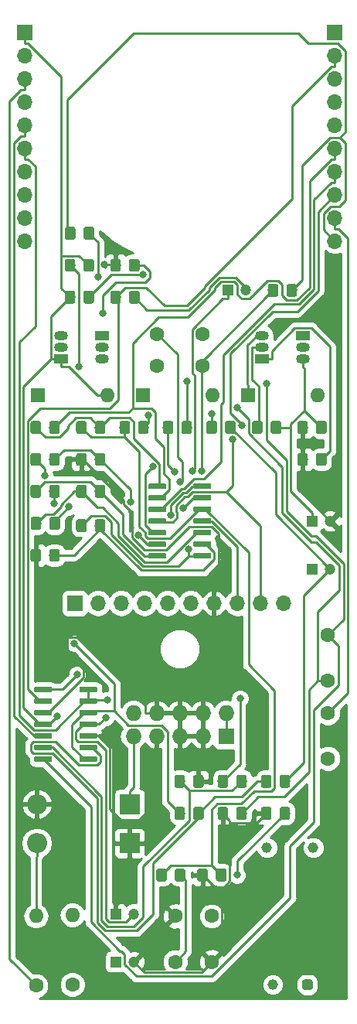
<source format=gtl>
G04 #@! TF.GenerationSoftware,KiCad,Pcbnew,(5.0.2)-1*
G04 #@! TF.CreationDate,2019-04-03T17:45:30+02:00*
G04 #@! TF.ProjectId,Corona_mainBoard,436f726f-6e61-45f6-9d61-696e426f6172,1*
G04 #@! TF.SameCoordinates,Original*
G04 #@! TF.FileFunction,Copper,L1,Top*
G04 #@! TF.FilePolarity,Positive*
%FSLAX46Y46*%
G04 Gerber Fmt 4.6, Leading zero omitted, Abs format (unit mm)*
G04 Created by KiCad (PCBNEW (5.0.2)-1) date 3-4-2019 17:45:30*
%MOMM*%
%LPD*%
G01*
G04 APERTURE LIST*
G04 #@! TA.AperFunction,ComponentPad*
%ADD10C,1.600000*%
G04 #@! TD*
G04 #@! TA.AperFunction,ComponentPad*
%ADD11C,1.200000*%
G04 #@! TD*
G04 #@! TA.AperFunction,ComponentPad*
%ADD12R,1.200000X1.200000*%
G04 #@! TD*
G04 #@! TA.AperFunction,ComponentPad*
%ADD13R,2.200000X2.200000*%
G04 #@! TD*
G04 #@! TA.AperFunction,ComponentPad*
%ADD14O,2.200000X2.200000*%
G04 #@! TD*
G04 #@! TA.AperFunction,ComponentPad*
%ADD15O,1.600000X1.600000*%
G04 #@! TD*
G04 #@! TA.AperFunction,ComponentPad*
%ADD16R,1.600000X1.600000*%
G04 #@! TD*
G04 #@! TA.AperFunction,ComponentPad*
%ADD17R,1.700000X1.700000*%
G04 #@! TD*
G04 #@! TA.AperFunction,ComponentPad*
%ADD18O,1.700000X1.700000*%
G04 #@! TD*
G04 #@! TA.AperFunction,ComponentPad*
%ADD19R,1.727200X1.727200*%
G04 #@! TD*
G04 #@! TA.AperFunction,ComponentPad*
%ADD20O,1.727200X1.727200*%
G04 #@! TD*
G04 #@! TA.AperFunction,ComponentPad*
%ADD21R,1.500000X1.050000*%
G04 #@! TD*
G04 #@! TA.AperFunction,ComponentPad*
%ADD22O,1.500000X1.050000*%
G04 #@! TD*
G04 #@! TA.AperFunction,Conductor*
%ADD23C,0.100000*%
G04 #@! TD*
G04 #@! TA.AperFunction,ComponentPad*
%ADD24C,1.150000*%
G04 #@! TD*
G04 #@! TA.AperFunction,SMDPad,CuDef*
%ADD25C,1.150000*%
G04 #@! TD*
G04 #@! TA.AperFunction,SMDPad,CuDef*
%ADD26C,0.600000*%
G04 #@! TD*
G04 #@! TA.AperFunction,ViaPad*
%ADD27C,0.800000*%
G04 #@! TD*
G04 #@! TA.AperFunction,Conductor*
%ADD28C,0.250000*%
G04 #@! TD*
G04 #@! TA.AperFunction,Conductor*
%ADD29C,0.254000*%
G04 #@! TD*
G04 APERTURE END LIST*
D10*
G04 #@! TO.P,C6,2*
G04 #@! TO.N,/tube.1*
X16500000Y-38000000D03*
G04 #@! TO.P,C6,1*
G04 #@! TO.N,/tube.7*
X21500000Y-38000000D03*
G04 #@! TD*
D11*
G04 #@! TO.P,C8,2*
G04 #@! TO.N,/tube.out*
X35500000Y-60250000D03*
D12*
G04 #@! TO.P,C8,1*
G04 #@! TO.N,/R.gain.1*
X33500000Y-60250000D03*
G04 #@! TD*
D10*
G04 #@! TO.P,C9,1*
G04 #@! TO.N,/led.fb.in*
X35250000Y-72500000D03*
G04 #@! TO.P,C9,2*
G04 #@! TO.N,/tube.in*
X35250000Y-67500000D03*
G04 #@! TD*
D13*
G04 #@! TO.P,D1,1*
G04 #@! TO.N,Net-(D1-Pad1)*
X13500000Y-86000000D03*
D14*
G04 #@! TO.P,D1,2*
G04 #@! TO.N,/gnd*
X3340000Y-86000000D03*
G04 #@! TD*
G04 #@! TO.P,D2,2*
G04 #@! TO.N,Net-(D2-Pad2)*
X3340000Y-90250000D03*
D13*
G04 #@! TO.P,D2,1*
G04 #@! TO.N,/gnd*
X13500000Y-90250000D03*
G04 #@! TD*
D15*
G04 #@! TO.P,D4,2*
G04 #@! TO.N,/+12V*
X11120000Y-41250000D03*
D16*
G04 #@! TO.P,D4,1*
G04 #@! TO.N,Net-(D4-Pad1)*
X3500000Y-41250000D03*
G04 #@! TD*
G04 #@! TO.P,D5,1*
G04 #@! TO.N,Net-(D5-Pad1)*
X15000000Y-41250000D03*
D15*
G04 #@! TO.P,D5,2*
G04 #@! TO.N,Net-(D4-Pad1)*
X22620000Y-41250000D03*
G04 #@! TD*
D16*
G04 #@! TO.P,D6,1*
G04 #@! TO.N,/led.clip.in*
X26500000Y-41250000D03*
D15*
G04 #@! TO.P,D6,2*
G04 #@! TO.N,Net-(D5-Pad1)*
X34120000Y-41250000D03*
G04 #@! TD*
D17*
G04 #@! TO.P,J3,1*
G04 #@! TO.N,/+12V*
X2000000Y-1500000D03*
D18*
G04 #@! TO.P,J3,2*
G04 #@! TO.N,/gnd*
X2000000Y-4040000D03*
G04 #@! TO.P,J3,3*
G04 #@! TO.N,/-12V*
X2000000Y-6580000D03*
G04 #@! TO.P,J3,4*
G04 #@! TO.N,N/C*
X2000000Y-9120000D03*
G04 #@! TO.P,J3,5*
G04 #@! TO.N,/audio.in*
X2000000Y-11660000D03*
G04 #@! TO.P,J3,6*
G04 #@! TO.N,/audio.out*
X2000000Y-14200000D03*
G04 #@! TO.P,J3,7*
G04 #@! TO.N,/led.clip.in*
X2000000Y-16740000D03*
G04 #@! TO.P,J3,8*
G04 #@! TO.N,/led.clip.out*
X2000000Y-19280000D03*
G04 #@! TO.P,J3,9*
G04 #@! TO.N,/led.fb.in*
X2000000Y-21820000D03*
G04 #@! TO.P,J3,10*
G04 #@! TO.N,/led.fb.out*
X2000000Y-24360000D03*
G04 #@! TD*
D19*
G04 #@! TO.P,J7,1*
G04 #@! TO.N,Net-(D2-Pad2)*
X24080000Y-78540000D03*
D20*
G04 #@! TO.P,J7,2*
X24080000Y-76000000D03*
G04 #@! TO.P,J7,3*
G04 #@! TO.N,/gnd*
X21540000Y-78540000D03*
G04 #@! TO.P,J7,4*
X21540000Y-76000000D03*
G04 #@! TO.P,J7,5*
X19000000Y-78540000D03*
G04 #@! TO.P,J7,6*
X19000000Y-76000000D03*
G04 #@! TO.P,J7,7*
X16460000Y-78540000D03*
G04 #@! TO.P,J7,8*
X16460000Y-76000000D03*
G04 #@! TO.P,J7,9*
G04 #@! TO.N,Net-(D1-Pad1)*
X13920000Y-78540000D03*
G04 #@! TO.P,J7,10*
X13920000Y-76000000D03*
G04 #@! TD*
D21*
G04 #@! TO.P,Q1,1*
G04 #@! TO.N,Net-(Q1-Pad1)*
X10500000Y-34710000D03*
D22*
G04 #@! TO.P,Q1,3*
G04 #@! TO.N,/led.fb.in*
X10500000Y-37250000D03*
G04 #@! TO.P,Q1,2*
G04 #@! TO.N,Net-(Q1-Pad2)*
X10500000Y-35980000D03*
G04 #@! TD*
G04 #@! TO.P,Q2,2*
G04 #@! TO.N,Net-(Q2-Pad2)*
X6000000Y-35980000D03*
G04 #@! TO.P,Q2,3*
G04 #@! TO.N,Net-(Q1-Pad2)*
X6000000Y-34710000D03*
D21*
G04 #@! TO.P,Q2,1*
G04 #@! TO.N,/+12V*
X6000000Y-37250000D03*
G04 #@! TD*
G04 #@! TO.P,Q3,1*
G04 #@! TO.N,/+12V*
X32500000Y-34750000D03*
D22*
G04 #@! TO.P,Q3,3*
G04 #@! TO.N,Net-(C11-Pad1)*
X32500000Y-37290000D03*
G04 #@! TO.P,Q3,2*
G04 #@! TO.N,Net-(Q3-Pad2)*
X32500000Y-36020000D03*
G04 #@! TD*
G04 #@! TO.P,Q4,2*
G04 #@! TO.N,Net-(Q4-Pad2)*
X28000000Y-35980000D03*
G04 #@! TO.P,Q4,3*
G04 #@! TO.N,/led.clip.in*
X28000000Y-34710000D03*
D21*
G04 #@! TO.P,Q4,1*
G04 #@! TO.N,/led.clip.out*
X28000000Y-37250000D03*
G04 #@! TD*
D23*
G04 #@! TO.N,Net-(R32-Pad2)*
G04 #@! TO.C,U3*
G36*
X33315680Y-105176384D02*
X33343588Y-105180524D01*
X33370957Y-105187380D01*
X33397521Y-105196885D01*
X33423027Y-105208948D01*
X33447226Y-105223452D01*
X33469888Y-105240259D01*
X33490793Y-105259207D01*
X33509741Y-105280112D01*
X33526548Y-105302774D01*
X33541052Y-105326973D01*
X33553115Y-105352479D01*
X33562620Y-105379043D01*
X33569476Y-105406412D01*
X33573616Y-105434320D01*
X33575000Y-105462500D01*
X33575000Y-106037500D01*
X33573616Y-106065680D01*
X33569476Y-106093588D01*
X33562620Y-106120957D01*
X33553115Y-106147521D01*
X33541052Y-106173027D01*
X33526548Y-106197226D01*
X33509741Y-106219888D01*
X33490793Y-106240793D01*
X33469888Y-106259741D01*
X33447226Y-106276548D01*
X33423027Y-106291052D01*
X33397521Y-106303115D01*
X33370957Y-106312620D01*
X33343588Y-106319476D01*
X33315680Y-106323616D01*
X33287500Y-106325000D01*
X32712500Y-106325000D01*
X32684320Y-106323616D01*
X32656412Y-106319476D01*
X32629043Y-106312620D01*
X32602479Y-106303115D01*
X32576973Y-106291052D01*
X32552774Y-106276548D01*
X32530112Y-106259741D01*
X32509207Y-106240793D01*
X32490259Y-106219888D01*
X32473452Y-106197226D01*
X32458948Y-106173027D01*
X32446885Y-106147521D01*
X32437380Y-106120957D01*
X32430524Y-106093588D01*
X32426384Y-106065680D01*
X32425000Y-106037500D01*
X32425000Y-105462500D01*
X32426384Y-105434320D01*
X32430524Y-105406412D01*
X32437380Y-105379043D01*
X32446885Y-105352479D01*
X32458948Y-105326973D01*
X32473452Y-105302774D01*
X32490259Y-105280112D01*
X32509207Y-105259207D01*
X32530112Y-105240259D01*
X32552774Y-105223452D01*
X32576973Y-105208948D01*
X32602479Y-105196885D01*
X32629043Y-105187380D01*
X32656412Y-105180524D01*
X32684320Y-105176384D01*
X32712500Y-105175000D01*
X33287500Y-105175000D01*
X33315680Y-105176384D01*
X33315680Y-105176384D01*
G37*
D24*
G04 #@! TD*
G04 #@! TO.P,U3,1*
G04 #@! TO.N,Net-(R32-Pad2)*
X33000000Y-105750000D03*
G04 #@! TO.P,U3,3*
G04 #@! TO.N,/tube.8*
X33640000Y-90750000D03*
G04 #@! TO.P,U3,4*
G04 #@! TO.N,/tube.3*
X28560000Y-90750000D03*
G04 #@! TO.P,U3,2*
G04 #@! TO.N,/cv.drv*
X29200000Y-105750000D03*
G04 #@! TD*
D18*
G04 #@! TO.P,J9,10*
G04 #@! TO.N,/audio.out*
X30360000Y-64000000D03*
G04 #@! TO.P,J9,9*
G04 #@! TO.N,/+12V*
X27820000Y-64000000D03*
G04 #@! TO.P,J9,8*
G04 #@! TO.N,/-12V*
X25280000Y-64000000D03*
G04 #@! TO.P,J9,7*
G04 #@! TO.N,/gnd*
X22740000Y-64000000D03*
G04 #@! TO.P,J9,6*
G04 #@! TO.N,/tube.8*
X20200000Y-64000000D03*
G04 #@! TO.P,J9,5*
G04 #@! TO.N,/tube.7*
X17660000Y-64000000D03*
G04 #@! TO.P,J9,4*
G04 #@! TO.N,/tube.6*
X15120000Y-64000000D03*
G04 #@! TO.P,J9,3*
G04 #@! TO.N,/tube.3*
X12580000Y-64000000D03*
G04 #@! TO.P,J9,2*
G04 #@! TO.N,/tube.2*
X10040000Y-64000000D03*
D17*
G04 #@! TO.P,J9,1*
G04 #@! TO.N,/tube.1*
X7500000Y-64000000D03*
G04 #@! TD*
D23*
G04 #@! TO.N,/fb.cv.in*
G04 #@! TO.C,R10*
G36*
X5624505Y-51051204D02*
X5648773Y-51054804D01*
X5672572Y-51060765D01*
X5695671Y-51069030D01*
X5717850Y-51079520D01*
X5738893Y-51092132D01*
X5758599Y-51106747D01*
X5776777Y-51123223D01*
X5793253Y-51141401D01*
X5807868Y-51161107D01*
X5820480Y-51182150D01*
X5830970Y-51204329D01*
X5839235Y-51227428D01*
X5845196Y-51251227D01*
X5848796Y-51275495D01*
X5850000Y-51299999D01*
X5850000Y-52200001D01*
X5848796Y-52224505D01*
X5845196Y-52248773D01*
X5839235Y-52272572D01*
X5830970Y-52295671D01*
X5820480Y-52317850D01*
X5807868Y-52338893D01*
X5793253Y-52358599D01*
X5776777Y-52376777D01*
X5758599Y-52393253D01*
X5738893Y-52407868D01*
X5717850Y-52420480D01*
X5695671Y-52430970D01*
X5672572Y-52439235D01*
X5648773Y-52445196D01*
X5624505Y-52448796D01*
X5600001Y-52450000D01*
X4949999Y-52450000D01*
X4925495Y-52448796D01*
X4901227Y-52445196D01*
X4877428Y-52439235D01*
X4854329Y-52430970D01*
X4832150Y-52420480D01*
X4811107Y-52407868D01*
X4791401Y-52393253D01*
X4773223Y-52376777D01*
X4756747Y-52358599D01*
X4742132Y-52338893D01*
X4729520Y-52317850D01*
X4719030Y-52295671D01*
X4710765Y-52272572D01*
X4704804Y-52248773D01*
X4701204Y-52224505D01*
X4700000Y-52200001D01*
X4700000Y-51299999D01*
X4701204Y-51275495D01*
X4704804Y-51251227D01*
X4710765Y-51227428D01*
X4719030Y-51204329D01*
X4729520Y-51182150D01*
X4742132Y-51161107D01*
X4756747Y-51141401D01*
X4773223Y-51123223D01*
X4791401Y-51106747D01*
X4811107Y-51092132D01*
X4832150Y-51079520D01*
X4854329Y-51069030D01*
X4877428Y-51060765D01*
X4901227Y-51054804D01*
X4925495Y-51051204D01*
X4949999Y-51050000D01*
X5600001Y-51050000D01*
X5624505Y-51051204D01*
X5624505Y-51051204D01*
G37*
D25*
G04 #@! TD*
G04 #@! TO.P,R10,2*
G04 #@! TO.N,/fb.cv.in*
X5275000Y-51750000D03*
D23*
G04 #@! TO.N,Net-(R10-Pad1)*
G04 #@! TO.C,R10*
G36*
X3574505Y-51051204D02*
X3598773Y-51054804D01*
X3622572Y-51060765D01*
X3645671Y-51069030D01*
X3667850Y-51079520D01*
X3688893Y-51092132D01*
X3708599Y-51106747D01*
X3726777Y-51123223D01*
X3743253Y-51141401D01*
X3757868Y-51161107D01*
X3770480Y-51182150D01*
X3780970Y-51204329D01*
X3789235Y-51227428D01*
X3795196Y-51251227D01*
X3798796Y-51275495D01*
X3800000Y-51299999D01*
X3800000Y-52200001D01*
X3798796Y-52224505D01*
X3795196Y-52248773D01*
X3789235Y-52272572D01*
X3780970Y-52295671D01*
X3770480Y-52317850D01*
X3757868Y-52338893D01*
X3743253Y-52358599D01*
X3726777Y-52376777D01*
X3708599Y-52393253D01*
X3688893Y-52407868D01*
X3667850Y-52420480D01*
X3645671Y-52430970D01*
X3622572Y-52439235D01*
X3598773Y-52445196D01*
X3574505Y-52448796D01*
X3550001Y-52450000D01*
X2899999Y-52450000D01*
X2875495Y-52448796D01*
X2851227Y-52445196D01*
X2827428Y-52439235D01*
X2804329Y-52430970D01*
X2782150Y-52420480D01*
X2761107Y-52407868D01*
X2741401Y-52393253D01*
X2723223Y-52376777D01*
X2706747Y-52358599D01*
X2692132Y-52338893D01*
X2679520Y-52317850D01*
X2669030Y-52295671D01*
X2660765Y-52272572D01*
X2654804Y-52248773D01*
X2651204Y-52224505D01*
X2650000Y-52200001D01*
X2650000Y-51299999D01*
X2651204Y-51275495D01*
X2654804Y-51251227D01*
X2660765Y-51227428D01*
X2669030Y-51204329D01*
X2679520Y-51182150D01*
X2692132Y-51161107D01*
X2706747Y-51141401D01*
X2723223Y-51123223D01*
X2741401Y-51106747D01*
X2761107Y-51092132D01*
X2782150Y-51079520D01*
X2804329Y-51069030D01*
X2827428Y-51060765D01*
X2851227Y-51054804D01*
X2875495Y-51051204D01*
X2899999Y-51050000D01*
X3550001Y-51050000D01*
X3574505Y-51051204D01*
X3574505Y-51051204D01*
G37*
D25*
G04 #@! TD*
G04 #@! TO.P,R10,1*
G04 #@! TO.N,Net-(R10-Pad1)*
X3225000Y-51750000D03*
D23*
G04 #@! TO.N,Net-(R11-Pad1)*
G04 #@! TO.C,R11*
G36*
X8574505Y-51051204D02*
X8598773Y-51054804D01*
X8622572Y-51060765D01*
X8645671Y-51069030D01*
X8667850Y-51079520D01*
X8688893Y-51092132D01*
X8708599Y-51106747D01*
X8726777Y-51123223D01*
X8743253Y-51141401D01*
X8757868Y-51161107D01*
X8770480Y-51182150D01*
X8780970Y-51204329D01*
X8789235Y-51227428D01*
X8795196Y-51251227D01*
X8798796Y-51275495D01*
X8800000Y-51299999D01*
X8800000Y-52200001D01*
X8798796Y-52224505D01*
X8795196Y-52248773D01*
X8789235Y-52272572D01*
X8780970Y-52295671D01*
X8770480Y-52317850D01*
X8757868Y-52338893D01*
X8743253Y-52358599D01*
X8726777Y-52376777D01*
X8708599Y-52393253D01*
X8688893Y-52407868D01*
X8667850Y-52420480D01*
X8645671Y-52430970D01*
X8622572Y-52439235D01*
X8598773Y-52445196D01*
X8574505Y-52448796D01*
X8550001Y-52450000D01*
X7899999Y-52450000D01*
X7875495Y-52448796D01*
X7851227Y-52445196D01*
X7827428Y-52439235D01*
X7804329Y-52430970D01*
X7782150Y-52420480D01*
X7761107Y-52407868D01*
X7741401Y-52393253D01*
X7723223Y-52376777D01*
X7706747Y-52358599D01*
X7692132Y-52338893D01*
X7679520Y-52317850D01*
X7669030Y-52295671D01*
X7660765Y-52272572D01*
X7654804Y-52248773D01*
X7651204Y-52224505D01*
X7650000Y-52200001D01*
X7650000Y-51299999D01*
X7651204Y-51275495D01*
X7654804Y-51251227D01*
X7660765Y-51227428D01*
X7669030Y-51204329D01*
X7679520Y-51182150D01*
X7692132Y-51161107D01*
X7706747Y-51141401D01*
X7723223Y-51123223D01*
X7741401Y-51106747D01*
X7761107Y-51092132D01*
X7782150Y-51079520D01*
X7804329Y-51069030D01*
X7827428Y-51060765D01*
X7851227Y-51054804D01*
X7875495Y-51051204D01*
X7899999Y-51050000D01*
X8550001Y-51050000D01*
X8574505Y-51051204D01*
X8574505Y-51051204D01*
G37*
D25*
G04 #@! TD*
G04 #@! TO.P,R11,1*
G04 #@! TO.N,Net-(R11-Pad1)*
X8225000Y-51750000D03*
D23*
G04 #@! TO.N,Net-(R10-Pad1)*
G04 #@! TO.C,R11*
G36*
X10624505Y-51051204D02*
X10648773Y-51054804D01*
X10672572Y-51060765D01*
X10695671Y-51069030D01*
X10717850Y-51079520D01*
X10738893Y-51092132D01*
X10758599Y-51106747D01*
X10776777Y-51123223D01*
X10793253Y-51141401D01*
X10807868Y-51161107D01*
X10820480Y-51182150D01*
X10830970Y-51204329D01*
X10839235Y-51227428D01*
X10845196Y-51251227D01*
X10848796Y-51275495D01*
X10850000Y-51299999D01*
X10850000Y-52200001D01*
X10848796Y-52224505D01*
X10845196Y-52248773D01*
X10839235Y-52272572D01*
X10830970Y-52295671D01*
X10820480Y-52317850D01*
X10807868Y-52338893D01*
X10793253Y-52358599D01*
X10776777Y-52376777D01*
X10758599Y-52393253D01*
X10738893Y-52407868D01*
X10717850Y-52420480D01*
X10695671Y-52430970D01*
X10672572Y-52439235D01*
X10648773Y-52445196D01*
X10624505Y-52448796D01*
X10600001Y-52450000D01*
X9949999Y-52450000D01*
X9925495Y-52448796D01*
X9901227Y-52445196D01*
X9877428Y-52439235D01*
X9854329Y-52430970D01*
X9832150Y-52420480D01*
X9811107Y-52407868D01*
X9791401Y-52393253D01*
X9773223Y-52376777D01*
X9756747Y-52358599D01*
X9742132Y-52338893D01*
X9729520Y-52317850D01*
X9719030Y-52295671D01*
X9710765Y-52272572D01*
X9704804Y-52248773D01*
X9701204Y-52224505D01*
X9700000Y-52200001D01*
X9700000Y-51299999D01*
X9701204Y-51275495D01*
X9704804Y-51251227D01*
X9710765Y-51227428D01*
X9719030Y-51204329D01*
X9729520Y-51182150D01*
X9742132Y-51161107D01*
X9756747Y-51141401D01*
X9773223Y-51123223D01*
X9791401Y-51106747D01*
X9811107Y-51092132D01*
X9832150Y-51079520D01*
X9854329Y-51069030D01*
X9877428Y-51060765D01*
X9901227Y-51054804D01*
X9925495Y-51051204D01*
X9949999Y-51050000D01*
X10600001Y-51050000D01*
X10624505Y-51051204D01*
X10624505Y-51051204D01*
G37*
D25*
G04 #@! TD*
G04 #@! TO.P,R11,2*
G04 #@! TO.N,Net-(R10-Pad1)*
X10275000Y-51750000D03*
D23*
G04 #@! TO.N,Net-(R11-Pad1)*
G04 #@! TO.C,R12*
G36*
X3599505Y-54551204D02*
X3623773Y-54554804D01*
X3647572Y-54560765D01*
X3670671Y-54569030D01*
X3692850Y-54579520D01*
X3713893Y-54592132D01*
X3733599Y-54606747D01*
X3751777Y-54623223D01*
X3768253Y-54641401D01*
X3782868Y-54661107D01*
X3795480Y-54682150D01*
X3805970Y-54704329D01*
X3814235Y-54727428D01*
X3820196Y-54751227D01*
X3823796Y-54775495D01*
X3825000Y-54799999D01*
X3825000Y-55700001D01*
X3823796Y-55724505D01*
X3820196Y-55748773D01*
X3814235Y-55772572D01*
X3805970Y-55795671D01*
X3795480Y-55817850D01*
X3782868Y-55838893D01*
X3768253Y-55858599D01*
X3751777Y-55876777D01*
X3733599Y-55893253D01*
X3713893Y-55907868D01*
X3692850Y-55920480D01*
X3670671Y-55930970D01*
X3647572Y-55939235D01*
X3623773Y-55945196D01*
X3599505Y-55948796D01*
X3575001Y-55950000D01*
X2924999Y-55950000D01*
X2900495Y-55948796D01*
X2876227Y-55945196D01*
X2852428Y-55939235D01*
X2829329Y-55930970D01*
X2807150Y-55920480D01*
X2786107Y-55907868D01*
X2766401Y-55893253D01*
X2748223Y-55876777D01*
X2731747Y-55858599D01*
X2717132Y-55838893D01*
X2704520Y-55817850D01*
X2694030Y-55795671D01*
X2685765Y-55772572D01*
X2679804Y-55748773D01*
X2676204Y-55724505D01*
X2675000Y-55700001D01*
X2675000Y-54799999D01*
X2676204Y-54775495D01*
X2679804Y-54751227D01*
X2685765Y-54727428D01*
X2694030Y-54704329D01*
X2704520Y-54682150D01*
X2717132Y-54661107D01*
X2731747Y-54641401D01*
X2748223Y-54623223D01*
X2766401Y-54606747D01*
X2786107Y-54592132D01*
X2807150Y-54579520D01*
X2829329Y-54569030D01*
X2852428Y-54560765D01*
X2876227Y-54554804D01*
X2900495Y-54551204D01*
X2924999Y-54550000D01*
X3575001Y-54550000D01*
X3599505Y-54551204D01*
X3599505Y-54551204D01*
G37*
D25*
G04 #@! TD*
G04 #@! TO.P,R12,1*
G04 #@! TO.N,Net-(R11-Pad1)*
X3250000Y-55250000D03*
D23*
G04 #@! TO.N,/fb.level*
G04 #@! TO.C,R12*
G36*
X5649505Y-54551204D02*
X5673773Y-54554804D01*
X5697572Y-54560765D01*
X5720671Y-54569030D01*
X5742850Y-54579520D01*
X5763893Y-54592132D01*
X5783599Y-54606747D01*
X5801777Y-54623223D01*
X5818253Y-54641401D01*
X5832868Y-54661107D01*
X5845480Y-54682150D01*
X5855970Y-54704329D01*
X5864235Y-54727428D01*
X5870196Y-54751227D01*
X5873796Y-54775495D01*
X5875000Y-54799999D01*
X5875000Y-55700001D01*
X5873796Y-55724505D01*
X5870196Y-55748773D01*
X5864235Y-55772572D01*
X5855970Y-55795671D01*
X5845480Y-55817850D01*
X5832868Y-55838893D01*
X5818253Y-55858599D01*
X5801777Y-55876777D01*
X5783599Y-55893253D01*
X5763893Y-55907868D01*
X5742850Y-55920480D01*
X5720671Y-55930970D01*
X5697572Y-55939235D01*
X5673773Y-55945196D01*
X5649505Y-55948796D01*
X5625001Y-55950000D01*
X4974999Y-55950000D01*
X4950495Y-55948796D01*
X4926227Y-55945196D01*
X4902428Y-55939235D01*
X4879329Y-55930970D01*
X4857150Y-55920480D01*
X4836107Y-55907868D01*
X4816401Y-55893253D01*
X4798223Y-55876777D01*
X4781747Y-55858599D01*
X4767132Y-55838893D01*
X4754520Y-55817850D01*
X4744030Y-55795671D01*
X4735765Y-55772572D01*
X4729804Y-55748773D01*
X4726204Y-55724505D01*
X4725000Y-55700001D01*
X4725000Y-54799999D01*
X4726204Y-54775495D01*
X4729804Y-54751227D01*
X4735765Y-54727428D01*
X4744030Y-54704329D01*
X4754520Y-54682150D01*
X4767132Y-54661107D01*
X4781747Y-54641401D01*
X4798223Y-54623223D01*
X4816401Y-54606747D01*
X4836107Y-54592132D01*
X4857150Y-54579520D01*
X4879329Y-54569030D01*
X4902428Y-54560765D01*
X4926227Y-54554804D01*
X4950495Y-54551204D01*
X4974999Y-54550000D01*
X5625001Y-54550000D01*
X5649505Y-54551204D01*
X5649505Y-54551204D01*
G37*
D25*
G04 #@! TD*
G04 #@! TO.P,R12,2*
G04 #@! TO.N,/fb.level*
X5300000Y-55250000D03*
D23*
G04 #@! TO.N,/cv.fb*
G04 #@! TO.C,R13*
G36*
X8574505Y-54801204D02*
X8598773Y-54804804D01*
X8622572Y-54810765D01*
X8645671Y-54819030D01*
X8667850Y-54829520D01*
X8688893Y-54842132D01*
X8708599Y-54856747D01*
X8726777Y-54873223D01*
X8743253Y-54891401D01*
X8757868Y-54911107D01*
X8770480Y-54932150D01*
X8780970Y-54954329D01*
X8789235Y-54977428D01*
X8795196Y-55001227D01*
X8798796Y-55025495D01*
X8800000Y-55049999D01*
X8800000Y-55950001D01*
X8798796Y-55974505D01*
X8795196Y-55998773D01*
X8789235Y-56022572D01*
X8780970Y-56045671D01*
X8770480Y-56067850D01*
X8757868Y-56088893D01*
X8743253Y-56108599D01*
X8726777Y-56126777D01*
X8708599Y-56143253D01*
X8688893Y-56157868D01*
X8667850Y-56170480D01*
X8645671Y-56180970D01*
X8622572Y-56189235D01*
X8598773Y-56195196D01*
X8574505Y-56198796D01*
X8550001Y-56200000D01*
X7899999Y-56200000D01*
X7875495Y-56198796D01*
X7851227Y-56195196D01*
X7827428Y-56189235D01*
X7804329Y-56180970D01*
X7782150Y-56170480D01*
X7761107Y-56157868D01*
X7741401Y-56143253D01*
X7723223Y-56126777D01*
X7706747Y-56108599D01*
X7692132Y-56088893D01*
X7679520Y-56067850D01*
X7669030Y-56045671D01*
X7660765Y-56022572D01*
X7654804Y-55998773D01*
X7651204Y-55974505D01*
X7650000Y-55950001D01*
X7650000Y-55049999D01*
X7651204Y-55025495D01*
X7654804Y-55001227D01*
X7660765Y-54977428D01*
X7669030Y-54954329D01*
X7679520Y-54932150D01*
X7692132Y-54911107D01*
X7706747Y-54891401D01*
X7723223Y-54873223D01*
X7741401Y-54856747D01*
X7761107Y-54842132D01*
X7782150Y-54829520D01*
X7804329Y-54819030D01*
X7827428Y-54810765D01*
X7851227Y-54804804D01*
X7875495Y-54801204D01*
X7899999Y-54800000D01*
X8550001Y-54800000D01*
X8574505Y-54801204D01*
X8574505Y-54801204D01*
G37*
D25*
G04 #@! TD*
G04 #@! TO.P,R13,1*
G04 #@! TO.N,/cv.fb*
X8225000Y-55500000D03*
D23*
G04 #@! TO.N,Net-(R13-Pad2)*
G04 #@! TO.C,R13*
G36*
X10624505Y-54801204D02*
X10648773Y-54804804D01*
X10672572Y-54810765D01*
X10695671Y-54819030D01*
X10717850Y-54829520D01*
X10738893Y-54842132D01*
X10758599Y-54856747D01*
X10776777Y-54873223D01*
X10793253Y-54891401D01*
X10807868Y-54911107D01*
X10820480Y-54932150D01*
X10830970Y-54954329D01*
X10839235Y-54977428D01*
X10845196Y-55001227D01*
X10848796Y-55025495D01*
X10850000Y-55049999D01*
X10850000Y-55950001D01*
X10848796Y-55974505D01*
X10845196Y-55998773D01*
X10839235Y-56022572D01*
X10830970Y-56045671D01*
X10820480Y-56067850D01*
X10807868Y-56088893D01*
X10793253Y-56108599D01*
X10776777Y-56126777D01*
X10758599Y-56143253D01*
X10738893Y-56157868D01*
X10717850Y-56170480D01*
X10695671Y-56180970D01*
X10672572Y-56189235D01*
X10648773Y-56195196D01*
X10624505Y-56198796D01*
X10600001Y-56200000D01*
X9949999Y-56200000D01*
X9925495Y-56198796D01*
X9901227Y-56195196D01*
X9877428Y-56189235D01*
X9854329Y-56180970D01*
X9832150Y-56170480D01*
X9811107Y-56157868D01*
X9791401Y-56143253D01*
X9773223Y-56126777D01*
X9756747Y-56108599D01*
X9742132Y-56088893D01*
X9729520Y-56067850D01*
X9719030Y-56045671D01*
X9710765Y-56022572D01*
X9704804Y-55998773D01*
X9701204Y-55974505D01*
X9700000Y-55950001D01*
X9700000Y-55049999D01*
X9701204Y-55025495D01*
X9704804Y-55001227D01*
X9710765Y-54977428D01*
X9719030Y-54954329D01*
X9729520Y-54932150D01*
X9742132Y-54911107D01*
X9756747Y-54891401D01*
X9773223Y-54873223D01*
X9791401Y-54856747D01*
X9811107Y-54842132D01*
X9832150Y-54829520D01*
X9854329Y-54819030D01*
X9877428Y-54810765D01*
X9901227Y-54804804D01*
X9925495Y-54801204D01*
X9949999Y-54800000D01*
X10600001Y-54800000D01*
X10624505Y-54801204D01*
X10624505Y-54801204D01*
G37*
D25*
G04 #@! TD*
G04 #@! TO.P,R13,2*
G04 #@! TO.N,Net-(R13-Pad2)*
X10275000Y-55500000D03*
D23*
G04 #@! TO.N,/drv.cv.in*
G04 #@! TO.C,R15*
G36*
X5624505Y-44051204D02*
X5648773Y-44054804D01*
X5672572Y-44060765D01*
X5695671Y-44069030D01*
X5717850Y-44079520D01*
X5738893Y-44092132D01*
X5758599Y-44106747D01*
X5776777Y-44123223D01*
X5793253Y-44141401D01*
X5807868Y-44161107D01*
X5820480Y-44182150D01*
X5830970Y-44204329D01*
X5839235Y-44227428D01*
X5845196Y-44251227D01*
X5848796Y-44275495D01*
X5850000Y-44299999D01*
X5850000Y-45200001D01*
X5848796Y-45224505D01*
X5845196Y-45248773D01*
X5839235Y-45272572D01*
X5830970Y-45295671D01*
X5820480Y-45317850D01*
X5807868Y-45338893D01*
X5793253Y-45358599D01*
X5776777Y-45376777D01*
X5758599Y-45393253D01*
X5738893Y-45407868D01*
X5717850Y-45420480D01*
X5695671Y-45430970D01*
X5672572Y-45439235D01*
X5648773Y-45445196D01*
X5624505Y-45448796D01*
X5600001Y-45450000D01*
X4949999Y-45450000D01*
X4925495Y-45448796D01*
X4901227Y-45445196D01*
X4877428Y-45439235D01*
X4854329Y-45430970D01*
X4832150Y-45420480D01*
X4811107Y-45407868D01*
X4791401Y-45393253D01*
X4773223Y-45376777D01*
X4756747Y-45358599D01*
X4742132Y-45338893D01*
X4729520Y-45317850D01*
X4719030Y-45295671D01*
X4710765Y-45272572D01*
X4704804Y-45248773D01*
X4701204Y-45224505D01*
X4700000Y-45200001D01*
X4700000Y-44299999D01*
X4701204Y-44275495D01*
X4704804Y-44251227D01*
X4710765Y-44227428D01*
X4719030Y-44204329D01*
X4729520Y-44182150D01*
X4742132Y-44161107D01*
X4756747Y-44141401D01*
X4773223Y-44123223D01*
X4791401Y-44106747D01*
X4811107Y-44092132D01*
X4832150Y-44079520D01*
X4854329Y-44069030D01*
X4877428Y-44060765D01*
X4901227Y-44054804D01*
X4925495Y-44051204D01*
X4949999Y-44050000D01*
X5600001Y-44050000D01*
X5624505Y-44051204D01*
X5624505Y-44051204D01*
G37*
D25*
G04 #@! TD*
G04 #@! TO.P,R15,2*
G04 #@! TO.N,/drv.cv.in*
X5275000Y-44750000D03*
D23*
G04 #@! TO.N,Net-(R15-Pad1)*
G04 #@! TO.C,R15*
G36*
X3574505Y-44051204D02*
X3598773Y-44054804D01*
X3622572Y-44060765D01*
X3645671Y-44069030D01*
X3667850Y-44079520D01*
X3688893Y-44092132D01*
X3708599Y-44106747D01*
X3726777Y-44123223D01*
X3743253Y-44141401D01*
X3757868Y-44161107D01*
X3770480Y-44182150D01*
X3780970Y-44204329D01*
X3789235Y-44227428D01*
X3795196Y-44251227D01*
X3798796Y-44275495D01*
X3800000Y-44299999D01*
X3800000Y-45200001D01*
X3798796Y-45224505D01*
X3795196Y-45248773D01*
X3789235Y-45272572D01*
X3780970Y-45295671D01*
X3770480Y-45317850D01*
X3757868Y-45338893D01*
X3743253Y-45358599D01*
X3726777Y-45376777D01*
X3708599Y-45393253D01*
X3688893Y-45407868D01*
X3667850Y-45420480D01*
X3645671Y-45430970D01*
X3622572Y-45439235D01*
X3598773Y-45445196D01*
X3574505Y-45448796D01*
X3550001Y-45450000D01*
X2899999Y-45450000D01*
X2875495Y-45448796D01*
X2851227Y-45445196D01*
X2827428Y-45439235D01*
X2804329Y-45430970D01*
X2782150Y-45420480D01*
X2761107Y-45407868D01*
X2741401Y-45393253D01*
X2723223Y-45376777D01*
X2706747Y-45358599D01*
X2692132Y-45338893D01*
X2679520Y-45317850D01*
X2669030Y-45295671D01*
X2660765Y-45272572D01*
X2654804Y-45248773D01*
X2651204Y-45224505D01*
X2650000Y-45200001D01*
X2650000Y-44299999D01*
X2651204Y-44275495D01*
X2654804Y-44251227D01*
X2660765Y-44227428D01*
X2669030Y-44204329D01*
X2679520Y-44182150D01*
X2692132Y-44161107D01*
X2706747Y-44141401D01*
X2723223Y-44123223D01*
X2741401Y-44106747D01*
X2761107Y-44092132D01*
X2782150Y-44079520D01*
X2804329Y-44069030D01*
X2827428Y-44060765D01*
X2851227Y-44054804D01*
X2875495Y-44051204D01*
X2899999Y-44050000D01*
X3550001Y-44050000D01*
X3574505Y-44051204D01*
X3574505Y-44051204D01*
G37*
D25*
G04 #@! TD*
G04 #@! TO.P,R15,1*
G04 #@! TO.N,Net-(R15-Pad1)*
X3225000Y-44750000D03*
D23*
G04 #@! TO.N,Net-(R15-Pad1)*
G04 #@! TO.C,R16*
G36*
X10624505Y-44051204D02*
X10648773Y-44054804D01*
X10672572Y-44060765D01*
X10695671Y-44069030D01*
X10717850Y-44079520D01*
X10738893Y-44092132D01*
X10758599Y-44106747D01*
X10776777Y-44123223D01*
X10793253Y-44141401D01*
X10807868Y-44161107D01*
X10820480Y-44182150D01*
X10830970Y-44204329D01*
X10839235Y-44227428D01*
X10845196Y-44251227D01*
X10848796Y-44275495D01*
X10850000Y-44299999D01*
X10850000Y-45200001D01*
X10848796Y-45224505D01*
X10845196Y-45248773D01*
X10839235Y-45272572D01*
X10830970Y-45295671D01*
X10820480Y-45317850D01*
X10807868Y-45338893D01*
X10793253Y-45358599D01*
X10776777Y-45376777D01*
X10758599Y-45393253D01*
X10738893Y-45407868D01*
X10717850Y-45420480D01*
X10695671Y-45430970D01*
X10672572Y-45439235D01*
X10648773Y-45445196D01*
X10624505Y-45448796D01*
X10600001Y-45450000D01*
X9949999Y-45450000D01*
X9925495Y-45448796D01*
X9901227Y-45445196D01*
X9877428Y-45439235D01*
X9854329Y-45430970D01*
X9832150Y-45420480D01*
X9811107Y-45407868D01*
X9791401Y-45393253D01*
X9773223Y-45376777D01*
X9756747Y-45358599D01*
X9742132Y-45338893D01*
X9729520Y-45317850D01*
X9719030Y-45295671D01*
X9710765Y-45272572D01*
X9704804Y-45248773D01*
X9701204Y-45224505D01*
X9700000Y-45200001D01*
X9700000Y-44299999D01*
X9701204Y-44275495D01*
X9704804Y-44251227D01*
X9710765Y-44227428D01*
X9719030Y-44204329D01*
X9729520Y-44182150D01*
X9742132Y-44161107D01*
X9756747Y-44141401D01*
X9773223Y-44123223D01*
X9791401Y-44106747D01*
X9811107Y-44092132D01*
X9832150Y-44079520D01*
X9854329Y-44069030D01*
X9877428Y-44060765D01*
X9901227Y-44054804D01*
X9925495Y-44051204D01*
X9949999Y-44050000D01*
X10600001Y-44050000D01*
X10624505Y-44051204D01*
X10624505Y-44051204D01*
G37*
D25*
G04 #@! TD*
G04 #@! TO.P,R16,2*
G04 #@! TO.N,Net-(R15-Pad1)*
X10275000Y-44750000D03*
D23*
G04 #@! TO.N,/+1V*
G04 #@! TO.C,R16*
G36*
X8574505Y-44051204D02*
X8598773Y-44054804D01*
X8622572Y-44060765D01*
X8645671Y-44069030D01*
X8667850Y-44079520D01*
X8688893Y-44092132D01*
X8708599Y-44106747D01*
X8726777Y-44123223D01*
X8743253Y-44141401D01*
X8757868Y-44161107D01*
X8770480Y-44182150D01*
X8780970Y-44204329D01*
X8789235Y-44227428D01*
X8795196Y-44251227D01*
X8798796Y-44275495D01*
X8800000Y-44299999D01*
X8800000Y-45200001D01*
X8798796Y-45224505D01*
X8795196Y-45248773D01*
X8789235Y-45272572D01*
X8780970Y-45295671D01*
X8770480Y-45317850D01*
X8757868Y-45338893D01*
X8743253Y-45358599D01*
X8726777Y-45376777D01*
X8708599Y-45393253D01*
X8688893Y-45407868D01*
X8667850Y-45420480D01*
X8645671Y-45430970D01*
X8622572Y-45439235D01*
X8598773Y-45445196D01*
X8574505Y-45448796D01*
X8550001Y-45450000D01*
X7899999Y-45450000D01*
X7875495Y-45448796D01*
X7851227Y-45445196D01*
X7827428Y-45439235D01*
X7804329Y-45430970D01*
X7782150Y-45420480D01*
X7761107Y-45407868D01*
X7741401Y-45393253D01*
X7723223Y-45376777D01*
X7706747Y-45358599D01*
X7692132Y-45338893D01*
X7679520Y-45317850D01*
X7669030Y-45295671D01*
X7660765Y-45272572D01*
X7654804Y-45248773D01*
X7651204Y-45224505D01*
X7650000Y-45200001D01*
X7650000Y-44299999D01*
X7651204Y-44275495D01*
X7654804Y-44251227D01*
X7660765Y-44227428D01*
X7669030Y-44204329D01*
X7679520Y-44182150D01*
X7692132Y-44161107D01*
X7706747Y-44141401D01*
X7723223Y-44123223D01*
X7741401Y-44106747D01*
X7761107Y-44092132D01*
X7782150Y-44079520D01*
X7804329Y-44069030D01*
X7827428Y-44060765D01*
X7851227Y-44054804D01*
X7875495Y-44051204D01*
X7899999Y-44050000D01*
X8550001Y-44050000D01*
X8574505Y-44051204D01*
X8574505Y-44051204D01*
G37*
D25*
G04 #@! TD*
G04 #@! TO.P,R16,1*
G04 #@! TO.N,/+1V*
X8225000Y-44750000D03*
D23*
G04 #@! TO.N,/drv.level*
G04 #@! TO.C,R17*
G36*
X15374505Y-44051204D02*
X15398773Y-44054804D01*
X15422572Y-44060765D01*
X15445671Y-44069030D01*
X15467850Y-44079520D01*
X15488893Y-44092132D01*
X15508599Y-44106747D01*
X15526777Y-44123223D01*
X15543253Y-44141401D01*
X15557868Y-44161107D01*
X15570480Y-44182150D01*
X15580970Y-44204329D01*
X15589235Y-44227428D01*
X15595196Y-44251227D01*
X15598796Y-44275495D01*
X15600000Y-44299999D01*
X15600000Y-45200001D01*
X15598796Y-45224505D01*
X15595196Y-45248773D01*
X15589235Y-45272572D01*
X15580970Y-45295671D01*
X15570480Y-45317850D01*
X15557868Y-45338893D01*
X15543253Y-45358599D01*
X15526777Y-45376777D01*
X15508599Y-45393253D01*
X15488893Y-45407868D01*
X15467850Y-45420480D01*
X15445671Y-45430970D01*
X15422572Y-45439235D01*
X15398773Y-45445196D01*
X15374505Y-45448796D01*
X15350001Y-45450000D01*
X14699999Y-45450000D01*
X14675495Y-45448796D01*
X14651227Y-45445196D01*
X14627428Y-45439235D01*
X14604329Y-45430970D01*
X14582150Y-45420480D01*
X14561107Y-45407868D01*
X14541401Y-45393253D01*
X14523223Y-45376777D01*
X14506747Y-45358599D01*
X14492132Y-45338893D01*
X14479520Y-45317850D01*
X14469030Y-45295671D01*
X14460765Y-45272572D01*
X14454804Y-45248773D01*
X14451204Y-45224505D01*
X14450000Y-45200001D01*
X14450000Y-44299999D01*
X14451204Y-44275495D01*
X14454804Y-44251227D01*
X14460765Y-44227428D01*
X14469030Y-44204329D01*
X14479520Y-44182150D01*
X14492132Y-44161107D01*
X14506747Y-44141401D01*
X14523223Y-44123223D01*
X14541401Y-44106747D01*
X14561107Y-44092132D01*
X14582150Y-44079520D01*
X14604329Y-44069030D01*
X14627428Y-44060765D01*
X14651227Y-44054804D01*
X14675495Y-44051204D01*
X14699999Y-44050000D01*
X15350001Y-44050000D01*
X15374505Y-44051204D01*
X15374505Y-44051204D01*
G37*
D25*
G04 #@! TD*
G04 #@! TO.P,R17,2*
G04 #@! TO.N,/drv.level*
X15025000Y-44750000D03*
D23*
G04 #@! TO.N,/+1V*
G04 #@! TO.C,R17*
G36*
X13324505Y-44051204D02*
X13348773Y-44054804D01*
X13372572Y-44060765D01*
X13395671Y-44069030D01*
X13417850Y-44079520D01*
X13438893Y-44092132D01*
X13458599Y-44106747D01*
X13476777Y-44123223D01*
X13493253Y-44141401D01*
X13507868Y-44161107D01*
X13520480Y-44182150D01*
X13530970Y-44204329D01*
X13539235Y-44227428D01*
X13545196Y-44251227D01*
X13548796Y-44275495D01*
X13550000Y-44299999D01*
X13550000Y-45200001D01*
X13548796Y-45224505D01*
X13545196Y-45248773D01*
X13539235Y-45272572D01*
X13530970Y-45295671D01*
X13520480Y-45317850D01*
X13507868Y-45338893D01*
X13493253Y-45358599D01*
X13476777Y-45376777D01*
X13458599Y-45393253D01*
X13438893Y-45407868D01*
X13417850Y-45420480D01*
X13395671Y-45430970D01*
X13372572Y-45439235D01*
X13348773Y-45445196D01*
X13324505Y-45448796D01*
X13300001Y-45450000D01*
X12649999Y-45450000D01*
X12625495Y-45448796D01*
X12601227Y-45445196D01*
X12577428Y-45439235D01*
X12554329Y-45430970D01*
X12532150Y-45420480D01*
X12511107Y-45407868D01*
X12491401Y-45393253D01*
X12473223Y-45376777D01*
X12456747Y-45358599D01*
X12442132Y-45338893D01*
X12429520Y-45317850D01*
X12419030Y-45295671D01*
X12410765Y-45272572D01*
X12404804Y-45248773D01*
X12401204Y-45224505D01*
X12400000Y-45200001D01*
X12400000Y-44299999D01*
X12401204Y-44275495D01*
X12404804Y-44251227D01*
X12410765Y-44227428D01*
X12419030Y-44204329D01*
X12429520Y-44182150D01*
X12442132Y-44161107D01*
X12456747Y-44141401D01*
X12473223Y-44123223D01*
X12491401Y-44106747D01*
X12511107Y-44092132D01*
X12532150Y-44079520D01*
X12554329Y-44069030D01*
X12577428Y-44060765D01*
X12601227Y-44054804D01*
X12625495Y-44051204D01*
X12649999Y-44050000D01*
X13300001Y-44050000D01*
X13324505Y-44051204D01*
X13324505Y-44051204D01*
G37*
D25*
G04 #@! TD*
G04 #@! TO.P,R17,1*
G04 #@! TO.N,/+1V*
X12975000Y-44750000D03*
D23*
G04 #@! TO.N,/cv.drv*
G04 #@! TO.C,R18*
G36*
X3574505Y-47551204D02*
X3598773Y-47554804D01*
X3622572Y-47560765D01*
X3645671Y-47569030D01*
X3667850Y-47579520D01*
X3688893Y-47592132D01*
X3708599Y-47606747D01*
X3726777Y-47623223D01*
X3743253Y-47641401D01*
X3757868Y-47661107D01*
X3770480Y-47682150D01*
X3780970Y-47704329D01*
X3789235Y-47727428D01*
X3795196Y-47751227D01*
X3798796Y-47775495D01*
X3800000Y-47799999D01*
X3800000Y-48700001D01*
X3798796Y-48724505D01*
X3795196Y-48748773D01*
X3789235Y-48772572D01*
X3780970Y-48795671D01*
X3770480Y-48817850D01*
X3757868Y-48838893D01*
X3743253Y-48858599D01*
X3726777Y-48876777D01*
X3708599Y-48893253D01*
X3688893Y-48907868D01*
X3667850Y-48920480D01*
X3645671Y-48930970D01*
X3622572Y-48939235D01*
X3598773Y-48945196D01*
X3574505Y-48948796D01*
X3550001Y-48950000D01*
X2899999Y-48950000D01*
X2875495Y-48948796D01*
X2851227Y-48945196D01*
X2827428Y-48939235D01*
X2804329Y-48930970D01*
X2782150Y-48920480D01*
X2761107Y-48907868D01*
X2741401Y-48893253D01*
X2723223Y-48876777D01*
X2706747Y-48858599D01*
X2692132Y-48838893D01*
X2679520Y-48817850D01*
X2669030Y-48795671D01*
X2660765Y-48772572D01*
X2654804Y-48748773D01*
X2651204Y-48724505D01*
X2650000Y-48700001D01*
X2650000Y-47799999D01*
X2651204Y-47775495D01*
X2654804Y-47751227D01*
X2660765Y-47727428D01*
X2669030Y-47704329D01*
X2679520Y-47682150D01*
X2692132Y-47661107D01*
X2706747Y-47641401D01*
X2723223Y-47623223D01*
X2741401Y-47606747D01*
X2761107Y-47592132D01*
X2782150Y-47579520D01*
X2804329Y-47569030D01*
X2827428Y-47560765D01*
X2851227Y-47554804D01*
X2875495Y-47551204D01*
X2899999Y-47550000D01*
X3550001Y-47550000D01*
X3574505Y-47551204D01*
X3574505Y-47551204D01*
G37*
D25*
G04 #@! TD*
G04 #@! TO.P,R18,1*
G04 #@! TO.N,/cv.drv*
X3225000Y-48250000D03*
D23*
G04 #@! TO.N,Net-(R18-Pad2)*
G04 #@! TO.C,R18*
G36*
X5624505Y-47551204D02*
X5648773Y-47554804D01*
X5672572Y-47560765D01*
X5695671Y-47569030D01*
X5717850Y-47579520D01*
X5738893Y-47592132D01*
X5758599Y-47606747D01*
X5776777Y-47623223D01*
X5793253Y-47641401D01*
X5807868Y-47661107D01*
X5820480Y-47682150D01*
X5830970Y-47704329D01*
X5839235Y-47727428D01*
X5845196Y-47751227D01*
X5848796Y-47775495D01*
X5850000Y-47799999D01*
X5850000Y-48700001D01*
X5848796Y-48724505D01*
X5845196Y-48748773D01*
X5839235Y-48772572D01*
X5830970Y-48795671D01*
X5820480Y-48817850D01*
X5807868Y-48838893D01*
X5793253Y-48858599D01*
X5776777Y-48876777D01*
X5758599Y-48893253D01*
X5738893Y-48907868D01*
X5717850Y-48920480D01*
X5695671Y-48930970D01*
X5672572Y-48939235D01*
X5648773Y-48945196D01*
X5624505Y-48948796D01*
X5600001Y-48950000D01*
X4949999Y-48950000D01*
X4925495Y-48948796D01*
X4901227Y-48945196D01*
X4877428Y-48939235D01*
X4854329Y-48930970D01*
X4832150Y-48920480D01*
X4811107Y-48907868D01*
X4791401Y-48893253D01*
X4773223Y-48876777D01*
X4756747Y-48858599D01*
X4742132Y-48838893D01*
X4729520Y-48817850D01*
X4719030Y-48795671D01*
X4710765Y-48772572D01*
X4704804Y-48748773D01*
X4701204Y-48724505D01*
X4700000Y-48700001D01*
X4700000Y-47799999D01*
X4701204Y-47775495D01*
X4704804Y-47751227D01*
X4710765Y-47727428D01*
X4719030Y-47704329D01*
X4729520Y-47682150D01*
X4742132Y-47661107D01*
X4756747Y-47641401D01*
X4773223Y-47623223D01*
X4791401Y-47606747D01*
X4811107Y-47592132D01*
X4832150Y-47579520D01*
X4854329Y-47569030D01*
X4877428Y-47560765D01*
X4901227Y-47554804D01*
X4925495Y-47551204D01*
X4949999Y-47550000D01*
X5600001Y-47550000D01*
X5624505Y-47551204D01*
X5624505Y-47551204D01*
G37*
D25*
G04 #@! TD*
G04 #@! TO.P,R18,2*
G04 #@! TO.N,Net-(R18-Pad2)*
X5275000Y-48250000D03*
D23*
G04 #@! TO.N,Net-(R18-Pad2)*
G04 #@! TO.C,R19*
G36*
X10624505Y-47551204D02*
X10648773Y-47554804D01*
X10672572Y-47560765D01*
X10695671Y-47569030D01*
X10717850Y-47579520D01*
X10738893Y-47592132D01*
X10758599Y-47606747D01*
X10776777Y-47623223D01*
X10793253Y-47641401D01*
X10807868Y-47661107D01*
X10820480Y-47682150D01*
X10830970Y-47704329D01*
X10839235Y-47727428D01*
X10845196Y-47751227D01*
X10848796Y-47775495D01*
X10850000Y-47799999D01*
X10850000Y-48700001D01*
X10848796Y-48724505D01*
X10845196Y-48748773D01*
X10839235Y-48772572D01*
X10830970Y-48795671D01*
X10820480Y-48817850D01*
X10807868Y-48838893D01*
X10793253Y-48858599D01*
X10776777Y-48876777D01*
X10758599Y-48893253D01*
X10738893Y-48907868D01*
X10717850Y-48920480D01*
X10695671Y-48930970D01*
X10672572Y-48939235D01*
X10648773Y-48945196D01*
X10624505Y-48948796D01*
X10600001Y-48950000D01*
X9949999Y-48950000D01*
X9925495Y-48948796D01*
X9901227Y-48945196D01*
X9877428Y-48939235D01*
X9854329Y-48930970D01*
X9832150Y-48920480D01*
X9811107Y-48907868D01*
X9791401Y-48893253D01*
X9773223Y-48876777D01*
X9756747Y-48858599D01*
X9742132Y-48838893D01*
X9729520Y-48817850D01*
X9719030Y-48795671D01*
X9710765Y-48772572D01*
X9704804Y-48748773D01*
X9701204Y-48724505D01*
X9700000Y-48700001D01*
X9700000Y-47799999D01*
X9701204Y-47775495D01*
X9704804Y-47751227D01*
X9710765Y-47727428D01*
X9719030Y-47704329D01*
X9729520Y-47682150D01*
X9742132Y-47661107D01*
X9756747Y-47641401D01*
X9773223Y-47623223D01*
X9791401Y-47606747D01*
X9811107Y-47592132D01*
X9832150Y-47579520D01*
X9854329Y-47569030D01*
X9877428Y-47560765D01*
X9901227Y-47554804D01*
X9925495Y-47551204D01*
X9949999Y-47550000D01*
X10600001Y-47550000D01*
X10624505Y-47551204D01*
X10624505Y-47551204D01*
G37*
D25*
G04 #@! TD*
G04 #@! TO.P,R19,2*
G04 #@! TO.N,Net-(R18-Pad2)*
X10275000Y-48250000D03*
D23*
G04 #@! TO.N,/gnd*
G04 #@! TO.C,R19*
G36*
X8574505Y-47551204D02*
X8598773Y-47554804D01*
X8622572Y-47560765D01*
X8645671Y-47569030D01*
X8667850Y-47579520D01*
X8688893Y-47592132D01*
X8708599Y-47606747D01*
X8726777Y-47623223D01*
X8743253Y-47641401D01*
X8757868Y-47661107D01*
X8770480Y-47682150D01*
X8780970Y-47704329D01*
X8789235Y-47727428D01*
X8795196Y-47751227D01*
X8798796Y-47775495D01*
X8800000Y-47799999D01*
X8800000Y-48700001D01*
X8798796Y-48724505D01*
X8795196Y-48748773D01*
X8789235Y-48772572D01*
X8780970Y-48795671D01*
X8770480Y-48817850D01*
X8757868Y-48838893D01*
X8743253Y-48858599D01*
X8726777Y-48876777D01*
X8708599Y-48893253D01*
X8688893Y-48907868D01*
X8667850Y-48920480D01*
X8645671Y-48930970D01*
X8622572Y-48939235D01*
X8598773Y-48945196D01*
X8574505Y-48948796D01*
X8550001Y-48950000D01*
X7899999Y-48950000D01*
X7875495Y-48948796D01*
X7851227Y-48945196D01*
X7827428Y-48939235D01*
X7804329Y-48930970D01*
X7782150Y-48920480D01*
X7761107Y-48907868D01*
X7741401Y-48893253D01*
X7723223Y-48876777D01*
X7706747Y-48858599D01*
X7692132Y-48838893D01*
X7679520Y-48817850D01*
X7669030Y-48795671D01*
X7660765Y-48772572D01*
X7654804Y-48748773D01*
X7651204Y-48724505D01*
X7650000Y-48700001D01*
X7650000Y-47799999D01*
X7651204Y-47775495D01*
X7654804Y-47751227D01*
X7660765Y-47727428D01*
X7669030Y-47704329D01*
X7679520Y-47682150D01*
X7692132Y-47661107D01*
X7706747Y-47641401D01*
X7723223Y-47623223D01*
X7741401Y-47606747D01*
X7761107Y-47592132D01*
X7782150Y-47579520D01*
X7804329Y-47569030D01*
X7827428Y-47560765D01*
X7851227Y-47554804D01*
X7875495Y-47551204D01*
X7899999Y-47550000D01*
X8550001Y-47550000D01*
X8574505Y-47551204D01*
X8574505Y-47551204D01*
G37*
D25*
G04 #@! TD*
G04 #@! TO.P,R19,1*
G04 #@! TO.N,/gnd*
X8225000Y-48250000D03*
D23*
G04 #@! TO.N,/tube.2*
G04 #@! TO.C,R30*
G36*
X9399505Y-22801204D02*
X9423773Y-22804804D01*
X9447572Y-22810765D01*
X9470671Y-22819030D01*
X9492850Y-22829520D01*
X9513893Y-22842132D01*
X9533599Y-22856747D01*
X9551777Y-22873223D01*
X9568253Y-22891401D01*
X9582868Y-22911107D01*
X9595480Y-22932150D01*
X9605970Y-22954329D01*
X9614235Y-22977428D01*
X9620196Y-23001227D01*
X9623796Y-23025495D01*
X9625000Y-23049999D01*
X9625000Y-23950001D01*
X9623796Y-23974505D01*
X9620196Y-23998773D01*
X9614235Y-24022572D01*
X9605970Y-24045671D01*
X9595480Y-24067850D01*
X9582868Y-24088893D01*
X9568253Y-24108599D01*
X9551777Y-24126777D01*
X9533599Y-24143253D01*
X9513893Y-24157868D01*
X9492850Y-24170480D01*
X9470671Y-24180970D01*
X9447572Y-24189235D01*
X9423773Y-24195196D01*
X9399505Y-24198796D01*
X9375001Y-24200000D01*
X8724999Y-24200000D01*
X8700495Y-24198796D01*
X8676227Y-24195196D01*
X8652428Y-24189235D01*
X8629329Y-24180970D01*
X8607150Y-24170480D01*
X8586107Y-24157868D01*
X8566401Y-24143253D01*
X8548223Y-24126777D01*
X8531747Y-24108599D01*
X8517132Y-24088893D01*
X8504520Y-24067850D01*
X8494030Y-24045671D01*
X8485765Y-24022572D01*
X8479804Y-23998773D01*
X8476204Y-23974505D01*
X8475000Y-23950001D01*
X8475000Y-23049999D01*
X8476204Y-23025495D01*
X8479804Y-23001227D01*
X8485765Y-22977428D01*
X8494030Y-22954329D01*
X8504520Y-22932150D01*
X8517132Y-22911107D01*
X8531747Y-22891401D01*
X8548223Y-22873223D01*
X8566401Y-22856747D01*
X8586107Y-22842132D01*
X8607150Y-22829520D01*
X8629329Y-22819030D01*
X8652428Y-22810765D01*
X8676227Y-22804804D01*
X8700495Y-22801204D01*
X8724999Y-22800000D01*
X9375001Y-22800000D01*
X9399505Y-22801204D01*
X9399505Y-22801204D01*
G37*
D25*
G04 #@! TD*
G04 #@! TO.P,R30,2*
G04 #@! TO.N,/tube.2*
X9050000Y-23500000D03*
D23*
G04 #@! TO.N,/tube.8*
G04 #@! TO.C,R30*
G36*
X7349505Y-22801204D02*
X7373773Y-22804804D01*
X7397572Y-22810765D01*
X7420671Y-22819030D01*
X7442850Y-22829520D01*
X7463893Y-22842132D01*
X7483599Y-22856747D01*
X7501777Y-22873223D01*
X7518253Y-22891401D01*
X7532868Y-22911107D01*
X7545480Y-22932150D01*
X7555970Y-22954329D01*
X7564235Y-22977428D01*
X7570196Y-23001227D01*
X7573796Y-23025495D01*
X7575000Y-23049999D01*
X7575000Y-23950001D01*
X7573796Y-23974505D01*
X7570196Y-23998773D01*
X7564235Y-24022572D01*
X7555970Y-24045671D01*
X7545480Y-24067850D01*
X7532868Y-24088893D01*
X7518253Y-24108599D01*
X7501777Y-24126777D01*
X7483599Y-24143253D01*
X7463893Y-24157868D01*
X7442850Y-24170480D01*
X7420671Y-24180970D01*
X7397572Y-24189235D01*
X7373773Y-24195196D01*
X7349505Y-24198796D01*
X7325001Y-24200000D01*
X6674999Y-24200000D01*
X6650495Y-24198796D01*
X6626227Y-24195196D01*
X6602428Y-24189235D01*
X6579329Y-24180970D01*
X6557150Y-24170480D01*
X6536107Y-24157868D01*
X6516401Y-24143253D01*
X6498223Y-24126777D01*
X6481747Y-24108599D01*
X6467132Y-24088893D01*
X6454520Y-24067850D01*
X6444030Y-24045671D01*
X6435765Y-24022572D01*
X6429804Y-23998773D01*
X6426204Y-23974505D01*
X6425000Y-23950001D01*
X6425000Y-23049999D01*
X6426204Y-23025495D01*
X6429804Y-23001227D01*
X6435765Y-22977428D01*
X6444030Y-22954329D01*
X6454520Y-22932150D01*
X6467132Y-22911107D01*
X6481747Y-22891401D01*
X6498223Y-22873223D01*
X6516401Y-22856747D01*
X6536107Y-22842132D01*
X6557150Y-22829520D01*
X6579329Y-22819030D01*
X6602428Y-22810765D01*
X6626227Y-22804804D01*
X6650495Y-22801204D01*
X6674999Y-22800000D01*
X7325001Y-22800000D01*
X7349505Y-22801204D01*
X7349505Y-22801204D01*
G37*
D25*
G04 #@! TD*
G04 #@! TO.P,R30,1*
G04 #@! TO.N,/tube.8*
X7000000Y-23500000D03*
D23*
G04 #@! TO.N,/tube.1*
G04 #@! TO.C,R31*
G36*
X7324505Y-26301204D02*
X7348773Y-26304804D01*
X7372572Y-26310765D01*
X7395671Y-26319030D01*
X7417850Y-26329520D01*
X7438893Y-26342132D01*
X7458599Y-26356747D01*
X7476777Y-26373223D01*
X7493253Y-26391401D01*
X7507868Y-26411107D01*
X7520480Y-26432150D01*
X7530970Y-26454329D01*
X7539235Y-26477428D01*
X7545196Y-26501227D01*
X7548796Y-26525495D01*
X7550000Y-26549999D01*
X7550000Y-27450001D01*
X7548796Y-27474505D01*
X7545196Y-27498773D01*
X7539235Y-27522572D01*
X7530970Y-27545671D01*
X7520480Y-27567850D01*
X7507868Y-27588893D01*
X7493253Y-27608599D01*
X7476777Y-27626777D01*
X7458599Y-27643253D01*
X7438893Y-27657868D01*
X7417850Y-27670480D01*
X7395671Y-27680970D01*
X7372572Y-27689235D01*
X7348773Y-27695196D01*
X7324505Y-27698796D01*
X7300001Y-27700000D01*
X6649999Y-27700000D01*
X6625495Y-27698796D01*
X6601227Y-27695196D01*
X6577428Y-27689235D01*
X6554329Y-27680970D01*
X6532150Y-27670480D01*
X6511107Y-27657868D01*
X6491401Y-27643253D01*
X6473223Y-27626777D01*
X6456747Y-27608599D01*
X6442132Y-27588893D01*
X6429520Y-27567850D01*
X6419030Y-27545671D01*
X6410765Y-27522572D01*
X6404804Y-27498773D01*
X6401204Y-27474505D01*
X6400000Y-27450001D01*
X6400000Y-26549999D01*
X6401204Y-26525495D01*
X6404804Y-26501227D01*
X6410765Y-26477428D01*
X6419030Y-26454329D01*
X6429520Y-26432150D01*
X6442132Y-26411107D01*
X6456747Y-26391401D01*
X6473223Y-26373223D01*
X6491401Y-26356747D01*
X6511107Y-26342132D01*
X6532150Y-26329520D01*
X6554329Y-26319030D01*
X6577428Y-26310765D01*
X6601227Y-26304804D01*
X6625495Y-26301204D01*
X6649999Y-26300000D01*
X7300001Y-26300000D01*
X7324505Y-26301204D01*
X7324505Y-26301204D01*
G37*
D25*
G04 #@! TD*
G04 #@! TO.P,R31,1*
G04 #@! TO.N,/tube.1*
X6975000Y-27000000D03*
D23*
G04 #@! TO.N,/+12V*
G04 #@! TO.C,R31*
G36*
X9374505Y-26301204D02*
X9398773Y-26304804D01*
X9422572Y-26310765D01*
X9445671Y-26319030D01*
X9467850Y-26329520D01*
X9488893Y-26342132D01*
X9508599Y-26356747D01*
X9526777Y-26373223D01*
X9543253Y-26391401D01*
X9557868Y-26411107D01*
X9570480Y-26432150D01*
X9580970Y-26454329D01*
X9589235Y-26477428D01*
X9595196Y-26501227D01*
X9598796Y-26525495D01*
X9600000Y-26549999D01*
X9600000Y-27450001D01*
X9598796Y-27474505D01*
X9595196Y-27498773D01*
X9589235Y-27522572D01*
X9580970Y-27545671D01*
X9570480Y-27567850D01*
X9557868Y-27588893D01*
X9543253Y-27608599D01*
X9526777Y-27626777D01*
X9508599Y-27643253D01*
X9488893Y-27657868D01*
X9467850Y-27670480D01*
X9445671Y-27680970D01*
X9422572Y-27689235D01*
X9398773Y-27695196D01*
X9374505Y-27698796D01*
X9350001Y-27700000D01*
X8699999Y-27700000D01*
X8675495Y-27698796D01*
X8651227Y-27695196D01*
X8627428Y-27689235D01*
X8604329Y-27680970D01*
X8582150Y-27670480D01*
X8561107Y-27657868D01*
X8541401Y-27643253D01*
X8523223Y-27626777D01*
X8506747Y-27608599D01*
X8492132Y-27588893D01*
X8479520Y-27567850D01*
X8469030Y-27545671D01*
X8460765Y-27522572D01*
X8454804Y-27498773D01*
X8451204Y-27474505D01*
X8450000Y-27450001D01*
X8450000Y-26549999D01*
X8451204Y-26525495D01*
X8454804Y-26501227D01*
X8460765Y-26477428D01*
X8469030Y-26454329D01*
X8479520Y-26432150D01*
X8492132Y-26411107D01*
X8506747Y-26391401D01*
X8523223Y-26373223D01*
X8541401Y-26356747D01*
X8561107Y-26342132D01*
X8582150Y-26329520D01*
X8604329Y-26319030D01*
X8627428Y-26310765D01*
X8651227Y-26304804D01*
X8675495Y-26301204D01*
X8699999Y-26300000D01*
X9350001Y-26300000D01*
X9374505Y-26301204D01*
X9374505Y-26301204D01*
G37*
D25*
G04 #@! TD*
G04 #@! TO.P,R31,2*
G04 #@! TO.N,/+12V*
X9025000Y-27000000D03*
D23*
G04 #@! TO.N,/gnd*
G04 #@! TO.C,R32*
G36*
X12324505Y-26301204D02*
X12348773Y-26304804D01*
X12372572Y-26310765D01*
X12395671Y-26319030D01*
X12417850Y-26329520D01*
X12438893Y-26342132D01*
X12458599Y-26356747D01*
X12476777Y-26373223D01*
X12493253Y-26391401D01*
X12507868Y-26411107D01*
X12520480Y-26432150D01*
X12530970Y-26454329D01*
X12539235Y-26477428D01*
X12545196Y-26501227D01*
X12548796Y-26525495D01*
X12550000Y-26549999D01*
X12550000Y-27450001D01*
X12548796Y-27474505D01*
X12545196Y-27498773D01*
X12539235Y-27522572D01*
X12530970Y-27545671D01*
X12520480Y-27567850D01*
X12507868Y-27588893D01*
X12493253Y-27608599D01*
X12476777Y-27626777D01*
X12458599Y-27643253D01*
X12438893Y-27657868D01*
X12417850Y-27670480D01*
X12395671Y-27680970D01*
X12372572Y-27689235D01*
X12348773Y-27695196D01*
X12324505Y-27698796D01*
X12300001Y-27700000D01*
X11649999Y-27700000D01*
X11625495Y-27698796D01*
X11601227Y-27695196D01*
X11577428Y-27689235D01*
X11554329Y-27680970D01*
X11532150Y-27670480D01*
X11511107Y-27657868D01*
X11491401Y-27643253D01*
X11473223Y-27626777D01*
X11456747Y-27608599D01*
X11442132Y-27588893D01*
X11429520Y-27567850D01*
X11419030Y-27545671D01*
X11410765Y-27522572D01*
X11404804Y-27498773D01*
X11401204Y-27474505D01*
X11400000Y-27450001D01*
X11400000Y-26549999D01*
X11401204Y-26525495D01*
X11404804Y-26501227D01*
X11410765Y-26477428D01*
X11419030Y-26454329D01*
X11429520Y-26432150D01*
X11442132Y-26411107D01*
X11456747Y-26391401D01*
X11473223Y-26373223D01*
X11491401Y-26356747D01*
X11511107Y-26342132D01*
X11532150Y-26329520D01*
X11554329Y-26319030D01*
X11577428Y-26310765D01*
X11601227Y-26304804D01*
X11625495Y-26301204D01*
X11649999Y-26300000D01*
X12300001Y-26300000D01*
X12324505Y-26301204D01*
X12324505Y-26301204D01*
G37*
D25*
G04 #@! TD*
G04 #@! TO.P,R32,1*
G04 #@! TO.N,/gnd*
X11975000Y-27000000D03*
D23*
G04 #@! TO.N,Net-(R32-Pad2)*
G04 #@! TO.C,R32*
G36*
X14374505Y-26301204D02*
X14398773Y-26304804D01*
X14422572Y-26310765D01*
X14445671Y-26319030D01*
X14467850Y-26329520D01*
X14488893Y-26342132D01*
X14508599Y-26356747D01*
X14526777Y-26373223D01*
X14543253Y-26391401D01*
X14557868Y-26411107D01*
X14570480Y-26432150D01*
X14580970Y-26454329D01*
X14589235Y-26477428D01*
X14595196Y-26501227D01*
X14598796Y-26525495D01*
X14600000Y-26549999D01*
X14600000Y-27450001D01*
X14598796Y-27474505D01*
X14595196Y-27498773D01*
X14589235Y-27522572D01*
X14580970Y-27545671D01*
X14570480Y-27567850D01*
X14557868Y-27588893D01*
X14543253Y-27608599D01*
X14526777Y-27626777D01*
X14508599Y-27643253D01*
X14488893Y-27657868D01*
X14467850Y-27670480D01*
X14445671Y-27680970D01*
X14422572Y-27689235D01*
X14398773Y-27695196D01*
X14374505Y-27698796D01*
X14350001Y-27700000D01*
X13699999Y-27700000D01*
X13675495Y-27698796D01*
X13651227Y-27695196D01*
X13627428Y-27689235D01*
X13604329Y-27680970D01*
X13582150Y-27670480D01*
X13561107Y-27657868D01*
X13541401Y-27643253D01*
X13523223Y-27626777D01*
X13506747Y-27608599D01*
X13492132Y-27588893D01*
X13479520Y-27567850D01*
X13469030Y-27545671D01*
X13460765Y-27522572D01*
X13454804Y-27498773D01*
X13451204Y-27474505D01*
X13450000Y-27450001D01*
X13450000Y-26549999D01*
X13451204Y-26525495D01*
X13454804Y-26501227D01*
X13460765Y-26477428D01*
X13469030Y-26454329D01*
X13479520Y-26432150D01*
X13492132Y-26411107D01*
X13506747Y-26391401D01*
X13523223Y-26373223D01*
X13541401Y-26356747D01*
X13561107Y-26342132D01*
X13582150Y-26329520D01*
X13604329Y-26319030D01*
X13627428Y-26310765D01*
X13651227Y-26304804D01*
X13675495Y-26301204D01*
X13699999Y-26300000D01*
X14350001Y-26300000D01*
X14374505Y-26301204D01*
X14374505Y-26301204D01*
G37*
D25*
G04 #@! TD*
G04 #@! TO.P,R32,2*
G04 #@! TO.N,Net-(R32-Pad2)*
X14025000Y-27000000D03*
D23*
G04 #@! TO.N,/tube.7*
G04 #@! TO.C,R33*
G36*
X29574505Y-29051204D02*
X29598773Y-29054804D01*
X29622572Y-29060765D01*
X29645671Y-29069030D01*
X29667850Y-29079520D01*
X29688893Y-29092132D01*
X29708599Y-29106747D01*
X29726777Y-29123223D01*
X29743253Y-29141401D01*
X29757868Y-29161107D01*
X29770480Y-29182150D01*
X29780970Y-29204329D01*
X29789235Y-29227428D01*
X29795196Y-29251227D01*
X29798796Y-29275495D01*
X29800000Y-29299999D01*
X29800000Y-30200001D01*
X29798796Y-30224505D01*
X29795196Y-30248773D01*
X29789235Y-30272572D01*
X29780970Y-30295671D01*
X29770480Y-30317850D01*
X29757868Y-30338893D01*
X29743253Y-30358599D01*
X29726777Y-30376777D01*
X29708599Y-30393253D01*
X29688893Y-30407868D01*
X29667850Y-30420480D01*
X29645671Y-30430970D01*
X29622572Y-30439235D01*
X29598773Y-30445196D01*
X29574505Y-30448796D01*
X29550001Y-30450000D01*
X28899999Y-30450000D01*
X28875495Y-30448796D01*
X28851227Y-30445196D01*
X28827428Y-30439235D01*
X28804329Y-30430970D01*
X28782150Y-30420480D01*
X28761107Y-30407868D01*
X28741401Y-30393253D01*
X28723223Y-30376777D01*
X28706747Y-30358599D01*
X28692132Y-30338893D01*
X28679520Y-30317850D01*
X28669030Y-30295671D01*
X28660765Y-30272572D01*
X28654804Y-30248773D01*
X28651204Y-30224505D01*
X28650000Y-30200001D01*
X28650000Y-29299999D01*
X28651204Y-29275495D01*
X28654804Y-29251227D01*
X28660765Y-29227428D01*
X28669030Y-29204329D01*
X28679520Y-29182150D01*
X28692132Y-29161107D01*
X28706747Y-29141401D01*
X28723223Y-29123223D01*
X28741401Y-29106747D01*
X28761107Y-29092132D01*
X28782150Y-29079520D01*
X28804329Y-29069030D01*
X28827428Y-29060765D01*
X28851227Y-29054804D01*
X28875495Y-29051204D01*
X28899999Y-29050000D01*
X29550001Y-29050000D01*
X29574505Y-29051204D01*
X29574505Y-29051204D01*
G37*
D25*
G04 #@! TD*
G04 #@! TO.P,R33,2*
G04 #@! TO.N,/tube.7*
X29225000Y-29750000D03*
D23*
G04 #@! TO.N,/tube.8*
G04 #@! TO.C,R33*
G36*
X31624505Y-29051204D02*
X31648773Y-29054804D01*
X31672572Y-29060765D01*
X31695671Y-29069030D01*
X31717850Y-29079520D01*
X31738893Y-29092132D01*
X31758599Y-29106747D01*
X31776777Y-29123223D01*
X31793253Y-29141401D01*
X31807868Y-29161107D01*
X31820480Y-29182150D01*
X31830970Y-29204329D01*
X31839235Y-29227428D01*
X31845196Y-29251227D01*
X31848796Y-29275495D01*
X31850000Y-29299999D01*
X31850000Y-30200001D01*
X31848796Y-30224505D01*
X31845196Y-30248773D01*
X31839235Y-30272572D01*
X31830970Y-30295671D01*
X31820480Y-30317850D01*
X31807868Y-30338893D01*
X31793253Y-30358599D01*
X31776777Y-30376777D01*
X31758599Y-30393253D01*
X31738893Y-30407868D01*
X31717850Y-30420480D01*
X31695671Y-30430970D01*
X31672572Y-30439235D01*
X31648773Y-30445196D01*
X31624505Y-30448796D01*
X31600001Y-30450000D01*
X30949999Y-30450000D01*
X30925495Y-30448796D01*
X30901227Y-30445196D01*
X30877428Y-30439235D01*
X30854329Y-30430970D01*
X30832150Y-30420480D01*
X30811107Y-30407868D01*
X30791401Y-30393253D01*
X30773223Y-30376777D01*
X30756747Y-30358599D01*
X30742132Y-30338893D01*
X30729520Y-30317850D01*
X30719030Y-30295671D01*
X30710765Y-30272572D01*
X30704804Y-30248773D01*
X30701204Y-30224505D01*
X30700000Y-30200001D01*
X30700000Y-29299999D01*
X30701204Y-29275495D01*
X30704804Y-29251227D01*
X30710765Y-29227428D01*
X30719030Y-29204329D01*
X30729520Y-29182150D01*
X30742132Y-29161107D01*
X30756747Y-29141401D01*
X30773223Y-29123223D01*
X30791401Y-29106747D01*
X30811107Y-29092132D01*
X30832150Y-29079520D01*
X30854329Y-29069030D01*
X30877428Y-29060765D01*
X30901227Y-29054804D01*
X30925495Y-29051204D01*
X30949999Y-29050000D01*
X31600001Y-29050000D01*
X31624505Y-29051204D01*
X31624505Y-29051204D01*
G37*
D25*
G04 #@! TD*
G04 #@! TO.P,R33,1*
G04 #@! TO.N,/tube.8*
X31275000Y-29750000D03*
D23*
G04 #@! TO.N,/+12V*
G04 #@! TO.C,R34*
G36*
X7324505Y-29801204D02*
X7348773Y-29804804D01*
X7372572Y-29810765D01*
X7395671Y-29819030D01*
X7417850Y-29829520D01*
X7438893Y-29842132D01*
X7458599Y-29856747D01*
X7476777Y-29873223D01*
X7493253Y-29891401D01*
X7507868Y-29911107D01*
X7520480Y-29932150D01*
X7530970Y-29954329D01*
X7539235Y-29977428D01*
X7545196Y-30001227D01*
X7548796Y-30025495D01*
X7550000Y-30049999D01*
X7550000Y-30950001D01*
X7548796Y-30974505D01*
X7545196Y-30998773D01*
X7539235Y-31022572D01*
X7530970Y-31045671D01*
X7520480Y-31067850D01*
X7507868Y-31088893D01*
X7493253Y-31108599D01*
X7476777Y-31126777D01*
X7458599Y-31143253D01*
X7438893Y-31157868D01*
X7417850Y-31170480D01*
X7395671Y-31180970D01*
X7372572Y-31189235D01*
X7348773Y-31195196D01*
X7324505Y-31198796D01*
X7300001Y-31200000D01*
X6649999Y-31200000D01*
X6625495Y-31198796D01*
X6601227Y-31195196D01*
X6577428Y-31189235D01*
X6554329Y-31180970D01*
X6532150Y-31170480D01*
X6511107Y-31157868D01*
X6491401Y-31143253D01*
X6473223Y-31126777D01*
X6456747Y-31108599D01*
X6442132Y-31088893D01*
X6429520Y-31067850D01*
X6419030Y-31045671D01*
X6410765Y-31022572D01*
X6404804Y-30998773D01*
X6401204Y-30974505D01*
X6400000Y-30950001D01*
X6400000Y-30049999D01*
X6401204Y-30025495D01*
X6404804Y-30001227D01*
X6410765Y-29977428D01*
X6419030Y-29954329D01*
X6429520Y-29932150D01*
X6442132Y-29911107D01*
X6456747Y-29891401D01*
X6473223Y-29873223D01*
X6491401Y-29856747D01*
X6511107Y-29842132D01*
X6532150Y-29829520D01*
X6554329Y-29819030D01*
X6577428Y-29810765D01*
X6601227Y-29804804D01*
X6625495Y-29801204D01*
X6649999Y-29800000D01*
X7300001Y-29800000D01*
X7324505Y-29801204D01*
X7324505Y-29801204D01*
G37*
D25*
G04 #@! TD*
G04 #@! TO.P,R34,2*
G04 #@! TO.N,/+12V*
X6975000Y-30500000D03*
D23*
G04 #@! TO.N,/tube.6*
G04 #@! TO.C,R34*
G36*
X9374505Y-29801204D02*
X9398773Y-29804804D01*
X9422572Y-29810765D01*
X9445671Y-29819030D01*
X9467850Y-29829520D01*
X9488893Y-29842132D01*
X9508599Y-29856747D01*
X9526777Y-29873223D01*
X9543253Y-29891401D01*
X9557868Y-29911107D01*
X9570480Y-29932150D01*
X9580970Y-29954329D01*
X9589235Y-29977428D01*
X9595196Y-30001227D01*
X9598796Y-30025495D01*
X9600000Y-30049999D01*
X9600000Y-30950001D01*
X9598796Y-30974505D01*
X9595196Y-30998773D01*
X9589235Y-31022572D01*
X9580970Y-31045671D01*
X9570480Y-31067850D01*
X9557868Y-31088893D01*
X9543253Y-31108599D01*
X9526777Y-31126777D01*
X9508599Y-31143253D01*
X9488893Y-31157868D01*
X9467850Y-31170480D01*
X9445671Y-31180970D01*
X9422572Y-31189235D01*
X9398773Y-31195196D01*
X9374505Y-31198796D01*
X9350001Y-31200000D01*
X8699999Y-31200000D01*
X8675495Y-31198796D01*
X8651227Y-31195196D01*
X8627428Y-31189235D01*
X8604329Y-31180970D01*
X8582150Y-31170480D01*
X8561107Y-31157868D01*
X8541401Y-31143253D01*
X8523223Y-31126777D01*
X8506747Y-31108599D01*
X8492132Y-31088893D01*
X8479520Y-31067850D01*
X8469030Y-31045671D01*
X8460765Y-31022572D01*
X8454804Y-30998773D01*
X8451204Y-30974505D01*
X8450000Y-30950001D01*
X8450000Y-30049999D01*
X8451204Y-30025495D01*
X8454804Y-30001227D01*
X8460765Y-29977428D01*
X8469030Y-29954329D01*
X8479520Y-29932150D01*
X8492132Y-29911107D01*
X8506747Y-29891401D01*
X8523223Y-29873223D01*
X8541401Y-29856747D01*
X8561107Y-29842132D01*
X8582150Y-29829520D01*
X8604329Y-29819030D01*
X8627428Y-29810765D01*
X8651227Y-29804804D01*
X8675495Y-29801204D01*
X8699999Y-29800000D01*
X9350001Y-29800000D01*
X9374505Y-29801204D01*
X9374505Y-29801204D01*
G37*
D25*
G04 #@! TD*
G04 #@! TO.P,R34,1*
G04 #@! TO.N,/tube.6*
X9025000Y-30500000D03*
D23*
G04 #@! TO.N,/R.gain.3*
G04 #@! TO.C,R35*
G36*
X12324505Y-29801204D02*
X12348773Y-29804804D01*
X12372572Y-29810765D01*
X12395671Y-29819030D01*
X12417850Y-29829520D01*
X12438893Y-29842132D01*
X12458599Y-29856747D01*
X12476777Y-29873223D01*
X12493253Y-29891401D01*
X12507868Y-29911107D01*
X12520480Y-29932150D01*
X12530970Y-29954329D01*
X12539235Y-29977428D01*
X12545196Y-30001227D01*
X12548796Y-30025495D01*
X12550000Y-30049999D01*
X12550000Y-30950001D01*
X12548796Y-30974505D01*
X12545196Y-30998773D01*
X12539235Y-31022572D01*
X12530970Y-31045671D01*
X12520480Y-31067850D01*
X12507868Y-31088893D01*
X12493253Y-31108599D01*
X12476777Y-31126777D01*
X12458599Y-31143253D01*
X12438893Y-31157868D01*
X12417850Y-31170480D01*
X12395671Y-31180970D01*
X12372572Y-31189235D01*
X12348773Y-31195196D01*
X12324505Y-31198796D01*
X12300001Y-31200000D01*
X11649999Y-31200000D01*
X11625495Y-31198796D01*
X11601227Y-31195196D01*
X11577428Y-31189235D01*
X11554329Y-31180970D01*
X11532150Y-31170480D01*
X11511107Y-31157868D01*
X11491401Y-31143253D01*
X11473223Y-31126777D01*
X11456747Y-31108599D01*
X11442132Y-31088893D01*
X11429520Y-31067850D01*
X11419030Y-31045671D01*
X11410765Y-31022572D01*
X11404804Y-30998773D01*
X11401204Y-30974505D01*
X11400000Y-30950001D01*
X11400000Y-30049999D01*
X11401204Y-30025495D01*
X11404804Y-30001227D01*
X11410765Y-29977428D01*
X11419030Y-29954329D01*
X11429520Y-29932150D01*
X11442132Y-29911107D01*
X11456747Y-29891401D01*
X11473223Y-29873223D01*
X11491401Y-29856747D01*
X11511107Y-29842132D01*
X11532150Y-29829520D01*
X11554329Y-29819030D01*
X11577428Y-29810765D01*
X11601227Y-29804804D01*
X11625495Y-29801204D01*
X11649999Y-29800000D01*
X12300001Y-29800000D01*
X12324505Y-29801204D01*
X12324505Y-29801204D01*
G37*
D25*
G04 #@! TD*
G04 #@! TO.P,R35,1*
G04 #@! TO.N,/R.gain.3*
X11975000Y-30500000D03*
D23*
G04 #@! TO.N,Net-(C7-Pad2)*
G04 #@! TO.C,R35*
G36*
X14374505Y-29801204D02*
X14398773Y-29804804D01*
X14422572Y-29810765D01*
X14445671Y-29819030D01*
X14467850Y-29829520D01*
X14488893Y-29842132D01*
X14508599Y-29856747D01*
X14526777Y-29873223D01*
X14543253Y-29891401D01*
X14557868Y-29911107D01*
X14570480Y-29932150D01*
X14580970Y-29954329D01*
X14589235Y-29977428D01*
X14595196Y-30001227D01*
X14598796Y-30025495D01*
X14600000Y-30049999D01*
X14600000Y-30950001D01*
X14598796Y-30974505D01*
X14595196Y-30998773D01*
X14589235Y-31022572D01*
X14580970Y-31045671D01*
X14570480Y-31067850D01*
X14557868Y-31088893D01*
X14543253Y-31108599D01*
X14526777Y-31126777D01*
X14508599Y-31143253D01*
X14488893Y-31157868D01*
X14467850Y-31170480D01*
X14445671Y-31180970D01*
X14422572Y-31189235D01*
X14398773Y-31195196D01*
X14374505Y-31198796D01*
X14350001Y-31200000D01*
X13699999Y-31200000D01*
X13675495Y-31198796D01*
X13651227Y-31195196D01*
X13627428Y-31189235D01*
X13604329Y-31180970D01*
X13582150Y-31170480D01*
X13561107Y-31157868D01*
X13541401Y-31143253D01*
X13523223Y-31126777D01*
X13506747Y-31108599D01*
X13492132Y-31088893D01*
X13479520Y-31067850D01*
X13469030Y-31045671D01*
X13460765Y-31022572D01*
X13454804Y-30998773D01*
X13451204Y-30974505D01*
X13450000Y-30950001D01*
X13450000Y-30049999D01*
X13451204Y-30025495D01*
X13454804Y-30001227D01*
X13460765Y-29977428D01*
X13469030Y-29954329D01*
X13479520Y-29932150D01*
X13492132Y-29911107D01*
X13506747Y-29891401D01*
X13523223Y-29873223D01*
X13541401Y-29856747D01*
X13561107Y-29842132D01*
X13582150Y-29829520D01*
X13604329Y-29819030D01*
X13627428Y-29810765D01*
X13651227Y-29804804D01*
X13675495Y-29801204D01*
X13699999Y-29800000D01*
X14350001Y-29800000D01*
X14374505Y-29801204D01*
X14374505Y-29801204D01*
G37*
D25*
G04 #@! TD*
G04 #@! TO.P,R35,2*
G04 #@! TO.N,Net-(C7-Pad2)*
X14025000Y-30500000D03*
D23*
G04 #@! TO.N,Net-(R40-Pad1)*
G04 #@! TO.C,R40*
G36*
X19349505Y-82801204D02*
X19373773Y-82804804D01*
X19397572Y-82810765D01*
X19420671Y-82819030D01*
X19442850Y-82829520D01*
X19463893Y-82842132D01*
X19483599Y-82856747D01*
X19501777Y-82873223D01*
X19518253Y-82891401D01*
X19532868Y-82911107D01*
X19545480Y-82932150D01*
X19555970Y-82954329D01*
X19564235Y-82977428D01*
X19570196Y-83001227D01*
X19573796Y-83025495D01*
X19575000Y-83049999D01*
X19575000Y-83950001D01*
X19573796Y-83974505D01*
X19570196Y-83998773D01*
X19564235Y-84022572D01*
X19555970Y-84045671D01*
X19545480Y-84067850D01*
X19532868Y-84088893D01*
X19518253Y-84108599D01*
X19501777Y-84126777D01*
X19483599Y-84143253D01*
X19463893Y-84157868D01*
X19442850Y-84170480D01*
X19420671Y-84180970D01*
X19397572Y-84189235D01*
X19373773Y-84195196D01*
X19349505Y-84198796D01*
X19325001Y-84200000D01*
X18674999Y-84200000D01*
X18650495Y-84198796D01*
X18626227Y-84195196D01*
X18602428Y-84189235D01*
X18579329Y-84180970D01*
X18557150Y-84170480D01*
X18536107Y-84157868D01*
X18516401Y-84143253D01*
X18498223Y-84126777D01*
X18481747Y-84108599D01*
X18467132Y-84088893D01*
X18454520Y-84067850D01*
X18444030Y-84045671D01*
X18435765Y-84022572D01*
X18429804Y-83998773D01*
X18426204Y-83974505D01*
X18425000Y-83950001D01*
X18425000Y-83049999D01*
X18426204Y-83025495D01*
X18429804Y-83001227D01*
X18435765Y-82977428D01*
X18444030Y-82954329D01*
X18454520Y-82932150D01*
X18467132Y-82911107D01*
X18481747Y-82891401D01*
X18498223Y-82873223D01*
X18516401Y-82856747D01*
X18536107Y-82842132D01*
X18557150Y-82829520D01*
X18579329Y-82819030D01*
X18602428Y-82810765D01*
X18626227Y-82804804D01*
X18650495Y-82801204D01*
X18674999Y-82800000D01*
X19325001Y-82800000D01*
X19349505Y-82801204D01*
X19349505Y-82801204D01*
G37*
D25*
G04 #@! TD*
G04 #@! TO.P,R40,1*
G04 #@! TO.N,Net-(R40-Pad1)*
X19000000Y-83500000D03*
D23*
G04 #@! TO.N,/gnd*
G04 #@! TO.C,R40*
G36*
X21399505Y-82801204D02*
X21423773Y-82804804D01*
X21447572Y-82810765D01*
X21470671Y-82819030D01*
X21492850Y-82829520D01*
X21513893Y-82842132D01*
X21533599Y-82856747D01*
X21551777Y-82873223D01*
X21568253Y-82891401D01*
X21582868Y-82911107D01*
X21595480Y-82932150D01*
X21605970Y-82954329D01*
X21614235Y-82977428D01*
X21620196Y-83001227D01*
X21623796Y-83025495D01*
X21625000Y-83049999D01*
X21625000Y-83950001D01*
X21623796Y-83974505D01*
X21620196Y-83998773D01*
X21614235Y-84022572D01*
X21605970Y-84045671D01*
X21595480Y-84067850D01*
X21582868Y-84088893D01*
X21568253Y-84108599D01*
X21551777Y-84126777D01*
X21533599Y-84143253D01*
X21513893Y-84157868D01*
X21492850Y-84170480D01*
X21470671Y-84180970D01*
X21447572Y-84189235D01*
X21423773Y-84195196D01*
X21399505Y-84198796D01*
X21375001Y-84200000D01*
X20724999Y-84200000D01*
X20700495Y-84198796D01*
X20676227Y-84195196D01*
X20652428Y-84189235D01*
X20629329Y-84180970D01*
X20607150Y-84170480D01*
X20586107Y-84157868D01*
X20566401Y-84143253D01*
X20548223Y-84126777D01*
X20531747Y-84108599D01*
X20517132Y-84088893D01*
X20504520Y-84067850D01*
X20494030Y-84045671D01*
X20485765Y-84022572D01*
X20479804Y-83998773D01*
X20476204Y-83974505D01*
X20475000Y-83950001D01*
X20475000Y-83049999D01*
X20476204Y-83025495D01*
X20479804Y-83001227D01*
X20485765Y-82977428D01*
X20494030Y-82954329D01*
X20504520Y-82932150D01*
X20517132Y-82911107D01*
X20531747Y-82891401D01*
X20548223Y-82873223D01*
X20566401Y-82856747D01*
X20586107Y-82842132D01*
X20607150Y-82829520D01*
X20629329Y-82819030D01*
X20652428Y-82810765D01*
X20676227Y-82804804D01*
X20700495Y-82801204D01*
X20724999Y-82800000D01*
X21375001Y-82800000D01*
X21399505Y-82801204D01*
X21399505Y-82801204D01*
G37*
D25*
G04 #@! TD*
G04 #@! TO.P,R40,2*
G04 #@! TO.N,/gnd*
X21050000Y-83500000D03*
D23*
G04 #@! TO.N,/tube.in*
G04 #@! TO.C,R41*
G36*
X24074505Y-82801204D02*
X24098773Y-82804804D01*
X24122572Y-82810765D01*
X24145671Y-82819030D01*
X24167850Y-82829520D01*
X24188893Y-82842132D01*
X24208599Y-82856747D01*
X24226777Y-82873223D01*
X24243253Y-82891401D01*
X24257868Y-82911107D01*
X24270480Y-82932150D01*
X24280970Y-82954329D01*
X24289235Y-82977428D01*
X24295196Y-83001227D01*
X24298796Y-83025495D01*
X24300000Y-83049999D01*
X24300000Y-83950001D01*
X24298796Y-83974505D01*
X24295196Y-83998773D01*
X24289235Y-84022572D01*
X24280970Y-84045671D01*
X24270480Y-84067850D01*
X24257868Y-84088893D01*
X24243253Y-84108599D01*
X24226777Y-84126777D01*
X24208599Y-84143253D01*
X24188893Y-84157868D01*
X24167850Y-84170480D01*
X24145671Y-84180970D01*
X24122572Y-84189235D01*
X24098773Y-84195196D01*
X24074505Y-84198796D01*
X24050001Y-84200000D01*
X23399999Y-84200000D01*
X23375495Y-84198796D01*
X23351227Y-84195196D01*
X23327428Y-84189235D01*
X23304329Y-84180970D01*
X23282150Y-84170480D01*
X23261107Y-84157868D01*
X23241401Y-84143253D01*
X23223223Y-84126777D01*
X23206747Y-84108599D01*
X23192132Y-84088893D01*
X23179520Y-84067850D01*
X23169030Y-84045671D01*
X23160765Y-84022572D01*
X23154804Y-83998773D01*
X23151204Y-83974505D01*
X23150000Y-83950001D01*
X23150000Y-83049999D01*
X23151204Y-83025495D01*
X23154804Y-83001227D01*
X23160765Y-82977428D01*
X23169030Y-82954329D01*
X23179520Y-82932150D01*
X23192132Y-82911107D01*
X23206747Y-82891401D01*
X23223223Y-82873223D01*
X23241401Y-82856747D01*
X23261107Y-82842132D01*
X23282150Y-82829520D01*
X23304329Y-82819030D01*
X23327428Y-82810765D01*
X23351227Y-82804804D01*
X23375495Y-82801204D01*
X23399999Y-82800000D01*
X24050001Y-82800000D01*
X24074505Y-82801204D01*
X24074505Y-82801204D01*
G37*
D25*
G04 #@! TD*
G04 #@! TO.P,R41,1*
G04 #@! TO.N,/tube.in*
X23725000Y-83500000D03*
D23*
G04 #@! TO.N,Net-(R40-Pad1)*
G04 #@! TO.C,R41*
G36*
X26124505Y-82801204D02*
X26148773Y-82804804D01*
X26172572Y-82810765D01*
X26195671Y-82819030D01*
X26217850Y-82829520D01*
X26238893Y-82842132D01*
X26258599Y-82856747D01*
X26276777Y-82873223D01*
X26293253Y-82891401D01*
X26307868Y-82911107D01*
X26320480Y-82932150D01*
X26330970Y-82954329D01*
X26339235Y-82977428D01*
X26345196Y-83001227D01*
X26348796Y-83025495D01*
X26350000Y-83049999D01*
X26350000Y-83950001D01*
X26348796Y-83974505D01*
X26345196Y-83998773D01*
X26339235Y-84022572D01*
X26330970Y-84045671D01*
X26320480Y-84067850D01*
X26307868Y-84088893D01*
X26293253Y-84108599D01*
X26276777Y-84126777D01*
X26258599Y-84143253D01*
X26238893Y-84157868D01*
X26217850Y-84170480D01*
X26195671Y-84180970D01*
X26172572Y-84189235D01*
X26148773Y-84195196D01*
X26124505Y-84198796D01*
X26100001Y-84200000D01*
X25449999Y-84200000D01*
X25425495Y-84198796D01*
X25401227Y-84195196D01*
X25377428Y-84189235D01*
X25354329Y-84180970D01*
X25332150Y-84170480D01*
X25311107Y-84157868D01*
X25291401Y-84143253D01*
X25273223Y-84126777D01*
X25256747Y-84108599D01*
X25242132Y-84088893D01*
X25229520Y-84067850D01*
X25219030Y-84045671D01*
X25210765Y-84022572D01*
X25204804Y-83998773D01*
X25201204Y-83974505D01*
X25200000Y-83950001D01*
X25200000Y-83049999D01*
X25201204Y-83025495D01*
X25204804Y-83001227D01*
X25210765Y-82977428D01*
X25219030Y-82954329D01*
X25229520Y-82932150D01*
X25242132Y-82911107D01*
X25256747Y-82891401D01*
X25273223Y-82873223D01*
X25291401Y-82856747D01*
X25311107Y-82842132D01*
X25332150Y-82829520D01*
X25354329Y-82819030D01*
X25377428Y-82810765D01*
X25401227Y-82804804D01*
X25425495Y-82801204D01*
X25449999Y-82800000D01*
X26100001Y-82800000D01*
X26124505Y-82801204D01*
X26124505Y-82801204D01*
G37*
D25*
G04 #@! TD*
G04 #@! TO.P,R41,2*
G04 #@! TO.N,Net-(R40-Pad1)*
X25775000Y-83500000D03*
D23*
G04 #@! TO.N,/tube.out*
G04 #@! TO.C,R42*
G36*
X30874505Y-82801204D02*
X30898773Y-82804804D01*
X30922572Y-82810765D01*
X30945671Y-82819030D01*
X30967850Y-82829520D01*
X30988893Y-82842132D01*
X31008599Y-82856747D01*
X31026777Y-82873223D01*
X31043253Y-82891401D01*
X31057868Y-82911107D01*
X31070480Y-82932150D01*
X31080970Y-82954329D01*
X31089235Y-82977428D01*
X31095196Y-83001227D01*
X31098796Y-83025495D01*
X31100000Y-83049999D01*
X31100000Y-83950001D01*
X31098796Y-83974505D01*
X31095196Y-83998773D01*
X31089235Y-84022572D01*
X31080970Y-84045671D01*
X31070480Y-84067850D01*
X31057868Y-84088893D01*
X31043253Y-84108599D01*
X31026777Y-84126777D01*
X31008599Y-84143253D01*
X30988893Y-84157868D01*
X30967850Y-84170480D01*
X30945671Y-84180970D01*
X30922572Y-84189235D01*
X30898773Y-84195196D01*
X30874505Y-84198796D01*
X30850001Y-84200000D01*
X30199999Y-84200000D01*
X30175495Y-84198796D01*
X30151227Y-84195196D01*
X30127428Y-84189235D01*
X30104329Y-84180970D01*
X30082150Y-84170480D01*
X30061107Y-84157868D01*
X30041401Y-84143253D01*
X30023223Y-84126777D01*
X30006747Y-84108599D01*
X29992132Y-84088893D01*
X29979520Y-84067850D01*
X29969030Y-84045671D01*
X29960765Y-84022572D01*
X29954804Y-83998773D01*
X29951204Y-83974505D01*
X29950000Y-83950001D01*
X29950000Y-83049999D01*
X29951204Y-83025495D01*
X29954804Y-83001227D01*
X29960765Y-82977428D01*
X29969030Y-82954329D01*
X29979520Y-82932150D01*
X29992132Y-82911107D01*
X30006747Y-82891401D01*
X30023223Y-82873223D01*
X30041401Y-82856747D01*
X30061107Y-82842132D01*
X30082150Y-82829520D01*
X30104329Y-82819030D01*
X30127428Y-82810765D01*
X30151227Y-82804804D01*
X30175495Y-82801204D01*
X30199999Y-82800000D01*
X30850001Y-82800000D01*
X30874505Y-82801204D01*
X30874505Y-82801204D01*
G37*
D25*
G04 #@! TD*
G04 #@! TO.P,R42,2*
G04 #@! TO.N,/tube.out*
X30525000Y-83500000D03*
D23*
G04 #@! TO.N,Net-(R42-Pad1)*
G04 #@! TO.C,R42*
G36*
X28824505Y-82801204D02*
X28848773Y-82804804D01*
X28872572Y-82810765D01*
X28895671Y-82819030D01*
X28917850Y-82829520D01*
X28938893Y-82842132D01*
X28958599Y-82856747D01*
X28976777Y-82873223D01*
X28993253Y-82891401D01*
X29007868Y-82911107D01*
X29020480Y-82932150D01*
X29030970Y-82954329D01*
X29039235Y-82977428D01*
X29045196Y-83001227D01*
X29048796Y-83025495D01*
X29050000Y-83049999D01*
X29050000Y-83950001D01*
X29048796Y-83974505D01*
X29045196Y-83998773D01*
X29039235Y-84022572D01*
X29030970Y-84045671D01*
X29020480Y-84067850D01*
X29007868Y-84088893D01*
X28993253Y-84108599D01*
X28976777Y-84126777D01*
X28958599Y-84143253D01*
X28938893Y-84157868D01*
X28917850Y-84170480D01*
X28895671Y-84180970D01*
X28872572Y-84189235D01*
X28848773Y-84195196D01*
X28824505Y-84198796D01*
X28800001Y-84200000D01*
X28149999Y-84200000D01*
X28125495Y-84198796D01*
X28101227Y-84195196D01*
X28077428Y-84189235D01*
X28054329Y-84180970D01*
X28032150Y-84170480D01*
X28011107Y-84157868D01*
X27991401Y-84143253D01*
X27973223Y-84126777D01*
X27956747Y-84108599D01*
X27942132Y-84088893D01*
X27929520Y-84067850D01*
X27919030Y-84045671D01*
X27910765Y-84022572D01*
X27904804Y-83998773D01*
X27901204Y-83974505D01*
X27900000Y-83950001D01*
X27900000Y-83049999D01*
X27901204Y-83025495D01*
X27904804Y-83001227D01*
X27910765Y-82977428D01*
X27919030Y-82954329D01*
X27929520Y-82932150D01*
X27942132Y-82911107D01*
X27956747Y-82891401D01*
X27973223Y-82873223D01*
X27991401Y-82856747D01*
X28011107Y-82842132D01*
X28032150Y-82829520D01*
X28054329Y-82819030D01*
X28077428Y-82810765D01*
X28101227Y-82804804D01*
X28125495Y-82801204D01*
X28149999Y-82800000D01*
X28800001Y-82800000D01*
X28824505Y-82801204D01*
X28824505Y-82801204D01*
G37*
D25*
G04 #@! TD*
G04 #@! TO.P,R42,1*
G04 #@! TO.N,Net-(R42-Pad1)*
X28475000Y-83500000D03*
D23*
G04 #@! TO.N,Net-(Q1-Pad1)*
G04 #@! TO.C,R43*
G36*
X19349505Y-86301204D02*
X19373773Y-86304804D01*
X19397572Y-86310765D01*
X19420671Y-86319030D01*
X19442850Y-86329520D01*
X19463893Y-86342132D01*
X19483599Y-86356747D01*
X19501777Y-86373223D01*
X19518253Y-86391401D01*
X19532868Y-86411107D01*
X19545480Y-86432150D01*
X19555970Y-86454329D01*
X19564235Y-86477428D01*
X19570196Y-86501227D01*
X19573796Y-86525495D01*
X19575000Y-86549999D01*
X19575000Y-87450001D01*
X19573796Y-87474505D01*
X19570196Y-87498773D01*
X19564235Y-87522572D01*
X19555970Y-87545671D01*
X19545480Y-87567850D01*
X19532868Y-87588893D01*
X19518253Y-87608599D01*
X19501777Y-87626777D01*
X19483599Y-87643253D01*
X19463893Y-87657868D01*
X19442850Y-87670480D01*
X19420671Y-87680970D01*
X19397572Y-87689235D01*
X19373773Y-87695196D01*
X19349505Y-87698796D01*
X19325001Y-87700000D01*
X18674999Y-87700000D01*
X18650495Y-87698796D01*
X18626227Y-87695196D01*
X18602428Y-87689235D01*
X18579329Y-87680970D01*
X18557150Y-87670480D01*
X18536107Y-87657868D01*
X18516401Y-87643253D01*
X18498223Y-87626777D01*
X18481747Y-87608599D01*
X18467132Y-87588893D01*
X18454520Y-87567850D01*
X18444030Y-87545671D01*
X18435765Y-87522572D01*
X18429804Y-87498773D01*
X18426204Y-87474505D01*
X18425000Y-87450001D01*
X18425000Y-86549999D01*
X18426204Y-86525495D01*
X18429804Y-86501227D01*
X18435765Y-86477428D01*
X18444030Y-86454329D01*
X18454520Y-86432150D01*
X18467132Y-86411107D01*
X18481747Y-86391401D01*
X18498223Y-86373223D01*
X18516401Y-86356747D01*
X18536107Y-86342132D01*
X18557150Y-86329520D01*
X18579329Y-86319030D01*
X18602428Y-86310765D01*
X18626227Y-86304804D01*
X18650495Y-86301204D01*
X18674999Y-86300000D01*
X19325001Y-86300000D01*
X19349505Y-86301204D01*
X19349505Y-86301204D01*
G37*
D25*
G04 #@! TD*
G04 #@! TO.P,R43,1*
G04 #@! TO.N,Net-(Q1-Pad1)*
X19000000Y-87000000D03*
D23*
G04 #@! TO.N,Net-(R42-Pad1)*
G04 #@! TO.C,R43*
G36*
X21399505Y-86301204D02*
X21423773Y-86304804D01*
X21447572Y-86310765D01*
X21470671Y-86319030D01*
X21492850Y-86329520D01*
X21513893Y-86342132D01*
X21533599Y-86356747D01*
X21551777Y-86373223D01*
X21568253Y-86391401D01*
X21582868Y-86411107D01*
X21595480Y-86432150D01*
X21605970Y-86454329D01*
X21614235Y-86477428D01*
X21620196Y-86501227D01*
X21623796Y-86525495D01*
X21625000Y-86549999D01*
X21625000Y-87450001D01*
X21623796Y-87474505D01*
X21620196Y-87498773D01*
X21614235Y-87522572D01*
X21605970Y-87545671D01*
X21595480Y-87567850D01*
X21582868Y-87588893D01*
X21568253Y-87608599D01*
X21551777Y-87626777D01*
X21533599Y-87643253D01*
X21513893Y-87657868D01*
X21492850Y-87670480D01*
X21470671Y-87680970D01*
X21447572Y-87689235D01*
X21423773Y-87695196D01*
X21399505Y-87698796D01*
X21375001Y-87700000D01*
X20724999Y-87700000D01*
X20700495Y-87698796D01*
X20676227Y-87695196D01*
X20652428Y-87689235D01*
X20629329Y-87680970D01*
X20607150Y-87670480D01*
X20586107Y-87657868D01*
X20566401Y-87643253D01*
X20548223Y-87626777D01*
X20531747Y-87608599D01*
X20517132Y-87588893D01*
X20504520Y-87567850D01*
X20494030Y-87545671D01*
X20485765Y-87522572D01*
X20479804Y-87498773D01*
X20476204Y-87474505D01*
X20475000Y-87450001D01*
X20475000Y-86549999D01*
X20476204Y-86525495D01*
X20479804Y-86501227D01*
X20485765Y-86477428D01*
X20494030Y-86454329D01*
X20504520Y-86432150D01*
X20517132Y-86411107D01*
X20531747Y-86391401D01*
X20548223Y-86373223D01*
X20566401Y-86356747D01*
X20586107Y-86342132D01*
X20607150Y-86329520D01*
X20629329Y-86319030D01*
X20652428Y-86310765D01*
X20676227Y-86304804D01*
X20700495Y-86301204D01*
X20724999Y-86300000D01*
X21375001Y-86300000D01*
X21399505Y-86301204D01*
X21399505Y-86301204D01*
G37*
D25*
G04 #@! TD*
G04 #@! TO.P,R43,2*
G04 #@! TO.N,Net-(R42-Pad1)*
X21050000Y-87000000D03*
D10*
G04 #@! TO.P,R.fuse1,1*
G04 #@! TO.N,/+12V*
X7250000Y-105750000D03*
D15*
G04 #@! TO.P,R.fuse1,2*
G04 #@! TO.N,Net-(D1-Pad1)*
X7250000Y-98130000D03*
G04 #@! TD*
D10*
G04 #@! TO.P,R.fuse2,1*
G04 #@! TO.N,/-12V*
X3250000Y-105870000D03*
D15*
G04 #@! TO.P,R.fuse2,2*
G04 #@! TO.N,Net-(D2-Pad2)*
X3250000Y-98250000D03*
G04 #@! TD*
D12*
G04 #@! TO.P,C1,1*
G04 #@! TO.N,/+12V*
X12000000Y-103250000D03*
D11*
G04 #@! TO.P,C1,2*
G04 #@! TO.N,/gnd*
X14000000Y-103250000D03*
G04 #@! TD*
G04 #@! TO.P,C2,2*
G04 #@! TO.N,/-12V*
X14000000Y-98000000D03*
D12*
G04 #@! TO.P,C2,1*
G04 #@! TO.N,/gnd*
X12000000Y-98000000D03*
G04 #@! TD*
D10*
G04 #@! TO.P,C3,2*
G04 #@! TO.N,/gnd*
X18500000Y-98250000D03*
G04 #@! TO.P,C3,1*
G04 #@! TO.N,/+12V*
X18500000Y-103250000D03*
G04 #@! TD*
G04 #@! TO.P,C4,1*
G04 #@! TO.N,/gnd*
X22500000Y-103250000D03*
G04 #@! TO.P,C4,2*
G04 #@! TO.N,/-12V*
X22500000Y-98250000D03*
G04 #@! TD*
G04 #@! TO.P,C5,1*
G04 #@! TO.N,/tube.2*
X16500000Y-34500000D03*
G04 #@! TO.P,C5,2*
G04 #@! TO.N,/tube.in*
X21500000Y-34500000D03*
G04 #@! TD*
D12*
G04 #@! TO.P,C7,1*
G04 #@! TO.N,/tube.6*
X24250000Y-29750000D03*
D11*
G04 #@! TO.P,C7,2*
G04 #@! TO.N,Net-(C7-Pad2)*
X26250000Y-29750000D03*
G04 #@! TD*
D10*
G04 #@! TO.P,C10,2*
G04 #@! TO.N,/audio.out*
X35250000Y-81000000D03*
G04 #@! TO.P,C10,1*
G04 #@! TO.N,/tone.level*
X35250000Y-76000000D03*
G04 #@! TD*
D11*
G04 #@! TO.P,C11,2*
G04 #@! TO.N,/gnd*
X35500000Y-55000000D03*
D12*
G04 #@! TO.P,C11,1*
G04 #@! TO.N,Net-(C11-Pad1)*
X33500000Y-55000000D03*
G04 #@! TD*
D23*
G04 #@! TO.N,Net-(R13-Pad2)*
G04 #@! TO.C,R14*
G36*
X5624505Y-58051204D02*
X5648773Y-58054804D01*
X5672572Y-58060765D01*
X5695671Y-58069030D01*
X5717850Y-58079520D01*
X5738893Y-58092132D01*
X5758599Y-58106747D01*
X5776777Y-58123223D01*
X5793253Y-58141401D01*
X5807868Y-58161107D01*
X5820480Y-58182150D01*
X5830970Y-58204329D01*
X5839235Y-58227428D01*
X5845196Y-58251227D01*
X5848796Y-58275495D01*
X5850000Y-58299999D01*
X5850000Y-59200001D01*
X5848796Y-59224505D01*
X5845196Y-59248773D01*
X5839235Y-59272572D01*
X5830970Y-59295671D01*
X5820480Y-59317850D01*
X5807868Y-59338893D01*
X5793253Y-59358599D01*
X5776777Y-59376777D01*
X5758599Y-59393253D01*
X5738893Y-59407868D01*
X5717850Y-59420480D01*
X5695671Y-59430970D01*
X5672572Y-59439235D01*
X5648773Y-59445196D01*
X5624505Y-59448796D01*
X5600001Y-59450000D01*
X4949999Y-59450000D01*
X4925495Y-59448796D01*
X4901227Y-59445196D01*
X4877428Y-59439235D01*
X4854329Y-59430970D01*
X4832150Y-59420480D01*
X4811107Y-59407868D01*
X4791401Y-59393253D01*
X4773223Y-59376777D01*
X4756747Y-59358599D01*
X4742132Y-59338893D01*
X4729520Y-59317850D01*
X4719030Y-59295671D01*
X4710765Y-59272572D01*
X4704804Y-59248773D01*
X4701204Y-59224505D01*
X4700000Y-59200001D01*
X4700000Y-58299999D01*
X4701204Y-58275495D01*
X4704804Y-58251227D01*
X4710765Y-58227428D01*
X4719030Y-58204329D01*
X4729520Y-58182150D01*
X4742132Y-58161107D01*
X4756747Y-58141401D01*
X4773223Y-58123223D01*
X4791401Y-58106747D01*
X4811107Y-58092132D01*
X4832150Y-58079520D01*
X4854329Y-58069030D01*
X4877428Y-58060765D01*
X4901227Y-58054804D01*
X4925495Y-58051204D01*
X4949999Y-58050000D01*
X5600001Y-58050000D01*
X5624505Y-58051204D01*
X5624505Y-58051204D01*
G37*
D25*
G04 #@! TD*
G04 #@! TO.P,R14,2*
G04 #@! TO.N,Net-(R13-Pad2)*
X5275000Y-58750000D03*
D23*
G04 #@! TO.N,/gnd*
G04 #@! TO.C,R14*
G36*
X3574505Y-58051204D02*
X3598773Y-58054804D01*
X3622572Y-58060765D01*
X3645671Y-58069030D01*
X3667850Y-58079520D01*
X3688893Y-58092132D01*
X3708599Y-58106747D01*
X3726777Y-58123223D01*
X3743253Y-58141401D01*
X3757868Y-58161107D01*
X3770480Y-58182150D01*
X3780970Y-58204329D01*
X3789235Y-58227428D01*
X3795196Y-58251227D01*
X3798796Y-58275495D01*
X3800000Y-58299999D01*
X3800000Y-59200001D01*
X3798796Y-59224505D01*
X3795196Y-59248773D01*
X3789235Y-59272572D01*
X3780970Y-59295671D01*
X3770480Y-59317850D01*
X3757868Y-59338893D01*
X3743253Y-59358599D01*
X3726777Y-59376777D01*
X3708599Y-59393253D01*
X3688893Y-59407868D01*
X3667850Y-59420480D01*
X3645671Y-59430970D01*
X3622572Y-59439235D01*
X3598773Y-59445196D01*
X3574505Y-59448796D01*
X3550001Y-59450000D01*
X2899999Y-59450000D01*
X2875495Y-59448796D01*
X2851227Y-59445196D01*
X2827428Y-59439235D01*
X2804329Y-59430970D01*
X2782150Y-59420480D01*
X2761107Y-59407868D01*
X2741401Y-59393253D01*
X2723223Y-59376777D01*
X2706747Y-59358599D01*
X2692132Y-59338893D01*
X2679520Y-59317850D01*
X2669030Y-59295671D01*
X2660765Y-59272572D01*
X2654804Y-59248773D01*
X2651204Y-59224505D01*
X2650000Y-59200001D01*
X2650000Y-58299999D01*
X2651204Y-58275495D01*
X2654804Y-58251227D01*
X2660765Y-58227428D01*
X2669030Y-58204329D01*
X2679520Y-58182150D01*
X2692132Y-58161107D01*
X2706747Y-58141401D01*
X2723223Y-58123223D01*
X2741401Y-58106747D01*
X2761107Y-58092132D01*
X2782150Y-58079520D01*
X2804329Y-58069030D01*
X2827428Y-58060765D01*
X2851227Y-58054804D01*
X2875495Y-58051204D01*
X2899999Y-58050000D01*
X3550001Y-58050000D01*
X3574505Y-58051204D01*
X3574505Y-58051204D01*
G37*
D25*
G04 #@! TD*
G04 #@! TO.P,R14,1*
G04 #@! TO.N,/gnd*
X3225000Y-58750000D03*
D23*
G04 #@! TO.N,Net-(Q2-Pad2)*
G04 #@! TO.C,R45*
G36*
X20124505Y-44051204D02*
X20148773Y-44054804D01*
X20172572Y-44060765D01*
X20195671Y-44069030D01*
X20217850Y-44079520D01*
X20238893Y-44092132D01*
X20258599Y-44106747D01*
X20276777Y-44123223D01*
X20293253Y-44141401D01*
X20307868Y-44161107D01*
X20320480Y-44182150D01*
X20330970Y-44204329D01*
X20339235Y-44227428D01*
X20345196Y-44251227D01*
X20348796Y-44275495D01*
X20350000Y-44299999D01*
X20350000Y-45200001D01*
X20348796Y-45224505D01*
X20345196Y-45248773D01*
X20339235Y-45272572D01*
X20330970Y-45295671D01*
X20320480Y-45317850D01*
X20307868Y-45338893D01*
X20293253Y-45358599D01*
X20276777Y-45376777D01*
X20258599Y-45393253D01*
X20238893Y-45407868D01*
X20217850Y-45420480D01*
X20195671Y-45430970D01*
X20172572Y-45439235D01*
X20148773Y-45445196D01*
X20124505Y-45448796D01*
X20100001Y-45450000D01*
X19449999Y-45450000D01*
X19425495Y-45448796D01*
X19401227Y-45445196D01*
X19377428Y-45439235D01*
X19354329Y-45430970D01*
X19332150Y-45420480D01*
X19311107Y-45407868D01*
X19291401Y-45393253D01*
X19273223Y-45376777D01*
X19256747Y-45358599D01*
X19242132Y-45338893D01*
X19229520Y-45317850D01*
X19219030Y-45295671D01*
X19210765Y-45272572D01*
X19204804Y-45248773D01*
X19201204Y-45224505D01*
X19200000Y-45200001D01*
X19200000Y-44299999D01*
X19201204Y-44275495D01*
X19204804Y-44251227D01*
X19210765Y-44227428D01*
X19219030Y-44204329D01*
X19229520Y-44182150D01*
X19242132Y-44161107D01*
X19256747Y-44141401D01*
X19273223Y-44123223D01*
X19291401Y-44106747D01*
X19311107Y-44092132D01*
X19332150Y-44079520D01*
X19354329Y-44069030D01*
X19377428Y-44060765D01*
X19401227Y-44054804D01*
X19425495Y-44051204D01*
X19449999Y-44050000D01*
X20100001Y-44050000D01*
X20124505Y-44051204D01*
X20124505Y-44051204D01*
G37*
D25*
G04 #@! TD*
G04 #@! TO.P,R45,2*
G04 #@! TO.N,Net-(Q2-Pad2)*
X19775000Y-44750000D03*
D23*
G04 #@! TO.N,/cv.fb*
G04 #@! TO.C,R45*
G36*
X18074505Y-44051204D02*
X18098773Y-44054804D01*
X18122572Y-44060765D01*
X18145671Y-44069030D01*
X18167850Y-44079520D01*
X18188893Y-44092132D01*
X18208599Y-44106747D01*
X18226777Y-44123223D01*
X18243253Y-44141401D01*
X18257868Y-44161107D01*
X18270480Y-44182150D01*
X18280970Y-44204329D01*
X18289235Y-44227428D01*
X18295196Y-44251227D01*
X18298796Y-44275495D01*
X18300000Y-44299999D01*
X18300000Y-45200001D01*
X18298796Y-45224505D01*
X18295196Y-45248773D01*
X18289235Y-45272572D01*
X18280970Y-45295671D01*
X18270480Y-45317850D01*
X18257868Y-45338893D01*
X18243253Y-45358599D01*
X18226777Y-45376777D01*
X18208599Y-45393253D01*
X18188893Y-45407868D01*
X18167850Y-45420480D01*
X18145671Y-45430970D01*
X18122572Y-45439235D01*
X18098773Y-45445196D01*
X18074505Y-45448796D01*
X18050001Y-45450000D01*
X17399999Y-45450000D01*
X17375495Y-45448796D01*
X17351227Y-45445196D01*
X17327428Y-45439235D01*
X17304329Y-45430970D01*
X17282150Y-45420480D01*
X17261107Y-45407868D01*
X17241401Y-45393253D01*
X17223223Y-45376777D01*
X17206747Y-45358599D01*
X17192132Y-45338893D01*
X17179520Y-45317850D01*
X17169030Y-45295671D01*
X17160765Y-45272572D01*
X17154804Y-45248773D01*
X17151204Y-45224505D01*
X17150000Y-45200001D01*
X17150000Y-44299999D01*
X17151204Y-44275495D01*
X17154804Y-44251227D01*
X17160765Y-44227428D01*
X17169030Y-44204329D01*
X17179520Y-44182150D01*
X17192132Y-44161107D01*
X17206747Y-44141401D01*
X17223223Y-44123223D01*
X17241401Y-44106747D01*
X17261107Y-44092132D01*
X17282150Y-44079520D01*
X17304329Y-44069030D01*
X17327428Y-44060765D01*
X17351227Y-44054804D01*
X17375495Y-44051204D01*
X17399999Y-44050000D01*
X18050001Y-44050000D01*
X18074505Y-44051204D01*
X18074505Y-44051204D01*
G37*
D25*
G04 #@! TD*
G04 #@! TO.P,R45,1*
G04 #@! TO.N,/cv.fb*
X17725000Y-44750000D03*
D23*
G04 #@! TO.N,/gnd*
G04 #@! TO.C,R46*
G36*
X24074505Y-86301204D02*
X24098773Y-86304804D01*
X24122572Y-86310765D01*
X24145671Y-86319030D01*
X24167850Y-86329520D01*
X24188893Y-86342132D01*
X24208599Y-86356747D01*
X24226777Y-86373223D01*
X24243253Y-86391401D01*
X24257868Y-86411107D01*
X24270480Y-86432150D01*
X24280970Y-86454329D01*
X24289235Y-86477428D01*
X24295196Y-86501227D01*
X24298796Y-86525495D01*
X24300000Y-86549999D01*
X24300000Y-87450001D01*
X24298796Y-87474505D01*
X24295196Y-87498773D01*
X24289235Y-87522572D01*
X24280970Y-87545671D01*
X24270480Y-87567850D01*
X24257868Y-87588893D01*
X24243253Y-87608599D01*
X24226777Y-87626777D01*
X24208599Y-87643253D01*
X24188893Y-87657868D01*
X24167850Y-87670480D01*
X24145671Y-87680970D01*
X24122572Y-87689235D01*
X24098773Y-87695196D01*
X24074505Y-87698796D01*
X24050001Y-87700000D01*
X23399999Y-87700000D01*
X23375495Y-87698796D01*
X23351227Y-87695196D01*
X23327428Y-87689235D01*
X23304329Y-87680970D01*
X23282150Y-87670480D01*
X23261107Y-87657868D01*
X23241401Y-87643253D01*
X23223223Y-87626777D01*
X23206747Y-87608599D01*
X23192132Y-87588893D01*
X23179520Y-87567850D01*
X23169030Y-87545671D01*
X23160765Y-87522572D01*
X23154804Y-87498773D01*
X23151204Y-87474505D01*
X23150000Y-87450001D01*
X23150000Y-86549999D01*
X23151204Y-86525495D01*
X23154804Y-86501227D01*
X23160765Y-86477428D01*
X23169030Y-86454329D01*
X23179520Y-86432150D01*
X23192132Y-86411107D01*
X23206747Y-86391401D01*
X23223223Y-86373223D01*
X23241401Y-86356747D01*
X23261107Y-86342132D01*
X23282150Y-86329520D01*
X23304329Y-86319030D01*
X23327428Y-86310765D01*
X23351227Y-86304804D01*
X23375495Y-86301204D01*
X23399999Y-86300000D01*
X24050001Y-86300000D01*
X24074505Y-86301204D01*
X24074505Y-86301204D01*
G37*
D25*
G04 #@! TD*
G04 #@! TO.P,R46,1*
G04 #@! TO.N,/gnd*
X23725000Y-87000000D03*
D23*
G04 #@! TO.N,/led.fb.in*
G04 #@! TO.C,R46*
G36*
X26124505Y-86301204D02*
X26148773Y-86304804D01*
X26172572Y-86310765D01*
X26195671Y-86319030D01*
X26217850Y-86329520D01*
X26238893Y-86342132D01*
X26258599Y-86356747D01*
X26276777Y-86373223D01*
X26293253Y-86391401D01*
X26307868Y-86411107D01*
X26320480Y-86432150D01*
X26330970Y-86454329D01*
X26339235Y-86477428D01*
X26345196Y-86501227D01*
X26348796Y-86525495D01*
X26350000Y-86549999D01*
X26350000Y-87450001D01*
X26348796Y-87474505D01*
X26345196Y-87498773D01*
X26339235Y-87522572D01*
X26330970Y-87545671D01*
X26320480Y-87567850D01*
X26307868Y-87588893D01*
X26293253Y-87608599D01*
X26276777Y-87626777D01*
X26258599Y-87643253D01*
X26238893Y-87657868D01*
X26217850Y-87670480D01*
X26195671Y-87680970D01*
X26172572Y-87689235D01*
X26148773Y-87695196D01*
X26124505Y-87698796D01*
X26100001Y-87700000D01*
X25449999Y-87700000D01*
X25425495Y-87698796D01*
X25401227Y-87695196D01*
X25377428Y-87689235D01*
X25354329Y-87680970D01*
X25332150Y-87670480D01*
X25311107Y-87657868D01*
X25291401Y-87643253D01*
X25273223Y-87626777D01*
X25256747Y-87608599D01*
X25242132Y-87588893D01*
X25229520Y-87567850D01*
X25219030Y-87545671D01*
X25210765Y-87522572D01*
X25204804Y-87498773D01*
X25201204Y-87474505D01*
X25200000Y-87450001D01*
X25200000Y-86549999D01*
X25201204Y-86525495D01*
X25204804Y-86501227D01*
X25210765Y-86477428D01*
X25219030Y-86454329D01*
X25229520Y-86432150D01*
X25242132Y-86411107D01*
X25256747Y-86391401D01*
X25273223Y-86373223D01*
X25291401Y-86356747D01*
X25311107Y-86342132D01*
X25332150Y-86329520D01*
X25354329Y-86319030D01*
X25377428Y-86310765D01*
X25401227Y-86304804D01*
X25425495Y-86301204D01*
X25449999Y-86300000D01*
X26100001Y-86300000D01*
X26124505Y-86301204D01*
X26124505Y-86301204D01*
G37*
D25*
G04 #@! TD*
G04 #@! TO.P,R46,2*
G04 #@! TO.N,/led.fb.in*
X25775000Y-87000000D03*
D23*
G04 #@! TO.N,/gnd*
G04 #@! TO.C,R47*
G36*
X28824505Y-86301204D02*
X28848773Y-86304804D01*
X28872572Y-86310765D01*
X28895671Y-86319030D01*
X28917850Y-86329520D01*
X28938893Y-86342132D01*
X28958599Y-86356747D01*
X28976777Y-86373223D01*
X28993253Y-86391401D01*
X29007868Y-86411107D01*
X29020480Y-86432150D01*
X29030970Y-86454329D01*
X29039235Y-86477428D01*
X29045196Y-86501227D01*
X29048796Y-86525495D01*
X29050000Y-86549999D01*
X29050000Y-87450001D01*
X29048796Y-87474505D01*
X29045196Y-87498773D01*
X29039235Y-87522572D01*
X29030970Y-87545671D01*
X29020480Y-87567850D01*
X29007868Y-87588893D01*
X28993253Y-87608599D01*
X28976777Y-87626777D01*
X28958599Y-87643253D01*
X28938893Y-87657868D01*
X28917850Y-87670480D01*
X28895671Y-87680970D01*
X28872572Y-87689235D01*
X28848773Y-87695196D01*
X28824505Y-87698796D01*
X28800001Y-87700000D01*
X28149999Y-87700000D01*
X28125495Y-87698796D01*
X28101227Y-87695196D01*
X28077428Y-87689235D01*
X28054329Y-87680970D01*
X28032150Y-87670480D01*
X28011107Y-87657868D01*
X27991401Y-87643253D01*
X27973223Y-87626777D01*
X27956747Y-87608599D01*
X27942132Y-87588893D01*
X27929520Y-87567850D01*
X27919030Y-87545671D01*
X27910765Y-87522572D01*
X27904804Y-87498773D01*
X27901204Y-87474505D01*
X27900000Y-87450001D01*
X27900000Y-86549999D01*
X27901204Y-86525495D01*
X27904804Y-86501227D01*
X27910765Y-86477428D01*
X27919030Y-86454329D01*
X27929520Y-86432150D01*
X27942132Y-86411107D01*
X27956747Y-86391401D01*
X27973223Y-86373223D01*
X27991401Y-86356747D01*
X28011107Y-86342132D01*
X28032150Y-86329520D01*
X28054329Y-86319030D01*
X28077428Y-86310765D01*
X28101227Y-86304804D01*
X28125495Y-86301204D01*
X28149999Y-86300000D01*
X28800001Y-86300000D01*
X28824505Y-86301204D01*
X28824505Y-86301204D01*
G37*
D25*
G04 #@! TD*
G04 #@! TO.P,R47,1*
G04 #@! TO.N,/gnd*
X28475000Y-87000000D03*
D23*
G04 #@! TO.N,/led.fb.out*
G04 #@! TO.C,R47*
G36*
X30874505Y-86301204D02*
X30898773Y-86304804D01*
X30922572Y-86310765D01*
X30945671Y-86319030D01*
X30967850Y-86329520D01*
X30988893Y-86342132D01*
X31008599Y-86356747D01*
X31026777Y-86373223D01*
X31043253Y-86391401D01*
X31057868Y-86411107D01*
X31070480Y-86432150D01*
X31080970Y-86454329D01*
X31089235Y-86477428D01*
X31095196Y-86501227D01*
X31098796Y-86525495D01*
X31100000Y-86549999D01*
X31100000Y-87450001D01*
X31098796Y-87474505D01*
X31095196Y-87498773D01*
X31089235Y-87522572D01*
X31080970Y-87545671D01*
X31070480Y-87567850D01*
X31057868Y-87588893D01*
X31043253Y-87608599D01*
X31026777Y-87626777D01*
X31008599Y-87643253D01*
X30988893Y-87657868D01*
X30967850Y-87670480D01*
X30945671Y-87680970D01*
X30922572Y-87689235D01*
X30898773Y-87695196D01*
X30874505Y-87698796D01*
X30850001Y-87700000D01*
X30199999Y-87700000D01*
X30175495Y-87698796D01*
X30151227Y-87695196D01*
X30127428Y-87689235D01*
X30104329Y-87680970D01*
X30082150Y-87670480D01*
X30061107Y-87657868D01*
X30041401Y-87643253D01*
X30023223Y-87626777D01*
X30006747Y-87608599D01*
X29992132Y-87588893D01*
X29979520Y-87567850D01*
X29969030Y-87545671D01*
X29960765Y-87522572D01*
X29954804Y-87498773D01*
X29951204Y-87474505D01*
X29950000Y-87450001D01*
X29950000Y-86549999D01*
X29951204Y-86525495D01*
X29954804Y-86501227D01*
X29960765Y-86477428D01*
X29969030Y-86454329D01*
X29979520Y-86432150D01*
X29992132Y-86411107D01*
X30006747Y-86391401D01*
X30023223Y-86373223D01*
X30041401Y-86356747D01*
X30061107Y-86342132D01*
X30082150Y-86329520D01*
X30104329Y-86319030D01*
X30127428Y-86310765D01*
X30151227Y-86304804D01*
X30175495Y-86301204D01*
X30199999Y-86300000D01*
X30850001Y-86300000D01*
X30874505Y-86301204D01*
X30874505Y-86301204D01*
G37*
D25*
G04 #@! TD*
G04 #@! TO.P,R47,2*
G04 #@! TO.N,/led.fb.out*
X30525000Y-87000000D03*
D23*
G04 #@! TO.N,Net-(Q3-Pad2)*
G04 #@! TO.C,R50*
G36*
X22849505Y-44051204D02*
X22873773Y-44054804D01*
X22897572Y-44060765D01*
X22920671Y-44069030D01*
X22942850Y-44079520D01*
X22963893Y-44092132D01*
X22983599Y-44106747D01*
X23001777Y-44123223D01*
X23018253Y-44141401D01*
X23032868Y-44161107D01*
X23045480Y-44182150D01*
X23055970Y-44204329D01*
X23064235Y-44227428D01*
X23070196Y-44251227D01*
X23073796Y-44275495D01*
X23075000Y-44299999D01*
X23075000Y-45200001D01*
X23073796Y-45224505D01*
X23070196Y-45248773D01*
X23064235Y-45272572D01*
X23055970Y-45295671D01*
X23045480Y-45317850D01*
X23032868Y-45338893D01*
X23018253Y-45358599D01*
X23001777Y-45376777D01*
X22983599Y-45393253D01*
X22963893Y-45407868D01*
X22942850Y-45420480D01*
X22920671Y-45430970D01*
X22897572Y-45439235D01*
X22873773Y-45445196D01*
X22849505Y-45448796D01*
X22825001Y-45450000D01*
X22174999Y-45450000D01*
X22150495Y-45448796D01*
X22126227Y-45445196D01*
X22102428Y-45439235D01*
X22079329Y-45430970D01*
X22057150Y-45420480D01*
X22036107Y-45407868D01*
X22016401Y-45393253D01*
X21998223Y-45376777D01*
X21981747Y-45358599D01*
X21967132Y-45338893D01*
X21954520Y-45317850D01*
X21944030Y-45295671D01*
X21935765Y-45272572D01*
X21929804Y-45248773D01*
X21926204Y-45224505D01*
X21925000Y-45200001D01*
X21925000Y-44299999D01*
X21926204Y-44275495D01*
X21929804Y-44251227D01*
X21935765Y-44227428D01*
X21944030Y-44204329D01*
X21954520Y-44182150D01*
X21967132Y-44161107D01*
X21981747Y-44141401D01*
X21998223Y-44123223D01*
X22016401Y-44106747D01*
X22036107Y-44092132D01*
X22057150Y-44079520D01*
X22079329Y-44069030D01*
X22102428Y-44060765D01*
X22126227Y-44054804D01*
X22150495Y-44051204D01*
X22174999Y-44050000D01*
X22825001Y-44050000D01*
X22849505Y-44051204D01*
X22849505Y-44051204D01*
G37*
D25*
G04 #@! TD*
G04 #@! TO.P,R50,1*
G04 #@! TO.N,Net-(Q3-Pad2)*
X22500000Y-44750000D03*
D23*
G04 #@! TO.N,/tube.out*
G04 #@! TO.C,R50*
G36*
X24899505Y-44051204D02*
X24923773Y-44054804D01*
X24947572Y-44060765D01*
X24970671Y-44069030D01*
X24992850Y-44079520D01*
X25013893Y-44092132D01*
X25033599Y-44106747D01*
X25051777Y-44123223D01*
X25068253Y-44141401D01*
X25082868Y-44161107D01*
X25095480Y-44182150D01*
X25105970Y-44204329D01*
X25114235Y-44227428D01*
X25120196Y-44251227D01*
X25123796Y-44275495D01*
X25125000Y-44299999D01*
X25125000Y-45200001D01*
X25123796Y-45224505D01*
X25120196Y-45248773D01*
X25114235Y-45272572D01*
X25105970Y-45295671D01*
X25095480Y-45317850D01*
X25082868Y-45338893D01*
X25068253Y-45358599D01*
X25051777Y-45376777D01*
X25033599Y-45393253D01*
X25013893Y-45407868D01*
X24992850Y-45420480D01*
X24970671Y-45430970D01*
X24947572Y-45439235D01*
X24923773Y-45445196D01*
X24899505Y-45448796D01*
X24875001Y-45450000D01*
X24224999Y-45450000D01*
X24200495Y-45448796D01*
X24176227Y-45445196D01*
X24152428Y-45439235D01*
X24129329Y-45430970D01*
X24107150Y-45420480D01*
X24086107Y-45407868D01*
X24066401Y-45393253D01*
X24048223Y-45376777D01*
X24031747Y-45358599D01*
X24017132Y-45338893D01*
X24004520Y-45317850D01*
X23994030Y-45295671D01*
X23985765Y-45272572D01*
X23979804Y-45248773D01*
X23976204Y-45224505D01*
X23975000Y-45200001D01*
X23975000Y-44299999D01*
X23976204Y-44275495D01*
X23979804Y-44251227D01*
X23985765Y-44227428D01*
X23994030Y-44204329D01*
X24004520Y-44182150D01*
X24017132Y-44161107D01*
X24031747Y-44141401D01*
X24048223Y-44123223D01*
X24066401Y-44106747D01*
X24086107Y-44092132D01*
X24107150Y-44079520D01*
X24129329Y-44069030D01*
X24152428Y-44060765D01*
X24176227Y-44054804D01*
X24200495Y-44051204D01*
X24224999Y-44050000D01*
X24875001Y-44050000D01*
X24899505Y-44051204D01*
X24899505Y-44051204D01*
G37*
D25*
G04 #@! TD*
G04 #@! TO.P,R50,2*
G04 #@! TO.N,/tube.out*
X24550000Y-44750000D03*
D23*
G04 #@! TO.N,Net-(C11-Pad1)*
G04 #@! TO.C,R51*
G36*
X29899505Y-44051204D02*
X29923773Y-44054804D01*
X29947572Y-44060765D01*
X29970671Y-44069030D01*
X29992850Y-44079520D01*
X30013893Y-44092132D01*
X30033599Y-44106747D01*
X30051777Y-44123223D01*
X30068253Y-44141401D01*
X30082868Y-44161107D01*
X30095480Y-44182150D01*
X30105970Y-44204329D01*
X30114235Y-44227428D01*
X30120196Y-44251227D01*
X30123796Y-44275495D01*
X30125000Y-44299999D01*
X30125000Y-45200001D01*
X30123796Y-45224505D01*
X30120196Y-45248773D01*
X30114235Y-45272572D01*
X30105970Y-45295671D01*
X30095480Y-45317850D01*
X30082868Y-45338893D01*
X30068253Y-45358599D01*
X30051777Y-45376777D01*
X30033599Y-45393253D01*
X30013893Y-45407868D01*
X29992850Y-45420480D01*
X29970671Y-45430970D01*
X29947572Y-45439235D01*
X29923773Y-45445196D01*
X29899505Y-45448796D01*
X29875001Y-45450000D01*
X29224999Y-45450000D01*
X29200495Y-45448796D01*
X29176227Y-45445196D01*
X29152428Y-45439235D01*
X29129329Y-45430970D01*
X29107150Y-45420480D01*
X29086107Y-45407868D01*
X29066401Y-45393253D01*
X29048223Y-45376777D01*
X29031747Y-45358599D01*
X29017132Y-45338893D01*
X29004520Y-45317850D01*
X28994030Y-45295671D01*
X28985765Y-45272572D01*
X28979804Y-45248773D01*
X28976204Y-45224505D01*
X28975000Y-45200001D01*
X28975000Y-44299999D01*
X28976204Y-44275495D01*
X28979804Y-44251227D01*
X28985765Y-44227428D01*
X28994030Y-44204329D01*
X29004520Y-44182150D01*
X29017132Y-44161107D01*
X29031747Y-44141401D01*
X29048223Y-44123223D01*
X29066401Y-44106747D01*
X29086107Y-44092132D01*
X29107150Y-44079520D01*
X29129329Y-44069030D01*
X29152428Y-44060765D01*
X29176227Y-44054804D01*
X29200495Y-44051204D01*
X29224999Y-44050000D01*
X29875001Y-44050000D01*
X29899505Y-44051204D01*
X29899505Y-44051204D01*
G37*
D25*
G04 #@! TD*
G04 #@! TO.P,R51,2*
G04 #@! TO.N,Net-(C11-Pad1)*
X29550000Y-44750000D03*
D23*
G04 #@! TO.N,Net-(Q4-Pad2)*
G04 #@! TO.C,R51*
G36*
X27849505Y-44051204D02*
X27873773Y-44054804D01*
X27897572Y-44060765D01*
X27920671Y-44069030D01*
X27942850Y-44079520D01*
X27963893Y-44092132D01*
X27983599Y-44106747D01*
X28001777Y-44123223D01*
X28018253Y-44141401D01*
X28032868Y-44161107D01*
X28045480Y-44182150D01*
X28055970Y-44204329D01*
X28064235Y-44227428D01*
X28070196Y-44251227D01*
X28073796Y-44275495D01*
X28075000Y-44299999D01*
X28075000Y-45200001D01*
X28073796Y-45224505D01*
X28070196Y-45248773D01*
X28064235Y-45272572D01*
X28055970Y-45295671D01*
X28045480Y-45317850D01*
X28032868Y-45338893D01*
X28018253Y-45358599D01*
X28001777Y-45376777D01*
X27983599Y-45393253D01*
X27963893Y-45407868D01*
X27942850Y-45420480D01*
X27920671Y-45430970D01*
X27897572Y-45439235D01*
X27873773Y-45445196D01*
X27849505Y-45448796D01*
X27825001Y-45450000D01*
X27174999Y-45450000D01*
X27150495Y-45448796D01*
X27126227Y-45445196D01*
X27102428Y-45439235D01*
X27079329Y-45430970D01*
X27057150Y-45420480D01*
X27036107Y-45407868D01*
X27016401Y-45393253D01*
X26998223Y-45376777D01*
X26981747Y-45358599D01*
X26967132Y-45338893D01*
X26954520Y-45317850D01*
X26944030Y-45295671D01*
X26935765Y-45272572D01*
X26929804Y-45248773D01*
X26926204Y-45224505D01*
X26925000Y-45200001D01*
X26925000Y-44299999D01*
X26926204Y-44275495D01*
X26929804Y-44251227D01*
X26935765Y-44227428D01*
X26944030Y-44204329D01*
X26954520Y-44182150D01*
X26967132Y-44161107D01*
X26981747Y-44141401D01*
X26998223Y-44123223D01*
X27016401Y-44106747D01*
X27036107Y-44092132D01*
X27057150Y-44079520D01*
X27079329Y-44069030D01*
X27102428Y-44060765D01*
X27126227Y-44054804D01*
X27150495Y-44051204D01*
X27174999Y-44050000D01*
X27825001Y-44050000D01*
X27849505Y-44051204D01*
X27849505Y-44051204D01*
G37*
D25*
G04 #@! TD*
G04 #@! TO.P,R51,1*
G04 #@! TO.N,Net-(Q4-Pad2)*
X27500000Y-44750000D03*
D23*
G04 #@! TO.N,/gnd*
G04 #@! TO.C,R52*
G36*
X32824505Y-44051204D02*
X32848773Y-44054804D01*
X32872572Y-44060765D01*
X32895671Y-44069030D01*
X32917850Y-44079520D01*
X32938893Y-44092132D01*
X32958599Y-44106747D01*
X32976777Y-44123223D01*
X32993253Y-44141401D01*
X33007868Y-44161107D01*
X33020480Y-44182150D01*
X33030970Y-44204329D01*
X33039235Y-44227428D01*
X33045196Y-44251227D01*
X33048796Y-44275495D01*
X33050000Y-44299999D01*
X33050000Y-45200001D01*
X33048796Y-45224505D01*
X33045196Y-45248773D01*
X33039235Y-45272572D01*
X33030970Y-45295671D01*
X33020480Y-45317850D01*
X33007868Y-45338893D01*
X32993253Y-45358599D01*
X32976777Y-45376777D01*
X32958599Y-45393253D01*
X32938893Y-45407868D01*
X32917850Y-45420480D01*
X32895671Y-45430970D01*
X32872572Y-45439235D01*
X32848773Y-45445196D01*
X32824505Y-45448796D01*
X32800001Y-45450000D01*
X32149999Y-45450000D01*
X32125495Y-45448796D01*
X32101227Y-45445196D01*
X32077428Y-45439235D01*
X32054329Y-45430970D01*
X32032150Y-45420480D01*
X32011107Y-45407868D01*
X31991401Y-45393253D01*
X31973223Y-45376777D01*
X31956747Y-45358599D01*
X31942132Y-45338893D01*
X31929520Y-45317850D01*
X31919030Y-45295671D01*
X31910765Y-45272572D01*
X31904804Y-45248773D01*
X31901204Y-45224505D01*
X31900000Y-45200001D01*
X31900000Y-44299999D01*
X31901204Y-44275495D01*
X31904804Y-44251227D01*
X31910765Y-44227428D01*
X31919030Y-44204329D01*
X31929520Y-44182150D01*
X31942132Y-44161107D01*
X31956747Y-44141401D01*
X31973223Y-44123223D01*
X31991401Y-44106747D01*
X32011107Y-44092132D01*
X32032150Y-44079520D01*
X32054329Y-44069030D01*
X32077428Y-44060765D01*
X32101227Y-44054804D01*
X32125495Y-44051204D01*
X32149999Y-44050000D01*
X32800001Y-44050000D01*
X32824505Y-44051204D01*
X32824505Y-44051204D01*
G37*
D25*
G04 #@! TD*
G04 #@! TO.P,R52,1*
G04 #@! TO.N,/gnd*
X32475000Y-44750000D03*
D23*
G04 #@! TO.N,Net-(C11-Pad1)*
G04 #@! TO.C,R52*
G36*
X34874505Y-44051204D02*
X34898773Y-44054804D01*
X34922572Y-44060765D01*
X34945671Y-44069030D01*
X34967850Y-44079520D01*
X34988893Y-44092132D01*
X35008599Y-44106747D01*
X35026777Y-44123223D01*
X35043253Y-44141401D01*
X35057868Y-44161107D01*
X35070480Y-44182150D01*
X35080970Y-44204329D01*
X35089235Y-44227428D01*
X35095196Y-44251227D01*
X35098796Y-44275495D01*
X35100000Y-44299999D01*
X35100000Y-45200001D01*
X35098796Y-45224505D01*
X35095196Y-45248773D01*
X35089235Y-45272572D01*
X35080970Y-45295671D01*
X35070480Y-45317850D01*
X35057868Y-45338893D01*
X35043253Y-45358599D01*
X35026777Y-45376777D01*
X35008599Y-45393253D01*
X34988893Y-45407868D01*
X34967850Y-45420480D01*
X34945671Y-45430970D01*
X34922572Y-45439235D01*
X34898773Y-45445196D01*
X34874505Y-45448796D01*
X34850001Y-45450000D01*
X34199999Y-45450000D01*
X34175495Y-45448796D01*
X34151227Y-45445196D01*
X34127428Y-45439235D01*
X34104329Y-45430970D01*
X34082150Y-45420480D01*
X34061107Y-45407868D01*
X34041401Y-45393253D01*
X34023223Y-45376777D01*
X34006747Y-45358599D01*
X33992132Y-45338893D01*
X33979520Y-45317850D01*
X33969030Y-45295671D01*
X33960765Y-45272572D01*
X33954804Y-45248773D01*
X33951204Y-45224505D01*
X33950000Y-45200001D01*
X33950000Y-44299999D01*
X33951204Y-44275495D01*
X33954804Y-44251227D01*
X33960765Y-44227428D01*
X33969030Y-44204329D01*
X33979520Y-44182150D01*
X33992132Y-44161107D01*
X34006747Y-44141401D01*
X34023223Y-44123223D01*
X34041401Y-44106747D01*
X34061107Y-44092132D01*
X34082150Y-44079520D01*
X34104329Y-44069030D01*
X34127428Y-44060765D01*
X34151227Y-44054804D01*
X34175495Y-44051204D01*
X34199999Y-44050000D01*
X34850001Y-44050000D01*
X34874505Y-44051204D01*
X34874505Y-44051204D01*
G37*
D25*
G04 #@! TD*
G04 #@! TO.P,R52,2*
G04 #@! TO.N,Net-(C11-Pad1)*
X34525000Y-44750000D03*
D23*
G04 #@! TO.N,/gnd*
G04 #@! TO.C,R53*
G36*
X32824505Y-47551204D02*
X32848773Y-47554804D01*
X32872572Y-47560765D01*
X32895671Y-47569030D01*
X32917850Y-47579520D01*
X32938893Y-47592132D01*
X32958599Y-47606747D01*
X32976777Y-47623223D01*
X32993253Y-47641401D01*
X33007868Y-47661107D01*
X33020480Y-47682150D01*
X33030970Y-47704329D01*
X33039235Y-47727428D01*
X33045196Y-47751227D01*
X33048796Y-47775495D01*
X33050000Y-47799999D01*
X33050000Y-48700001D01*
X33048796Y-48724505D01*
X33045196Y-48748773D01*
X33039235Y-48772572D01*
X33030970Y-48795671D01*
X33020480Y-48817850D01*
X33007868Y-48838893D01*
X32993253Y-48858599D01*
X32976777Y-48876777D01*
X32958599Y-48893253D01*
X32938893Y-48907868D01*
X32917850Y-48920480D01*
X32895671Y-48930970D01*
X32872572Y-48939235D01*
X32848773Y-48945196D01*
X32824505Y-48948796D01*
X32800001Y-48950000D01*
X32149999Y-48950000D01*
X32125495Y-48948796D01*
X32101227Y-48945196D01*
X32077428Y-48939235D01*
X32054329Y-48930970D01*
X32032150Y-48920480D01*
X32011107Y-48907868D01*
X31991401Y-48893253D01*
X31973223Y-48876777D01*
X31956747Y-48858599D01*
X31942132Y-48838893D01*
X31929520Y-48817850D01*
X31919030Y-48795671D01*
X31910765Y-48772572D01*
X31904804Y-48748773D01*
X31901204Y-48724505D01*
X31900000Y-48700001D01*
X31900000Y-47799999D01*
X31901204Y-47775495D01*
X31904804Y-47751227D01*
X31910765Y-47727428D01*
X31919030Y-47704329D01*
X31929520Y-47682150D01*
X31942132Y-47661107D01*
X31956747Y-47641401D01*
X31973223Y-47623223D01*
X31991401Y-47606747D01*
X32011107Y-47592132D01*
X32032150Y-47579520D01*
X32054329Y-47569030D01*
X32077428Y-47560765D01*
X32101227Y-47554804D01*
X32125495Y-47551204D01*
X32149999Y-47550000D01*
X32800001Y-47550000D01*
X32824505Y-47551204D01*
X32824505Y-47551204D01*
G37*
D25*
G04 #@! TD*
G04 #@! TO.P,R53,1*
G04 #@! TO.N,/gnd*
X32475000Y-48250000D03*
D23*
G04 #@! TO.N,/led.clip.out*
G04 #@! TO.C,R53*
G36*
X34874505Y-47551204D02*
X34898773Y-47554804D01*
X34922572Y-47560765D01*
X34945671Y-47569030D01*
X34967850Y-47579520D01*
X34988893Y-47592132D01*
X35008599Y-47606747D01*
X35026777Y-47623223D01*
X35043253Y-47641401D01*
X35057868Y-47661107D01*
X35070480Y-47682150D01*
X35080970Y-47704329D01*
X35089235Y-47727428D01*
X35095196Y-47751227D01*
X35098796Y-47775495D01*
X35100000Y-47799999D01*
X35100000Y-48700001D01*
X35098796Y-48724505D01*
X35095196Y-48748773D01*
X35089235Y-48772572D01*
X35080970Y-48795671D01*
X35070480Y-48817850D01*
X35057868Y-48838893D01*
X35043253Y-48858599D01*
X35026777Y-48876777D01*
X35008599Y-48893253D01*
X34988893Y-48907868D01*
X34967850Y-48920480D01*
X34945671Y-48930970D01*
X34922572Y-48939235D01*
X34898773Y-48945196D01*
X34874505Y-48948796D01*
X34850001Y-48950000D01*
X34199999Y-48950000D01*
X34175495Y-48948796D01*
X34151227Y-48945196D01*
X34127428Y-48939235D01*
X34104329Y-48930970D01*
X34082150Y-48920480D01*
X34061107Y-48907868D01*
X34041401Y-48893253D01*
X34023223Y-48876777D01*
X34006747Y-48858599D01*
X33992132Y-48838893D01*
X33979520Y-48817850D01*
X33969030Y-48795671D01*
X33960765Y-48772572D01*
X33954804Y-48748773D01*
X33951204Y-48724505D01*
X33950000Y-48700001D01*
X33950000Y-47799999D01*
X33951204Y-47775495D01*
X33954804Y-47751227D01*
X33960765Y-47727428D01*
X33969030Y-47704329D01*
X33979520Y-47682150D01*
X33992132Y-47661107D01*
X34006747Y-47641401D01*
X34023223Y-47623223D01*
X34041401Y-47606747D01*
X34061107Y-47592132D01*
X34082150Y-47579520D01*
X34104329Y-47569030D01*
X34127428Y-47560765D01*
X34151227Y-47554804D01*
X34175495Y-47551204D01*
X34199999Y-47550000D01*
X34850001Y-47550000D01*
X34874505Y-47551204D01*
X34874505Y-47551204D01*
G37*
D25*
G04 #@! TD*
G04 #@! TO.P,R53,2*
G04 #@! TO.N,/led.clip.out*
X34525000Y-48250000D03*
D23*
G04 #@! TO.N,/+1V*
G04 #@! TO.C,R.pwr.1*
G36*
X17349505Y-93051204D02*
X17373773Y-93054804D01*
X17397572Y-93060765D01*
X17420671Y-93069030D01*
X17442850Y-93079520D01*
X17463893Y-93092132D01*
X17483599Y-93106747D01*
X17501777Y-93123223D01*
X17518253Y-93141401D01*
X17532868Y-93161107D01*
X17545480Y-93182150D01*
X17555970Y-93204329D01*
X17564235Y-93227428D01*
X17570196Y-93251227D01*
X17573796Y-93275495D01*
X17575000Y-93299999D01*
X17575000Y-94200001D01*
X17573796Y-94224505D01*
X17570196Y-94248773D01*
X17564235Y-94272572D01*
X17555970Y-94295671D01*
X17545480Y-94317850D01*
X17532868Y-94338893D01*
X17518253Y-94358599D01*
X17501777Y-94376777D01*
X17483599Y-94393253D01*
X17463893Y-94407868D01*
X17442850Y-94420480D01*
X17420671Y-94430970D01*
X17397572Y-94439235D01*
X17373773Y-94445196D01*
X17349505Y-94448796D01*
X17325001Y-94450000D01*
X16674999Y-94450000D01*
X16650495Y-94448796D01*
X16626227Y-94445196D01*
X16602428Y-94439235D01*
X16579329Y-94430970D01*
X16557150Y-94420480D01*
X16536107Y-94407868D01*
X16516401Y-94393253D01*
X16498223Y-94376777D01*
X16481747Y-94358599D01*
X16467132Y-94338893D01*
X16454520Y-94317850D01*
X16444030Y-94295671D01*
X16435765Y-94272572D01*
X16429804Y-94248773D01*
X16426204Y-94224505D01*
X16425000Y-94200001D01*
X16425000Y-93299999D01*
X16426204Y-93275495D01*
X16429804Y-93251227D01*
X16435765Y-93227428D01*
X16444030Y-93204329D01*
X16454520Y-93182150D01*
X16467132Y-93161107D01*
X16481747Y-93141401D01*
X16498223Y-93123223D01*
X16516401Y-93106747D01*
X16536107Y-93092132D01*
X16557150Y-93079520D01*
X16579329Y-93069030D01*
X16602428Y-93060765D01*
X16626227Y-93054804D01*
X16650495Y-93051204D01*
X16674999Y-93050000D01*
X17325001Y-93050000D01*
X17349505Y-93051204D01*
X17349505Y-93051204D01*
G37*
D25*
G04 #@! TD*
G04 #@! TO.P,R.pwr.1,1*
G04 #@! TO.N,/+1V*
X17000000Y-93750000D03*
D23*
G04 #@! TO.N,/+12V*
G04 #@! TO.C,R.pwr.1*
G36*
X19399505Y-93051204D02*
X19423773Y-93054804D01*
X19447572Y-93060765D01*
X19470671Y-93069030D01*
X19492850Y-93079520D01*
X19513893Y-93092132D01*
X19533599Y-93106747D01*
X19551777Y-93123223D01*
X19568253Y-93141401D01*
X19582868Y-93161107D01*
X19595480Y-93182150D01*
X19605970Y-93204329D01*
X19614235Y-93227428D01*
X19620196Y-93251227D01*
X19623796Y-93275495D01*
X19625000Y-93299999D01*
X19625000Y-94200001D01*
X19623796Y-94224505D01*
X19620196Y-94248773D01*
X19614235Y-94272572D01*
X19605970Y-94295671D01*
X19595480Y-94317850D01*
X19582868Y-94338893D01*
X19568253Y-94358599D01*
X19551777Y-94376777D01*
X19533599Y-94393253D01*
X19513893Y-94407868D01*
X19492850Y-94420480D01*
X19470671Y-94430970D01*
X19447572Y-94439235D01*
X19423773Y-94445196D01*
X19399505Y-94448796D01*
X19375001Y-94450000D01*
X18724999Y-94450000D01*
X18700495Y-94448796D01*
X18676227Y-94445196D01*
X18652428Y-94439235D01*
X18629329Y-94430970D01*
X18607150Y-94420480D01*
X18586107Y-94407868D01*
X18566401Y-94393253D01*
X18548223Y-94376777D01*
X18531747Y-94358599D01*
X18517132Y-94338893D01*
X18504520Y-94317850D01*
X18494030Y-94295671D01*
X18485765Y-94272572D01*
X18479804Y-94248773D01*
X18476204Y-94224505D01*
X18475000Y-94200001D01*
X18475000Y-93299999D01*
X18476204Y-93275495D01*
X18479804Y-93251227D01*
X18485765Y-93227428D01*
X18494030Y-93204329D01*
X18504520Y-93182150D01*
X18517132Y-93161107D01*
X18531747Y-93141401D01*
X18548223Y-93123223D01*
X18566401Y-93106747D01*
X18586107Y-93092132D01*
X18607150Y-93079520D01*
X18629329Y-93069030D01*
X18652428Y-93060765D01*
X18676227Y-93054804D01*
X18700495Y-93051204D01*
X18724999Y-93050000D01*
X19375001Y-93050000D01*
X19399505Y-93051204D01*
X19399505Y-93051204D01*
G37*
D25*
G04 #@! TD*
G04 #@! TO.P,R.pwr.1,2*
G04 #@! TO.N,/+12V*
X19050000Y-93750000D03*
D23*
G04 #@! TO.N,/gnd*
G04 #@! TO.C,R.pwr.2*
G36*
X21849505Y-93051204D02*
X21873773Y-93054804D01*
X21897572Y-93060765D01*
X21920671Y-93069030D01*
X21942850Y-93079520D01*
X21963893Y-93092132D01*
X21983599Y-93106747D01*
X22001777Y-93123223D01*
X22018253Y-93141401D01*
X22032868Y-93161107D01*
X22045480Y-93182150D01*
X22055970Y-93204329D01*
X22064235Y-93227428D01*
X22070196Y-93251227D01*
X22073796Y-93275495D01*
X22075000Y-93299999D01*
X22075000Y-94200001D01*
X22073796Y-94224505D01*
X22070196Y-94248773D01*
X22064235Y-94272572D01*
X22055970Y-94295671D01*
X22045480Y-94317850D01*
X22032868Y-94338893D01*
X22018253Y-94358599D01*
X22001777Y-94376777D01*
X21983599Y-94393253D01*
X21963893Y-94407868D01*
X21942850Y-94420480D01*
X21920671Y-94430970D01*
X21897572Y-94439235D01*
X21873773Y-94445196D01*
X21849505Y-94448796D01*
X21825001Y-94450000D01*
X21174999Y-94450000D01*
X21150495Y-94448796D01*
X21126227Y-94445196D01*
X21102428Y-94439235D01*
X21079329Y-94430970D01*
X21057150Y-94420480D01*
X21036107Y-94407868D01*
X21016401Y-94393253D01*
X20998223Y-94376777D01*
X20981747Y-94358599D01*
X20967132Y-94338893D01*
X20954520Y-94317850D01*
X20944030Y-94295671D01*
X20935765Y-94272572D01*
X20929804Y-94248773D01*
X20926204Y-94224505D01*
X20925000Y-94200001D01*
X20925000Y-93299999D01*
X20926204Y-93275495D01*
X20929804Y-93251227D01*
X20935765Y-93227428D01*
X20944030Y-93204329D01*
X20954520Y-93182150D01*
X20967132Y-93161107D01*
X20981747Y-93141401D01*
X20998223Y-93123223D01*
X21016401Y-93106747D01*
X21036107Y-93092132D01*
X21057150Y-93079520D01*
X21079329Y-93069030D01*
X21102428Y-93060765D01*
X21126227Y-93054804D01*
X21150495Y-93051204D01*
X21174999Y-93050000D01*
X21825001Y-93050000D01*
X21849505Y-93051204D01*
X21849505Y-93051204D01*
G37*
D25*
G04 #@! TD*
G04 #@! TO.P,R.pwr.2,1*
G04 #@! TO.N,/gnd*
X21500000Y-93750000D03*
D23*
G04 #@! TO.N,/+1V*
G04 #@! TO.C,R.pwr.2*
G36*
X23899505Y-93051204D02*
X23923773Y-93054804D01*
X23947572Y-93060765D01*
X23970671Y-93069030D01*
X23992850Y-93079520D01*
X24013893Y-93092132D01*
X24033599Y-93106747D01*
X24051777Y-93123223D01*
X24068253Y-93141401D01*
X24082868Y-93161107D01*
X24095480Y-93182150D01*
X24105970Y-93204329D01*
X24114235Y-93227428D01*
X24120196Y-93251227D01*
X24123796Y-93275495D01*
X24125000Y-93299999D01*
X24125000Y-94200001D01*
X24123796Y-94224505D01*
X24120196Y-94248773D01*
X24114235Y-94272572D01*
X24105970Y-94295671D01*
X24095480Y-94317850D01*
X24082868Y-94338893D01*
X24068253Y-94358599D01*
X24051777Y-94376777D01*
X24033599Y-94393253D01*
X24013893Y-94407868D01*
X23992850Y-94420480D01*
X23970671Y-94430970D01*
X23947572Y-94439235D01*
X23923773Y-94445196D01*
X23899505Y-94448796D01*
X23875001Y-94450000D01*
X23224999Y-94450000D01*
X23200495Y-94448796D01*
X23176227Y-94445196D01*
X23152428Y-94439235D01*
X23129329Y-94430970D01*
X23107150Y-94420480D01*
X23086107Y-94407868D01*
X23066401Y-94393253D01*
X23048223Y-94376777D01*
X23031747Y-94358599D01*
X23017132Y-94338893D01*
X23004520Y-94317850D01*
X22994030Y-94295671D01*
X22985765Y-94272572D01*
X22979804Y-94248773D01*
X22976204Y-94224505D01*
X22975000Y-94200001D01*
X22975000Y-93299999D01*
X22976204Y-93275495D01*
X22979804Y-93251227D01*
X22985765Y-93227428D01*
X22994030Y-93204329D01*
X23004520Y-93182150D01*
X23017132Y-93161107D01*
X23031747Y-93141401D01*
X23048223Y-93123223D01*
X23066401Y-93106747D01*
X23086107Y-93092132D01*
X23107150Y-93079520D01*
X23129329Y-93069030D01*
X23152428Y-93060765D01*
X23176227Y-93054804D01*
X23200495Y-93051204D01*
X23224999Y-93050000D01*
X23875001Y-93050000D01*
X23899505Y-93051204D01*
X23899505Y-93051204D01*
G37*
D25*
G04 #@! TD*
G04 #@! TO.P,R.pwr.2,2*
G04 #@! TO.N,/+1V*
X23550000Y-93750000D03*
D23*
G04 #@! TO.N,/cv.drv*
G04 #@! TO.C,U1*
G36*
X22314703Y-50890722D02*
X22329264Y-50892882D01*
X22343543Y-50896459D01*
X22357403Y-50901418D01*
X22370710Y-50907712D01*
X22383336Y-50915280D01*
X22395159Y-50924048D01*
X22406066Y-50933934D01*
X22415952Y-50944841D01*
X22424720Y-50956664D01*
X22432288Y-50969290D01*
X22438582Y-50982597D01*
X22443541Y-50996457D01*
X22447118Y-51010736D01*
X22449278Y-51025297D01*
X22450000Y-51040000D01*
X22450000Y-51340000D01*
X22449278Y-51354703D01*
X22447118Y-51369264D01*
X22443541Y-51383543D01*
X22438582Y-51397403D01*
X22432288Y-51410710D01*
X22424720Y-51423336D01*
X22415952Y-51435159D01*
X22406066Y-51446066D01*
X22395159Y-51455952D01*
X22383336Y-51464720D01*
X22370710Y-51472288D01*
X22357403Y-51478582D01*
X22343543Y-51483541D01*
X22329264Y-51487118D01*
X22314703Y-51489278D01*
X22300000Y-51490000D01*
X20650000Y-51490000D01*
X20635297Y-51489278D01*
X20620736Y-51487118D01*
X20606457Y-51483541D01*
X20592597Y-51478582D01*
X20579290Y-51472288D01*
X20566664Y-51464720D01*
X20554841Y-51455952D01*
X20543934Y-51446066D01*
X20534048Y-51435159D01*
X20525280Y-51423336D01*
X20517712Y-51410710D01*
X20511418Y-51397403D01*
X20506459Y-51383543D01*
X20502882Y-51369264D01*
X20500722Y-51354703D01*
X20500000Y-51340000D01*
X20500000Y-51040000D01*
X20500722Y-51025297D01*
X20502882Y-51010736D01*
X20506459Y-50996457D01*
X20511418Y-50982597D01*
X20517712Y-50969290D01*
X20525280Y-50956664D01*
X20534048Y-50944841D01*
X20543934Y-50933934D01*
X20554841Y-50924048D01*
X20566664Y-50915280D01*
X20579290Y-50907712D01*
X20592597Y-50901418D01*
X20606457Y-50896459D01*
X20620736Y-50892882D01*
X20635297Y-50890722D01*
X20650000Y-50890000D01*
X22300000Y-50890000D01*
X22314703Y-50890722D01*
X22314703Y-50890722D01*
G37*
D26*
G04 #@! TD*
G04 #@! TO.P,U1,14*
G04 #@! TO.N,/cv.drv*
X21475000Y-51190000D03*
D23*
G04 #@! TO.N,Net-(R18-Pad2)*
G04 #@! TO.C,U1*
G36*
X22314703Y-52160722D02*
X22329264Y-52162882D01*
X22343543Y-52166459D01*
X22357403Y-52171418D01*
X22370710Y-52177712D01*
X22383336Y-52185280D01*
X22395159Y-52194048D01*
X22406066Y-52203934D01*
X22415952Y-52214841D01*
X22424720Y-52226664D01*
X22432288Y-52239290D01*
X22438582Y-52252597D01*
X22443541Y-52266457D01*
X22447118Y-52280736D01*
X22449278Y-52295297D01*
X22450000Y-52310000D01*
X22450000Y-52610000D01*
X22449278Y-52624703D01*
X22447118Y-52639264D01*
X22443541Y-52653543D01*
X22438582Y-52667403D01*
X22432288Y-52680710D01*
X22424720Y-52693336D01*
X22415952Y-52705159D01*
X22406066Y-52716066D01*
X22395159Y-52725952D01*
X22383336Y-52734720D01*
X22370710Y-52742288D01*
X22357403Y-52748582D01*
X22343543Y-52753541D01*
X22329264Y-52757118D01*
X22314703Y-52759278D01*
X22300000Y-52760000D01*
X20650000Y-52760000D01*
X20635297Y-52759278D01*
X20620736Y-52757118D01*
X20606457Y-52753541D01*
X20592597Y-52748582D01*
X20579290Y-52742288D01*
X20566664Y-52734720D01*
X20554841Y-52725952D01*
X20543934Y-52716066D01*
X20534048Y-52705159D01*
X20525280Y-52693336D01*
X20517712Y-52680710D01*
X20511418Y-52667403D01*
X20506459Y-52653543D01*
X20502882Y-52639264D01*
X20500722Y-52624703D01*
X20500000Y-52610000D01*
X20500000Y-52310000D01*
X20500722Y-52295297D01*
X20502882Y-52280736D01*
X20506459Y-52266457D01*
X20511418Y-52252597D01*
X20517712Y-52239290D01*
X20525280Y-52226664D01*
X20534048Y-52214841D01*
X20543934Y-52203934D01*
X20554841Y-52194048D01*
X20566664Y-52185280D01*
X20579290Y-52177712D01*
X20592597Y-52171418D01*
X20606457Y-52166459D01*
X20620736Y-52162882D01*
X20635297Y-52160722D01*
X20650000Y-52160000D01*
X22300000Y-52160000D01*
X22314703Y-52160722D01*
X22314703Y-52160722D01*
G37*
D26*
G04 #@! TD*
G04 #@! TO.P,U1,13*
G04 #@! TO.N,Net-(R18-Pad2)*
X21475000Y-52460000D03*
D23*
G04 #@! TO.N,/+1V*
G04 #@! TO.C,U1*
G36*
X22314703Y-53430722D02*
X22329264Y-53432882D01*
X22343543Y-53436459D01*
X22357403Y-53441418D01*
X22370710Y-53447712D01*
X22383336Y-53455280D01*
X22395159Y-53464048D01*
X22406066Y-53473934D01*
X22415952Y-53484841D01*
X22424720Y-53496664D01*
X22432288Y-53509290D01*
X22438582Y-53522597D01*
X22443541Y-53536457D01*
X22447118Y-53550736D01*
X22449278Y-53565297D01*
X22450000Y-53580000D01*
X22450000Y-53880000D01*
X22449278Y-53894703D01*
X22447118Y-53909264D01*
X22443541Y-53923543D01*
X22438582Y-53937403D01*
X22432288Y-53950710D01*
X22424720Y-53963336D01*
X22415952Y-53975159D01*
X22406066Y-53986066D01*
X22395159Y-53995952D01*
X22383336Y-54004720D01*
X22370710Y-54012288D01*
X22357403Y-54018582D01*
X22343543Y-54023541D01*
X22329264Y-54027118D01*
X22314703Y-54029278D01*
X22300000Y-54030000D01*
X20650000Y-54030000D01*
X20635297Y-54029278D01*
X20620736Y-54027118D01*
X20606457Y-54023541D01*
X20592597Y-54018582D01*
X20579290Y-54012288D01*
X20566664Y-54004720D01*
X20554841Y-53995952D01*
X20543934Y-53986066D01*
X20534048Y-53975159D01*
X20525280Y-53963336D01*
X20517712Y-53950710D01*
X20511418Y-53937403D01*
X20506459Y-53923543D01*
X20502882Y-53909264D01*
X20500722Y-53894703D01*
X20500000Y-53880000D01*
X20500000Y-53580000D01*
X20500722Y-53565297D01*
X20502882Y-53550736D01*
X20506459Y-53536457D01*
X20511418Y-53522597D01*
X20517712Y-53509290D01*
X20525280Y-53496664D01*
X20534048Y-53484841D01*
X20543934Y-53473934D01*
X20554841Y-53464048D01*
X20566664Y-53455280D01*
X20579290Y-53447712D01*
X20592597Y-53441418D01*
X20606457Y-53436459D01*
X20620736Y-53432882D01*
X20635297Y-53430722D01*
X20650000Y-53430000D01*
X22300000Y-53430000D01*
X22314703Y-53430722D01*
X22314703Y-53430722D01*
G37*
D26*
G04 #@! TD*
G04 #@! TO.P,U1,12*
G04 #@! TO.N,/+1V*
X21475000Y-53730000D03*
D23*
G04 #@! TO.N,/-12V*
G04 #@! TO.C,U1*
G36*
X22314703Y-54700722D02*
X22329264Y-54702882D01*
X22343543Y-54706459D01*
X22357403Y-54711418D01*
X22370710Y-54717712D01*
X22383336Y-54725280D01*
X22395159Y-54734048D01*
X22406066Y-54743934D01*
X22415952Y-54754841D01*
X22424720Y-54766664D01*
X22432288Y-54779290D01*
X22438582Y-54792597D01*
X22443541Y-54806457D01*
X22447118Y-54820736D01*
X22449278Y-54835297D01*
X22450000Y-54850000D01*
X22450000Y-55150000D01*
X22449278Y-55164703D01*
X22447118Y-55179264D01*
X22443541Y-55193543D01*
X22438582Y-55207403D01*
X22432288Y-55220710D01*
X22424720Y-55233336D01*
X22415952Y-55245159D01*
X22406066Y-55256066D01*
X22395159Y-55265952D01*
X22383336Y-55274720D01*
X22370710Y-55282288D01*
X22357403Y-55288582D01*
X22343543Y-55293541D01*
X22329264Y-55297118D01*
X22314703Y-55299278D01*
X22300000Y-55300000D01*
X20650000Y-55300000D01*
X20635297Y-55299278D01*
X20620736Y-55297118D01*
X20606457Y-55293541D01*
X20592597Y-55288582D01*
X20579290Y-55282288D01*
X20566664Y-55274720D01*
X20554841Y-55265952D01*
X20543934Y-55256066D01*
X20534048Y-55245159D01*
X20525280Y-55233336D01*
X20517712Y-55220710D01*
X20511418Y-55207403D01*
X20506459Y-55193543D01*
X20502882Y-55179264D01*
X20500722Y-55164703D01*
X20500000Y-55150000D01*
X20500000Y-54850000D01*
X20500722Y-54835297D01*
X20502882Y-54820736D01*
X20506459Y-54806457D01*
X20511418Y-54792597D01*
X20517712Y-54779290D01*
X20525280Y-54766664D01*
X20534048Y-54754841D01*
X20543934Y-54743934D01*
X20554841Y-54734048D01*
X20566664Y-54725280D01*
X20579290Y-54717712D01*
X20592597Y-54711418D01*
X20606457Y-54706459D01*
X20620736Y-54702882D01*
X20635297Y-54700722D01*
X20650000Y-54700000D01*
X22300000Y-54700000D01*
X22314703Y-54700722D01*
X22314703Y-54700722D01*
G37*
D26*
G04 #@! TD*
G04 #@! TO.P,U1,11*
G04 #@! TO.N,/-12V*
X21475000Y-55000000D03*
D23*
G04 #@! TO.N,Net-(R11-Pad1)*
G04 #@! TO.C,U1*
G36*
X22314703Y-55970722D02*
X22329264Y-55972882D01*
X22343543Y-55976459D01*
X22357403Y-55981418D01*
X22370710Y-55987712D01*
X22383336Y-55995280D01*
X22395159Y-56004048D01*
X22406066Y-56013934D01*
X22415952Y-56024841D01*
X22424720Y-56036664D01*
X22432288Y-56049290D01*
X22438582Y-56062597D01*
X22443541Y-56076457D01*
X22447118Y-56090736D01*
X22449278Y-56105297D01*
X22450000Y-56120000D01*
X22450000Y-56420000D01*
X22449278Y-56434703D01*
X22447118Y-56449264D01*
X22443541Y-56463543D01*
X22438582Y-56477403D01*
X22432288Y-56490710D01*
X22424720Y-56503336D01*
X22415952Y-56515159D01*
X22406066Y-56526066D01*
X22395159Y-56535952D01*
X22383336Y-56544720D01*
X22370710Y-56552288D01*
X22357403Y-56558582D01*
X22343543Y-56563541D01*
X22329264Y-56567118D01*
X22314703Y-56569278D01*
X22300000Y-56570000D01*
X20650000Y-56570000D01*
X20635297Y-56569278D01*
X20620736Y-56567118D01*
X20606457Y-56563541D01*
X20592597Y-56558582D01*
X20579290Y-56552288D01*
X20566664Y-56544720D01*
X20554841Y-56535952D01*
X20543934Y-56526066D01*
X20534048Y-56515159D01*
X20525280Y-56503336D01*
X20517712Y-56490710D01*
X20511418Y-56477403D01*
X20506459Y-56463543D01*
X20502882Y-56449264D01*
X20500722Y-56434703D01*
X20500000Y-56420000D01*
X20500000Y-56120000D01*
X20500722Y-56105297D01*
X20502882Y-56090736D01*
X20506459Y-56076457D01*
X20511418Y-56062597D01*
X20517712Y-56049290D01*
X20525280Y-56036664D01*
X20534048Y-56024841D01*
X20543934Y-56013934D01*
X20554841Y-56004048D01*
X20566664Y-55995280D01*
X20579290Y-55987712D01*
X20592597Y-55981418D01*
X20606457Y-55976459D01*
X20620736Y-55972882D01*
X20635297Y-55970722D01*
X20650000Y-55970000D01*
X22300000Y-55970000D01*
X22314703Y-55970722D01*
X22314703Y-55970722D01*
G37*
D26*
G04 #@! TD*
G04 #@! TO.P,U1,10*
G04 #@! TO.N,Net-(R11-Pad1)*
X21475000Y-56270000D03*
D23*
G04 #@! TO.N,Net-(R13-Pad2)*
G04 #@! TO.C,U1*
G36*
X22314703Y-57240722D02*
X22329264Y-57242882D01*
X22343543Y-57246459D01*
X22357403Y-57251418D01*
X22370710Y-57257712D01*
X22383336Y-57265280D01*
X22395159Y-57274048D01*
X22406066Y-57283934D01*
X22415952Y-57294841D01*
X22424720Y-57306664D01*
X22432288Y-57319290D01*
X22438582Y-57332597D01*
X22443541Y-57346457D01*
X22447118Y-57360736D01*
X22449278Y-57375297D01*
X22450000Y-57390000D01*
X22450000Y-57690000D01*
X22449278Y-57704703D01*
X22447118Y-57719264D01*
X22443541Y-57733543D01*
X22438582Y-57747403D01*
X22432288Y-57760710D01*
X22424720Y-57773336D01*
X22415952Y-57785159D01*
X22406066Y-57796066D01*
X22395159Y-57805952D01*
X22383336Y-57814720D01*
X22370710Y-57822288D01*
X22357403Y-57828582D01*
X22343543Y-57833541D01*
X22329264Y-57837118D01*
X22314703Y-57839278D01*
X22300000Y-57840000D01*
X20650000Y-57840000D01*
X20635297Y-57839278D01*
X20620736Y-57837118D01*
X20606457Y-57833541D01*
X20592597Y-57828582D01*
X20579290Y-57822288D01*
X20566664Y-57814720D01*
X20554841Y-57805952D01*
X20543934Y-57796066D01*
X20534048Y-57785159D01*
X20525280Y-57773336D01*
X20517712Y-57760710D01*
X20511418Y-57747403D01*
X20506459Y-57733543D01*
X20502882Y-57719264D01*
X20500722Y-57704703D01*
X20500000Y-57690000D01*
X20500000Y-57390000D01*
X20500722Y-57375297D01*
X20502882Y-57360736D01*
X20506459Y-57346457D01*
X20511418Y-57332597D01*
X20517712Y-57319290D01*
X20525280Y-57306664D01*
X20534048Y-57294841D01*
X20543934Y-57283934D01*
X20554841Y-57274048D01*
X20566664Y-57265280D01*
X20579290Y-57257712D01*
X20592597Y-57251418D01*
X20606457Y-57246459D01*
X20620736Y-57242882D01*
X20635297Y-57240722D01*
X20650000Y-57240000D01*
X22300000Y-57240000D01*
X22314703Y-57240722D01*
X22314703Y-57240722D01*
G37*
D26*
G04 #@! TD*
G04 #@! TO.P,U1,9*
G04 #@! TO.N,Net-(R13-Pad2)*
X21475000Y-57540000D03*
D23*
G04 #@! TO.N,/cv.fb*
G04 #@! TO.C,U1*
G36*
X22314703Y-58510722D02*
X22329264Y-58512882D01*
X22343543Y-58516459D01*
X22357403Y-58521418D01*
X22370710Y-58527712D01*
X22383336Y-58535280D01*
X22395159Y-58544048D01*
X22406066Y-58553934D01*
X22415952Y-58564841D01*
X22424720Y-58576664D01*
X22432288Y-58589290D01*
X22438582Y-58602597D01*
X22443541Y-58616457D01*
X22447118Y-58630736D01*
X22449278Y-58645297D01*
X22450000Y-58660000D01*
X22450000Y-58960000D01*
X22449278Y-58974703D01*
X22447118Y-58989264D01*
X22443541Y-59003543D01*
X22438582Y-59017403D01*
X22432288Y-59030710D01*
X22424720Y-59043336D01*
X22415952Y-59055159D01*
X22406066Y-59066066D01*
X22395159Y-59075952D01*
X22383336Y-59084720D01*
X22370710Y-59092288D01*
X22357403Y-59098582D01*
X22343543Y-59103541D01*
X22329264Y-59107118D01*
X22314703Y-59109278D01*
X22300000Y-59110000D01*
X20650000Y-59110000D01*
X20635297Y-59109278D01*
X20620736Y-59107118D01*
X20606457Y-59103541D01*
X20592597Y-59098582D01*
X20579290Y-59092288D01*
X20566664Y-59084720D01*
X20554841Y-59075952D01*
X20543934Y-59066066D01*
X20534048Y-59055159D01*
X20525280Y-59043336D01*
X20517712Y-59030710D01*
X20511418Y-59017403D01*
X20506459Y-59003543D01*
X20502882Y-58989264D01*
X20500722Y-58974703D01*
X20500000Y-58960000D01*
X20500000Y-58660000D01*
X20500722Y-58645297D01*
X20502882Y-58630736D01*
X20506459Y-58616457D01*
X20511418Y-58602597D01*
X20517712Y-58589290D01*
X20525280Y-58576664D01*
X20534048Y-58564841D01*
X20543934Y-58553934D01*
X20554841Y-58544048D01*
X20566664Y-58535280D01*
X20579290Y-58527712D01*
X20592597Y-58521418D01*
X20606457Y-58516459D01*
X20620736Y-58512882D01*
X20635297Y-58510722D01*
X20650000Y-58510000D01*
X22300000Y-58510000D01*
X22314703Y-58510722D01*
X22314703Y-58510722D01*
G37*
D26*
G04 #@! TD*
G04 #@! TO.P,U1,8*
G04 #@! TO.N,/cv.fb*
X21475000Y-58810000D03*
D23*
G04 #@! TO.N,Net-(R10-Pad1)*
G04 #@! TO.C,U1*
G36*
X17364703Y-58510722D02*
X17379264Y-58512882D01*
X17393543Y-58516459D01*
X17407403Y-58521418D01*
X17420710Y-58527712D01*
X17433336Y-58535280D01*
X17445159Y-58544048D01*
X17456066Y-58553934D01*
X17465952Y-58564841D01*
X17474720Y-58576664D01*
X17482288Y-58589290D01*
X17488582Y-58602597D01*
X17493541Y-58616457D01*
X17497118Y-58630736D01*
X17499278Y-58645297D01*
X17500000Y-58660000D01*
X17500000Y-58960000D01*
X17499278Y-58974703D01*
X17497118Y-58989264D01*
X17493541Y-59003543D01*
X17488582Y-59017403D01*
X17482288Y-59030710D01*
X17474720Y-59043336D01*
X17465952Y-59055159D01*
X17456066Y-59066066D01*
X17445159Y-59075952D01*
X17433336Y-59084720D01*
X17420710Y-59092288D01*
X17407403Y-59098582D01*
X17393543Y-59103541D01*
X17379264Y-59107118D01*
X17364703Y-59109278D01*
X17350000Y-59110000D01*
X15700000Y-59110000D01*
X15685297Y-59109278D01*
X15670736Y-59107118D01*
X15656457Y-59103541D01*
X15642597Y-59098582D01*
X15629290Y-59092288D01*
X15616664Y-59084720D01*
X15604841Y-59075952D01*
X15593934Y-59066066D01*
X15584048Y-59055159D01*
X15575280Y-59043336D01*
X15567712Y-59030710D01*
X15561418Y-59017403D01*
X15556459Y-59003543D01*
X15552882Y-58989264D01*
X15550722Y-58974703D01*
X15550000Y-58960000D01*
X15550000Y-58660000D01*
X15550722Y-58645297D01*
X15552882Y-58630736D01*
X15556459Y-58616457D01*
X15561418Y-58602597D01*
X15567712Y-58589290D01*
X15575280Y-58576664D01*
X15584048Y-58564841D01*
X15593934Y-58553934D01*
X15604841Y-58544048D01*
X15616664Y-58535280D01*
X15629290Y-58527712D01*
X15642597Y-58521418D01*
X15656457Y-58516459D01*
X15670736Y-58512882D01*
X15685297Y-58510722D01*
X15700000Y-58510000D01*
X17350000Y-58510000D01*
X17364703Y-58510722D01*
X17364703Y-58510722D01*
G37*
D26*
G04 #@! TD*
G04 #@! TO.P,U1,7*
G04 #@! TO.N,Net-(R10-Pad1)*
X16525000Y-58810000D03*
D23*
G04 #@! TO.N,/fb.cv.in*
G04 #@! TO.C,U1*
G36*
X17364703Y-57240722D02*
X17379264Y-57242882D01*
X17393543Y-57246459D01*
X17407403Y-57251418D01*
X17420710Y-57257712D01*
X17433336Y-57265280D01*
X17445159Y-57274048D01*
X17456066Y-57283934D01*
X17465952Y-57294841D01*
X17474720Y-57306664D01*
X17482288Y-57319290D01*
X17488582Y-57332597D01*
X17493541Y-57346457D01*
X17497118Y-57360736D01*
X17499278Y-57375297D01*
X17500000Y-57390000D01*
X17500000Y-57690000D01*
X17499278Y-57704703D01*
X17497118Y-57719264D01*
X17493541Y-57733543D01*
X17488582Y-57747403D01*
X17482288Y-57760710D01*
X17474720Y-57773336D01*
X17465952Y-57785159D01*
X17456066Y-57796066D01*
X17445159Y-57805952D01*
X17433336Y-57814720D01*
X17420710Y-57822288D01*
X17407403Y-57828582D01*
X17393543Y-57833541D01*
X17379264Y-57837118D01*
X17364703Y-57839278D01*
X17350000Y-57840000D01*
X15700000Y-57840000D01*
X15685297Y-57839278D01*
X15670736Y-57837118D01*
X15656457Y-57833541D01*
X15642597Y-57828582D01*
X15629290Y-57822288D01*
X15616664Y-57814720D01*
X15604841Y-57805952D01*
X15593934Y-57796066D01*
X15584048Y-57785159D01*
X15575280Y-57773336D01*
X15567712Y-57760710D01*
X15561418Y-57747403D01*
X15556459Y-57733543D01*
X15552882Y-57719264D01*
X15550722Y-57704703D01*
X15550000Y-57690000D01*
X15550000Y-57390000D01*
X15550722Y-57375297D01*
X15552882Y-57360736D01*
X15556459Y-57346457D01*
X15561418Y-57332597D01*
X15567712Y-57319290D01*
X15575280Y-57306664D01*
X15584048Y-57294841D01*
X15593934Y-57283934D01*
X15604841Y-57274048D01*
X15616664Y-57265280D01*
X15629290Y-57257712D01*
X15642597Y-57251418D01*
X15656457Y-57246459D01*
X15670736Y-57242882D01*
X15685297Y-57240722D01*
X15700000Y-57240000D01*
X17350000Y-57240000D01*
X17364703Y-57240722D01*
X17364703Y-57240722D01*
G37*
D26*
G04 #@! TD*
G04 #@! TO.P,U1,6*
G04 #@! TO.N,/fb.cv.in*
X16525000Y-57540000D03*
D23*
G04 #@! TO.N,/fb.cv.level*
G04 #@! TO.C,U1*
G36*
X17364703Y-55970722D02*
X17379264Y-55972882D01*
X17393543Y-55976459D01*
X17407403Y-55981418D01*
X17420710Y-55987712D01*
X17433336Y-55995280D01*
X17445159Y-56004048D01*
X17456066Y-56013934D01*
X17465952Y-56024841D01*
X17474720Y-56036664D01*
X17482288Y-56049290D01*
X17488582Y-56062597D01*
X17493541Y-56076457D01*
X17497118Y-56090736D01*
X17499278Y-56105297D01*
X17500000Y-56120000D01*
X17500000Y-56420000D01*
X17499278Y-56434703D01*
X17497118Y-56449264D01*
X17493541Y-56463543D01*
X17488582Y-56477403D01*
X17482288Y-56490710D01*
X17474720Y-56503336D01*
X17465952Y-56515159D01*
X17456066Y-56526066D01*
X17445159Y-56535952D01*
X17433336Y-56544720D01*
X17420710Y-56552288D01*
X17407403Y-56558582D01*
X17393543Y-56563541D01*
X17379264Y-56567118D01*
X17364703Y-56569278D01*
X17350000Y-56570000D01*
X15700000Y-56570000D01*
X15685297Y-56569278D01*
X15670736Y-56567118D01*
X15656457Y-56563541D01*
X15642597Y-56558582D01*
X15629290Y-56552288D01*
X15616664Y-56544720D01*
X15604841Y-56535952D01*
X15593934Y-56526066D01*
X15584048Y-56515159D01*
X15575280Y-56503336D01*
X15567712Y-56490710D01*
X15561418Y-56477403D01*
X15556459Y-56463543D01*
X15552882Y-56449264D01*
X15550722Y-56434703D01*
X15550000Y-56420000D01*
X15550000Y-56120000D01*
X15550722Y-56105297D01*
X15552882Y-56090736D01*
X15556459Y-56076457D01*
X15561418Y-56062597D01*
X15567712Y-56049290D01*
X15575280Y-56036664D01*
X15584048Y-56024841D01*
X15593934Y-56013934D01*
X15604841Y-56004048D01*
X15616664Y-55995280D01*
X15629290Y-55987712D01*
X15642597Y-55981418D01*
X15656457Y-55976459D01*
X15670736Y-55972882D01*
X15685297Y-55970722D01*
X15700000Y-55970000D01*
X17350000Y-55970000D01*
X17364703Y-55970722D01*
X17364703Y-55970722D01*
G37*
D26*
G04 #@! TD*
G04 #@! TO.P,U1,5*
G04 #@! TO.N,/fb.cv.level*
X16525000Y-56270000D03*
D23*
G04 #@! TO.N,/+12V*
G04 #@! TO.C,U1*
G36*
X17364703Y-54700722D02*
X17379264Y-54702882D01*
X17393543Y-54706459D01*
X17407403Y-54711418D01*
X17420710Y-54717712D01*
X17433336Y-54725280D01*
X17445159Y-54734048D01*
X17456066Y-54743934D01*
X17465952Y-54754841D01*
X17474720Y-54766664D01*
X17482288Y-54779290D01*
X17488582Y-54792597D01*
X17493541Y-54806457D01*
X17497118Y-54820736D01*
X17499278Y-54835297D01*
X17500000Y-54850000D01*
X17500000Y-55150000D01*
X17499278Y-55164703D01*
X17497118Y-55179264D01*
X17493541Y-55193543D01*
X17488582Y-55207403D01*
X17482288Y-55220710D01*
X17474720Y-55233336D01*
X17465952Y-55245159D01*
X17456066Y-55256066D01*
X17445159Y-55265952D01*
X17433336Y-55274720D01*
X17420710Y-55282288D01*
X17407403Y-55288582D01*
X17393543Y-55293541D01*
X17379264Y-55297118D01*
X17364703Y-55299278D01*
X17350000Y-55300000D01*
X15700000Y-55300000D01*
X15685297Y-55299278D01*
X15670736Y-55297118D01*
X15656457Y-55293541D01*
X15642597Y-55288582D01*
X15629290Y-55282288D01*
X15616664Y-55274720D01*
X15604841Y-55265952D01*
X15593934Y-55256066D01*
X15584048Y-55245159D01*
X15575280Y-55233336D01*
X15567712Y-55220710D01*
X15561418Y-55207403D01*
X15556459Y-55193543D01*
X15552882Y-55179264D01*
X15550722Y-55164703D01*
X15550000Y-55150000D01*
X15550000Y-54850000D01*
X15550722Y-54835297D01*
X15552882Y-54820736D01*
X15556459Y-54806457D01*
X15561418Y-54792597D01*
X15567712Y-54779290D01*
X15575280Y-54766664D01*
X15584048Y-54754841D01*
X15593934Y-54743934D01*
X15604841Y-54734048D01*
X15616664Y-54725280D01*
X15629290Y-54717712D01*
X15642597Y-54711418D01*
X15656457Y-54706459D01*
X15670736Y-54702882D01*
X15685297Y-54700722D01*
X15700000Y-54700000D01*
X17350000Y-54700000D01*
X17364703Y-54700722D01*
X17364703Y-54700722D01*
G37*
D26*
G04 #@! TD*
G04 #@! TO.P,U1,4*
G04 #@! TO.N,/+12V*
X16525000Y-55000000D03*
D23*
G04 #@! TO.N,/drv.cv.level*
G04 #@! TO.C,U1*
G36*
X17364703Y-53430722D02*
X17379264Y-53432882D01*
X17393543Y-53436459D01*
X17407403Y-53441418D01*
X17420710Y-53447712D01*
X17433336Y-53455280D01*
X17445159Y-53464048D01*
X17456066Y-53473934D01*
X17465952Y-53484841D01*
X17474720Y-53496664D01*
X17482288Y-53509290D01*
X17488582Y-53522597D01*
X17493541Y-53536457D01*
X17497118Y-53550736D01*
X17499278Y-53565297D01*
X17500000Y-53580000D01*
X17500000Y-53880000D01*
X17499278Y-53894703D01*
X17497118Y-53909264D01*
X17493541Y-53923543D01*
X17488582Y-53937403D01*
X17482288Y-53950710D01*
X17474720Y-53963336D01*
X17465952Y-53975159D01*
X17456066Y-53986066D01*
X17445159Y-53995952D01*
X17433336Y-54004720D01*
X17420710Y-54012288D01*
X17407403Y-54018582D01*
X17393543Y-54023541D01*
X17379264Y-54027118D01*
X17364703Y-54029278D01*
X17350000Y-54030000D01*
X15700000Y-54030000D01*
X15685297Y-54029278D01*
X15670736Y-54027118D01*
X15656457Y-54023541D01*
X15642597Y-54018582D01*
X15629290Y-54012288D01*
X15616664Y-54004720D01*
X15604841Y-53995952D01*
X15593934Y-53986066D01*
X15584048Y-53975159D01*
X15575280Y-53963336D01*
X15567712Y-53950710D01*
X15561418Y-53937403D01*
X15556459Y-53923543D01*
X15552882Y-53909264D01*
X15550722Y-53894703D01*
X15550000Y-53880000D01*
X15550000Y-53580000D01*
X15550722Y-53565297D01*
X15552882Y-53550736D01*
X15556459Y-53536457D01*
X15561418Y-53522597D01*
X15567712Y-53509290D01*
X15575280Y-53496664D01*
X15584048Y-53484841D01*
X15593934Y-53473934D01*
X15604841Y-53464048D01*
X15616664Y-53455280D01*
X15629290Y-53447712D01*
X15642597Y-53441418D01*
X15656457Y-53436459D01*
X15670736Y-53432882D01*
X15685297Y-53430722D01*
X15700000Y-53430000D01*
X17350000Y-53430000D01*
X17364703Y-53430722D01*
X17364703Y-53430722D01*
G37*
D26*
G04 #@! TD*
G04 #@! TO.P,U1,3*
G04 #@! TO.N,/drv.cv.level*
X16525000Y-53730000D03*
D23*
G04 #@! TO.N,/drv.cv.in*
G04 #@! TO.C,U1*
G36*
X17364703Y-52160722D02*
X17379264Y-52162882D01*
X17393543Y-52166459D01*
X17407403Y-52171418D01*
X17420710Y-52177712D01*
X17433336Y-52185280D01*
X17445159Y-52194048D01*
X17456066Y-52203934D01*
X17465952Y-52214841D01*
X17474720Y-52226664D01*
X17482288Y-52239290D01*
X17488582Y-52252597D01*
X17493541Y-52266457D01*
X17497118Y-52280736D01*
X17499278Y-52295297D01*
X17500000Y-52310000D01*
X17500000Y-52610000D01*
X17499278Y-52624703D01*
X17497118Y-52639264D01*
X17493541Y-52653543D01*
X17488582Y-52667403D01*
X17482288Y-52680710D01*
X17474720Y-52693336D01*
X17465952Y-52705159D01*
X17456066Y-52716066D01*
X17445159Y-52725952D01*
X17433336Y-52734720D01*
X17420710Y-52742288D01*
X17407403Y-52748582D01*
X17393543Y-52753541D01*
X17379264Y-52757118D01*
X17364703Y-52759278D01*
X17350000Y-52760000D01*
X15700000Y-52760000D01*
X15685297Y-52759278D01*
X15670736Y-52757118D01*
X15656457Y-52753541D01*
X15642597Y-52748582D01*
X15629290Y-52742288D01*
X15616664Y-52734720D01*
X15604841Y-52725952D01*
X15593934Y-52716066D01*
X15584048Y-52705159D01*
X15575280Y-52693336D01*
X15567712Y-52680710D01*
X15561418Y-52667403D01*
X15556459Y-52653543D01*
X15552882Y-52639264D01*
X15550722Y-52624703D01*
X15550000Y-52610000D01*
X15550000Y-52310000D01*
X15550722Y-52295297D01*
X15552882Y-52280736D01*
X15556459Y-52266457D01*
X15561418Y-52252597D01*
X15567712Y-52239290D01*
X15575280Y-52226664D01*
X15584048Y-52214841D01*
X15593934Y-52203934D01*
X15604841Y-52194048D01*
X15616664Y-52185280D01*
X15629290Y-52177712D01*
X15642597Y-52171418D01*
X15656457Y-52166459D01*
X15670736Y-52162882D01*
X15685297Y-52160722D01*
X15700000Y-52160000D01*
X17350000Y-52160000D01*
X17364703Y-52160722D01*
X17364703Y-52160722D01*
G37*
D26*
G04 #@! TD*
G04 #@! TO.P,U1,2*
G04 #@! TO.N,/drv.cv.in*
X16525000Y-52460000D03*
D23*
G04 #@! TO.N,Net-(R15-Pad1)*
G04 #@! TO.C,U1*
G36*
X17364703Y-50890722D02*
X17379264Y-50892882D01*
X17393543Y-50896459D01*
X17407403Y-50901418D01*
X17420710Y-50907712D01*
X17433336Y-50915280D01*
X17445159Y-50924048D01*
X17456066Y-50933934D01*
X17465952Y-50944841D01*
X17474720Y-50956664D01*
X17482288Y-50969290D01*
X17488582Y-50982597D01*
X17493541Y-50996457D01*
X17497118Y-51010736D01*
X17499278Y-51025297D01*
X17500000Y-51040000D01*
X17500000Y-51340000D01*
X17499278Y-51354703D01*
X17497118Y-51369264D01*
X17493541Y-51383543D01*
X17488582Y-51397403D01*
X17482288Y-51410710D01*
X17474720Y-51423336D01*
X17465952Y-51435159D01*
X17456066Y-51446066D01*
X17445159Y-51455952D01*
X17433336Y-51464720D01*
X17420710Y-51472288D01*
X17407403Y-51478582D01*
X17393543Y-51483541D01*
X17379264Y-51487118D01*
X17364703Y-51489278D01*
X17350000Y-51490000D01*
X15700000Y-51490000D01*
X15685297Y-51489278D01*
X15670736Y-51487118D01*
X15656457Y-51483541D01*
X15642597Y-51478582D01*
X15629290Y-51472288D01*
X15616664Y-51464720D01*
X15604841Y-51455952D01*
X15593934Y-51446066D01*
X15584048Y-51435159D01*
X15575280Y-51423336D01*
X15567712Y-51410710D01*
X15561418Y-51397403D01*
X15556459Y-51383543D01*
X15552882Y-51369264D01*
X15550722Y-51354703D01*
X15550000Y-51340000D01*
X15550000Y-51040000D01*
X15550722Y-51025297D01*
X15552882Y-51010736D01*
X15556459Y-50996457D01*
X15561418Y-50982597D01*
X15567712Y-50969290D01*
X15575280Y-50956664D01*
X15584048Y-50944841D01*
X15593934Y-50933934D01*
X15604841Y-50924048D01*
X15616664Y-50915280D01*
X15629290Y-50907712D01*
X15642597Y-50901418D01*
X15656457Y-50896459D01*
X15670736Y-50892882D01*
X15685297Y-50890722D01*
X15700000Y-50890000D01*
X17350000Y-50890000D01*
X17364703Y-50890722D01*
X17364703Y-50890722D01*
G37*
D26*
G04 #@! TD*
G04 #@! TO.P,U1,1*
G04 #@! TO.N,Net-(R15-Pad1)*
X16525000Y-51190000D03*
D23*
G04 #@! TO.N,/R.gain.1*
G04 #@! TO.C,U5*
G36*
X4864703Y-73140722D02*
X4879264Y-73142882D01*
X4893543Y-73146459D01*
X4907403Y-73151418D01*
X4920710Y-73157712D01*
X4933336Y-73165280D01*
X4945159Y-73174048D01*
X4956066Y-73183934D01*
X4965952Y-73194841D01*
X4974720Y-73206664D01*
X4982288Y-73219290D01*
X4988582Y-73232597D01*
X4993541Y-73246457D01*
X4997118Y-73260736D01*
X4999278Y-73275297D01*
X5000000Y-73290000D01*
X5000000Y-73590000D01*
X4999278Y-73604703D01*
X4997118Y-73619264D01*
X4993541Y-73633543D01*
X4988582Y-73647403D01*
X4982288Y-73660710D01*
X4974720Y-73673336D01*
X4965952Y-73685159D01*
X4956066Y-73696066D01*
X4945159Y-73705952D01*
X4933336Y-73714720D01*
X4920710Y-73722288D01*
X4907403Y-73728582D01*
X4893543Y-73733541D01*
X4879264Y-73737118D01*
X4864703Y-73739278D01*
X4850000Y-73740000D01*
X3200000Y-73740000D01*
X3185297Y-73739278D01*
X3170736Y-73737118D01*
X3156457Y-73733541D01*
X3142597Y-73728582D01*
X3129290Y-73722288D01*
X3116664Y-73714720D01*
X3104841Y-73705952D01*
X3093934Y-73696066D01*
X3084048Y-73685159D01*
X3075280Y-73673336D01*
X3067712Y-73660710D01*
X3061418Y-73647403D01*
X3056459Y-73633543D01*
X3052882Y-73619264D01*
X3050722Y-73604703D01*
X3050000Y-73590000D01*
X3050000Y-73290000D01*
X3050722Y-73275297D01*
X3052882Y-73260736D01*
X3056459Y-73246457D01*
X3061418Y-73232597D01*
X3067712Y-73219290D01*
X3075280Y-73206664D01*
X3084048Y-73194841D01*
X3093934Y-73183934D01*
X3104841Y-73174048D01*
X3116664Y-73165280D01*
X3129290Y-73157712D01*
X3142597Y-73151418D01*
X3156457Y-73146459D01*
X3170736Y-73142882D01*
X3185297Y-73140722D01*
X3200000Y-73140000D01*
X4850000Y-73140000D01*
X4864703Y-73140722D01*
X4864703Y-73140722D01*
G37*
D26*
G04 #@! TD*
G04 #@! TO.P,U5,1*
G04 #@! TO.N,/R.gain.1*
X4025000Y-73440000D03*
D23*
G04 #@! TO.N,/R.gain.3*
G04 #@! TO.C,U5*
G36*
X4864703Y-74410722D02*
X4879264Y-74412882D01*
X4893543Y-74416459D01*
X4907403Y-74421418D01*
X4920710Y-74427712D01*
X4933336Y-74435280D01*
X4945159Y-74444048D01*
X4956066Y-74453934D01*
X4965952Y-74464841D01*
X4974720Y-74476664D01*
X4982288Y-74489290D01*
X4988582Y-74502597D01*
X4993541Y-74516457D01*
X4997118Y-74530736D01*
X4999278Y-74545297D01*
X5000000Y-74560000D01*
X5000000Y-74860000D01*
X4999278Y-74874703D01*
X4997118Y-74889264D01*
X4993541Y-74903543D01*
X4988582Y-74917403D01*
X4982288Y-74930710D01*
X4974720Y-74943336D01*
X4965952Y-74955159D01*
X4956066Y-74966066D01*
X4945159Y-74975952D01*
X4933336Y-74984720D01*
X4920710Y-74992288D01*
X4907403Y-74998582D01*
X4893543Y-75003541D01*
X4879264Y-75007118D01*
X4864703Y-75009278D01*
X4850000Y-75010000D01*
X3200000Y-75010000D01*
X3185297Y-75009278D01*
X3170736Y-75007118D01*
X3156457Y-75003541D01*
X3142597Y-74998582D01*
X3129290Y-74992288D01*
X3116664Y-74984720D01*
X3104841Y-74975952D01*
X3093934Y-74966066D01*
X3084048Y-74955159D01*
X3075280Y-74943336D01*
X3067712Y-74930710D01*
X3061418Y-74917403D01*
X3056459Y-74903543D01*
X3052882Y-74889264D01*
X3050722Y-74874703D01*
X3050000Y-74860000D01*
X3050000Y-74560000D01*
X3050722Y-74545297D01*
X3052882Y-74530736D01*
X3056459Y-74516457D01*
X3061418Y-74502597D01*
X3067712Y-74489290D01*
X3075280Y-74476664D01*
X3084048Y-74464841D01*
X3093934Y-74453934D01*
X3104841Y-74444048D01*
X3116664Y-74435280D01*
X3129290Y-74427712D01*
X3142597Y-74421418D01*
X3156457Y-74416459D01*
X3170736Y-74412882D01*
X3185297Y-74410722D01*
X3200000Y-74410000D01*
X4850000Y-74410000D01*
X4864703Y-74410722D01*
X4864703Y-74410722D01*
G37*
D26*
G04 #@! TD*
G04 #@! TO.P,U5,2*
G04 #@! TO.N,/R.gain.3*
X4025000Y-74710000D03*
D23*
G04 #@! TO.N,/gnd*
G04 #@! TO.C,U5*
G36*
X4864703Y-75680722D02*
X4879264Y-75682882D01*
X4893543Y-75686459D01*
X4907403Y-75691418D01*
X4920710Y-75697712D01*
X4933336Y-75705280D01*
X4945159Y-75714048D01*
X4956066Y-75723934D01*
X4965952Y-75734841D01*
X4974720Y-75746664D01*
X4982288Y-75759290D01*
X4988582Y-75772597D01*
X4993541Y-75786457D01*
X4997118Y-75800736D01*
X4999278Y-75815297D01*
X5000000Y-75830000D01*
X5000000Y-76130000D01*
X4999278Y-76144703D01*
X4997118Y-76159264D01*
X4993541Y-76173543D01*
X4988582Y-76187403D01*
X4982288Y-76200710D01*
X4974720Y-76213336D01*
X4965952Y-76225159D01*
X4956066Y-76236066D01*
X4945159Y-76245952D01*
X4933336Y-76254720D01*
X4920710Y-76262288D01*
X4907403Y-76268582D01*
X4893543Y-76273541D01*
X4879264Y-76277118D01*
X4864703Y-76279278D01*
X4850000Y-76280000D01*
X3200000Y-76280000D01*
X3185297Y-76279278D01*
X3170736Y-76277118D01*
X3156457Y-76273541D01*
X3142597Y-76268582D01*
X3129290Y-76262288D01*
X3116664Y-76254720D01*
X3104841Y-76245952D01*
X3093934Y-76236066D01*
X3084048Y-76225159D01*
X3075280Y-76213336D01*
X3067712Y-76200710D01*
X3061418Y-76187403D01*
X3056459Y-76173543D01*
X3052882Y-76159264D01*
X3050722Y-76144703D01*
X3050000Y-76130000D01*
X3050000Y-75830000D01*
X3050722Y-75815297D01*
X3052882Y-75800736D01*
X3056459Y-75786457D01*
X3061418Y-75772597D01*
X3067712Y-75759290D01*
X3075280Y-75746664D01*
X3084048Y-75734841D01*
X3093934Y-75723934D01*
X3104841Y-75714048D01*
X3116664Y-75705280D01*
X3129290Y-75697712D01*
X3142597Y-75691418D01*
X3156457Y-75686459D01*
X3170736Y-75682882D01*
X3185297Y-75680722D01*
X3200000Y-75680000D01*
X4850000Y-75680000D01*
X4864703Y-75680722D01*
X4864703Y-75680722D01*
G37*
D26*
G04 #@! TD*
G04 #@! TO.P,U5,3*
G04 #@! TO.N,/gnd*
X4025000Y-75980000D03*
D23*
G04 #@! TO.N,/+12V*
G04 #@! TO.C,U5*
G36*
X4864703Y-76950722D02*
X4879264Y-76952882D01*
X4893543Y-76956459D01*
X4907403Y-76961418D01*
X4920710Y-76967712D01*
X4933336Y-76975280D01*
X4945159Y-76984048D01*
X4956066Y-76993934D01*
X4965952Y-77004841D01*
X4974720Y-77016664D01*
X4982288Y-77029290D01*
X4988582Y-77042597D01*
X4993541Y-77056457D01*
X4997118Y-77070736D01*
X4999278Y-77085297D01*
X5000000Y-77100000D01*
X5000000Y-77400000D01*
X4999278Y-77414703D01*
X4997118Y-77429264D01*
X4993541Y-77443543D01*
X4988582Y-77457403D01*
X4982288Y-77470710D01*
X4974720Y-77483336D01*
X4965952Y-77495159D01*
X4956066Y-77506066D01*
X4945159Y-77515952D01*
X4933336Y-77524720D01*
X4920710Y-77532288D01*
X4907403Y-77538582D01*
X4893543Y-77543541D01*
X4879264Y-77547118D01*
X4864703Y-77549278D01*
X4850000Y-77550000D01*
X3200000Y-77550000D01*
X3185297Y-77549278D01*
X3170736Y-77547118D01*
X3156457Y-77543541D01*
X3142597Y-77538582D01*
X3129290Y-77532288D01*
X3116664Y-77524720D01*
X3104841Y-77515952D01*
X3093934Y-77506066D01*
X3084048Y-77495159D01*
X3075280Y-77483336D01*
X3067712Y-77470710D01*
X3061418Y-77457403D01*
X3056459Y-77443543D01*
X3052882Y-77429264D01*
X3050722Y-77414703D01*
X3050000Y-77400000D01*
X3050000Y-77100000D01*
X3050722Y-77085297D01*
X3052882Y-77070736D01*
X3056459Y-77056457D01*
X3061418Y-77042597D01*
X3067712Y-77029290D01*
X3075280Y-77016664D01*
X3084048Y-77004841D01*
X3093934Y-76993934D01*
X3104841Y-76984048D01*
X3116664Y-76975280D01*
X3129290Y-76967712D01*
X3142597Y-76961418D01*
X3156457Y-76956459D01*
X3170736Y-76952882D01*
X3185297Y-76950722D01*
X3200000Y-76950000D01*
X4850000Y-76950000D01*
X4864703Y-76950722D01*
X4864703Y-76950722D01*
G37*
D26*
G04 #@! TD*
G04 #@! TO.P,U5,4*
G04 #@! TO.N,/+12V*
X4025000Y-77250000D03*
D23*
G04 #@! TO.N,/audio.in*
G04 #@! TO.C,U5*
G36*
X4864703Y-78220722D02*
X4879264Y-78222882D01*
X4893543Y-78226459D01*
X4907403Y-78231418D01*
X4920710Y-78237712D01*
X4933336Y-78245280D01*
X4945159Y-78254048D01*
X4956066Y-78263934D01*
X4965952Y-78274841D01*
X4974720Y-78286664D01*
X4982288Y-78299290D01*
X4988582Y-78312597D01*
X4993541Y-78326457D01*
X4997118Y-78340736D01*
X4999278Y-78355297D01*
X5000000Y-78370000D01*
X5000000Y-78670000D01*
X4999278Y-78684703D01*
X4997118Y-78699264D01*
X4993541Y-78713543D01*
X4988582Y-78727403D01*
X4982288Y-78740710D01*
X4974720Y-78753336D01*
X4965952Y-78765159D01*
X4956066Y-78776066D01*
X4945159Y-78785952D01*
X4933336Y-78794720D01*
X4920710Y-78802288D01*
X4907403Y-78808582D01*
X4893543Y-78813541D01*
X4879264Y-78817118D01*
X4864703Y-78819278D01*
X4850000Y-78820000D01*
X3200000Y-78820000D01*
X3185297Y-78819278D01*
X3170736Y-78817118D01*
X3156457Y-78813541D01*
X3142597Y-78808582D01*
X3129290Y-78802288D01*
X3116664Y-78794720D01*
X3104841Y-78785952D01*
X3093934Y-78776066D01*
X3084048Y-78765159D01*
X3075280Y-78753336D01*
X3067712Y-78740710D01*
X3061418Y-78727403D01*
X3056459Y-78713543D01*
X3052882Y-78699264D01*
X3050722Y-78684703D01*
X3050000Y-78670000D01*
X3050000Y-78370000D01*
X3050722Y-78355297D01*
X3052882Y-78340736D01*
X3056459Y-78326457D01*
X3061418Y-78312597D01*
X3067712Y-78299290D01*
X3075280Y-78286664D01*
X3084048Y-78274841D01*
X3093934Y-78263934D01*
X3104841Y-78254048D01*
X3116664Y-78245280D01*
X3129290Y-78237712D01*
X3142597Y-78231418D01*
X3156457Y-78226459D01*
X3170736Y-78222882D01*
X3185297Y-78220722D01*
X3200000Y-78220000D01*
X4850000Y-78220000D01*
X4864703Y-78220722D01*
X4864703Y-78220722D01*
G37*
D26*
G04 #@! TD*
G04 #@! TO.P,U5,5*
G04 #@! TO.N,/audio.in*
X4025000Y-78520000D03*
D23*
G04 #@! TO.N,Net-(R40-Pad1)*
G04 #@! TO.C,U5*
G36*
X4864703Y-79490722D02*
X4879264Y-79492882D01*
X4893543Y-79496459D01*
X4907403Y-79501418D01*
X4920710Y-79507712D01*
X4933336Y-79515280D01*
X4945159Y-79524048D01*
X4956066Y-79533934D01*
X4965952Y-79544841D01*
X4974720Y-79556664D01*
X4982288Y-79569290D01*
X4988582Y-79582597D01*
X4993541Y-79596457D01*
X4997118Y-79610736D01*
X4999278Y-79625297D01*
X5000000Y-79640000D01*
X5000000Y-79940000D01*
X4999278Y-79954703D01*
X4997118Y-79969264D01*
X4993541Y-79983543D01*
X4988582Y-79997403D01*
X4982288Y-80010710D01*
X4974720Y-80023336D01*
X4965952Y-80035159D01*
X4956066Y-80046066D01*
X4945159Y-80055952D01*
X4933336Y-80064720D01*
X4920710Y-80072288D01*
X4907403Y-80078582D01*
X4893543Y-80083541D01*
X4879264Y-80087118D01*
X4864703Y-80089278D01*
X4850000Y-80090000D01*
X3200000Y-80090000D01*
X3185297Y-80089278D01*
X3170736Y-80087118D01*
X3156457Y-80083541D01*
X3142597Y-80078582D01*
X3129290Y-80072288D01*
X3116664Y-80064720D01*
X3104841Y-80055952D01*
X3093934Y-80046066D01*
X3084048Y-80035159D01*
X3075280Y-80023336D01*
X3067712Y-80010710D01*
X3061418Y-79997403D01*
X3056459Y-79983543D01*
X3052882Y-79969264D01*
X3050722Y-79954703D01*
X3050000Y-79940000D01*
X3050000Y-79640000D01*
X3050722Y-79625297D01*
X3052882Y-79610736D01*
X3056459Y-79596457D01*
X3061418Y-79582597D01*
X3067712Y-79569290D01*
X3075280Y-79556664D01*
X3084048Y-79544841D01*
X3093934Y-79533934D01*
X3104841Y-79524048D01*
X3116664Y-79515280D01*
X3129290Y-79507712D01*
X3142597Y-79501418D01*
X3156457Y-79496459D01*
X3170736Y-79492882D01*
X3185297Y-79490722D01*
X3200000Y-79490000D01*
X4850000Y-79490000D01*
X4864703Y-79490722D01*
X4864703Y-79490722D01*
G37*
D26*
G04 #@! TD*
G04 #@! TO.P,U5,6*
G04 #@! TO.N,Net-(R40-Pad1)*
X4025000Y-79790000D03*
D23*
G04 #@! TO.N,/tube.in*
G04 #@! TO.C,U5*
G36*
X4864703Y-80760722D02*
X4879264Y-80762882D01*
X4893543Y-80766459D01*
X4907403Y-80771418D01*
X4920710Y-80777712D01*
X4933336Y-80785280D01*
X4945159Y-80794048D01*
X4956066Y-80803934D01*
X4965952Y-80814841D01*
X4974720Y-80826664D01*
X4982288Y-80839290D01*
X4988582Y-80852597D01*
X4993541Y-80866457D01*
X4997118Y-80880736D01*
X4999278Y-80895297D01*
X5000000Y-80910000D01*
X5000000Y-81210000D01*
X4999278Y-81224703D01*
X4997118Y-81239264D01*
X4993541Y-81253543D01*
X4988582Y-81267403D01*
X4982288Y-81280710D01*
X4974720Y-81293336D01*
X4965952Y-81305159D01*
X4956066Y-81316066D01*
X4945159Y-81325952D01*
X4933336Y-81334720D01*
X4920710Y-81342288D01*
X4907403Y-81348582D01*
X4893543Y-81353541D01*
X4879264Y-81357118D01*
X4864703Y-81359278D01*
X4850000Y-81360000D01*
X3200000Y-81360000D01*
X3185297Y-81359278D01*
X3170736Y-81357118D01*
X3156457Y-81353541D01*
X3142597Y-81348582D01*
X3129290Y-81342288D01*
X3116664Y-81334720D01*
X3104841Y-81325952D01*
X3093934Y-81316066D01*
X3084048Y-81305159D01*
X3075280Y-81293336D01*
X3067712Y-81280710D01*
X3061418Y-81267403D01*
X3056459Y-81253543D01*
X3052882Y-81239264D01*
X3050722Y-81224703D01*
X3050000Y-81210000D01*
X3050000Y-80910000D01*
X3050722Y-80895297D01*
X3052882Y-80880736D01*
X3056459Y-80866457D01*
X3061418Y-80852597D01*
X3067712Y-80839290D01*
X3075280Y-80826664D01*
X3084048Y-80814841D01*
X3093934Y-80803934D01*
X3104841Y-80794048D01*
X3116664Y-80785280D01*
X3129290Y-80777712D01*
X3142597Y-80771418D01*
X3156457Y-80766459D01*
X3170736Y-80762882D01*
X3185297Y-80760722D01*
X3200000Y-80760000D01*
X4850000Y-80760000D01*
X4864703Y-80760722D01*
X4864703Y-80760722D01*
G37*
D26*
G04 #@! TD*
G04 #@! TO.P,U5,7*
G04 #@! TO.N,/tube.in*
X4025000Y-81060000D03*
D23*
G04 #@! TO.N,Net-(Q1-Pad1)*
G04 #@! TO.C,U5*
G36*
X9814703Y-80760722D02*
X9829264Y-80762882D01*
X9843543Y-80766459D01*
X9857403Y-80771418D01*
X9870710Y-80777712D01*
X9883336Y-80785280D01*
X9895159Y-80794048D01*
X9906066Y-80803934D01*
X9915952Y-80814841D01*
X9924720Y-80826664D01*
X9932288Y-80839290D01*
X9938582Y-80852597D01*
X9943541Y-80866457D01*
X9947118Y-80880736D01*
X9949278Y-80895297D01*
X9950000Y-80910000D01*
X9950000Y-81210000D01*
X9949278Y-81224703D01*
X9947118Y-81239264D01*
X9943541Y-81253543D01*
X9938582Y-81267403D01*
X9932288Y-81280710D01*
X9924720Y-81293336D01*
X9915952Y-81305159D01*
X9906066Y-81316066D01*
X9895159Y-81325952D01*
X9883336Y-81334720D01*
X9870710Y-81342288D01*
X9857403Y-81348582D01*
X9843543Y-81353541D01*
X9829264Y-81357118D01*
X9814703Y-81359278D01*
X9800000Y-81360000D01*
X8150000Y-81360000D01*
X8135297Y-81359278D01*
X8120736Y-81357118D01*
X8106457Y-81353541D01*
X8092597Y-81348582D01*
X8079290Y-81342288D01*
X8066664Y-81334720D01*
X8054841Y-81325952D01*
X8043934Y-81316066D01*
X8034048Y-81305159D01*
X8025280Y-81293336D01*
X8017712Y-81280710D01*
X8011418Y-81267403D01*
X8006459Y-81253543D01*
X8002882Y-81239264D01*
X8000722Y-81224703D01*
X8000000Y-81210000D01*
X8000000Y-80910000D01*
X8000722Y-80895297D01*
X8002882Y-80880736D01*
X8006459Y-80866457D01*
X8011418Y-80852597D01*
X8017712Y-80839290D01*
X8025280Y-80826664D01*
X8034048Y-80814841D01*
X8043934Y-80803934D01*
X8054841Y-80794048D01*
X8066664Y-80785280D01*
X8079290Y-80777712D01*
X8092597Y-80771418D01*
X8106457Y-80766459D01*
X8120736Y-80762882D01*
X8135297Y-80760722D01*
X8150000Y-80760000D01*
X9800000Y-80760000D01*
X9814703Y-80760722D01*
X9814703Y-80760722D01*
G37*
D26*
G04 #@! TD*
G04 #@! TO.P,U5,8*
G04 #@! TO.N,Net-(Q1-Pad1)*
X8975000Y-81060000D03*
D23*
G04 #@! TO.N,Net-(R42-Pad1)*
G04 #@! TO.C,U5*
G36*
X9814703Y-79490722D02*
X9829264Y-79492882D01*
X9843543Y-79496459D01*
X9857403Y-79501418D01*
X9870710Y-79507712D01*
X9883336Y-79515280D01*
X9895159Y-79524048D01*
X9906066Y-79533934D01*
X9915952Y-79544841D01*
X9924720Y-79556664D01*
X9932288Y-79569290D01*
X9938582Y-79582597D01*
X9943541Y-79596457D01*
X9947118Y-79610736D01*
X9949278Y-79625297D01*
X9950000Y-79640000D01*
X9950000Y-79940000D01*
X9949278Y-79954703D01*
X9947118Y-79969264D01*
X9943541Y-79983543D01*
X9938582Y-79997403D01*
X9932288Y-80010710D01*
X9924720Y-80023336D01*
X9915952Y-80035159D01*
X9906066Y-80046066D01*
X9895159Y-80055952D01*
X9883336Y-80064720D01*
X9870710Y-80072288D01*
X9857403Y-80078582D01*
X9843543Y-80083541D01*
X9829264Y-80087118D01*
X9814703Y-80089278D01*
X9800000Y-80090000D01*
X8150000Y-80090000D01*
X8135297Y-80089278D01*
X8120736Y-80087118D01*
X8106457Y-80083541D01*
X8092597Y-80078582D01*
X8079290Y-80072288D01*
X8066664Y-80064720D01*
X8054841Y-80055952D01*
X8043934Y-80046066D01*
X8034048Y-80035159D01*
X8025280Y-80023336D01*
X8017712Y-80010710D01*
X8011418Y-79997403D01*
X8006459Y-79983543D01*
X8002882Y-79969264D01*
X8000722Y-79954703D01*
X8000000Y-79940000D01*
X8000000Y-79640000D01*
X8000722Y-79625297D01*
X8002882Y-79610736D01*
X8006459Y-79596457D01*
X8011418Y-79582597D01*
X8017712Y-79569290D01*
X8025280Y-79556664D01*
X8034048Y-79544841D01*
X8043934Y-79533934D01*
X8054841Y-79524048D01*
X8066664Y-79515280D01*
X8079290Y-79507712D01*
X8092597Y-79501418D01*
X8106457Y-79496459D01*
X8120736Y-79492882D01*
X8135297Y-79490722D01*
X8150000Y-79490000D01*
X9800000Y-79490000D01*
X9814703Y-79490722D01*
X9814703Y-79490722D01*
G37*
D26*
G04 #@! TD*
G04 #@! TO.P,U5,9*
G04 #@! TO.N,Net-(R42-Pad1)*
X8975000Y-79790000D03*
D23*
G04 #@! TO.N,/gnd*
G04 #@! TO.C,U5*
G36*
X9814703Y-78220722D02*
X9829264Y-78222882D01*
X9843543Y-78226459D01*
X9857403Y-78231418D01*
X9870710Y-78237712D01*
X9883336Y-78245280D01*
X9895159Y-78254048D01*
X9906066Y-78263934D01*
X9915952Y-78274841D01*
X9924720Y-78286664D01*
X9932288Y-78299290D01*
X9938582Y-78312597D01*
X9943541Y-78326457D01*
X9947118Y-78340736D01*
X9949278Y-78355297D01*
X9950000Y-78370000D01*
X9950000Y-78670000D01*
X9949278Y-78684703D01*
X9947118Y-78699264D01*
X9943541Y-78713543D01*
X9938582Y-78727403D01*
X9932288Y-78740710D01*
X9924720Y-78753336D01*
X9915952Y-78765159D01*
X9906066Y-78776066D01*
X9895159Y-78785952D01*
X9883336Y-78794720D01*
X9870710Y-78802288D01*
X9857403Y-78808582D01*
X9843543Y-78813541D01*
X9829264Y-78817118D01*
X9814703Y-78819278D01*
X9800000Y-78820000D01*
X8150000Y-78820000D01*
X8135297Y-78819278D01*
X8120736Y-78817118D01*
X8106457Y-78813541D01*
X8092597Y-78808582D01*
X8079290Y-78802288D01*
X8066664Y-78794720D01*
X8054841Y-78785952D01*
X8043934Y-78776066D01*
X8034048Y-78765159D01*
X8025280Y-78753336D01*
X8017712Y-78740710D01*
X8011418Y-78727403D01*
X8006459Y-78713543D01*
X8002882Y-78699264D01*
X8000722Y-78684703D01*
X8000000Y-78670000D01*
X8000000Y-78370000D01*
X8000722Y-78355297D01*
X8002882Y-78340736D01*
X8006459Y-78326457D01*
X8011418Y-78312597D01*
X8017712Y-78299290D01*
X8025280Y-78286664D01*
X8034048Y-78274841D01*
X8043934Y-78263934D01*
X8054841Y-78254048D01*
X8066664Y-78245280D01*
X8079290Y-78237712D01*
X8092597Y-78231418D01*
X8106457Y-78226459D01*
X8120736Y-78222882D01*
X8135297Y-78220722D01*
X8150000Y-78220000D01*
X9800000Y-78220000D01*
X9814703Y-78220722D01*
X9814703Y-78220722D01*
G37*
D26*
G04 #@! TD*
G04 #@! TO.P,U5,10*
G04 #@! TO.N,/gnd*
X8975000Y-78520000D03*
D23*
G04 #@! TO.N,/-12V*
G04 #@! TO.C,U5*
G36*
X9814703Y-76950722D02*
X9829264Y-76952882D01*
X9843543Y-76956459D01*
X9857403Y-76961418D01*
X9870710Y-76967712D01*
X9883336Y-76975280D01*
X9895159Y-76984048D01*
X9906066Y-76993934D01*
X9915952Y-77004841D01*
X9924720Y-77016664D01*
X9932288Y-77029290D01*
X9938582Y-77042597D01*
X9943541Y-77056457D01*
X9947118Y-77070736D01*
X9949278Y-77085297D01*
X9950000Y-77100000D01*
X9950000Y-77400000D01*
X9949278Y-77414703D01*
X9947118Y-77429264D01*
X9943541Y-77443543D01*
X9938582Y-77457403D01*
X9932288Y-77470710D01*
X9924720Y-77483336D01*
X9915952Y-77495159D01*
X9906066Y-77506066D01*
X9895159Y-77515952D01*
X9883336Y-77524720D01*
X9870710Y-77532288D01*
X9857403Y-77538582D01*
X9843543Y-77543541D01*
X9829264Y-77547118D01*
X9814703Y-77549278D01*
X9800000Y-77550000D01*
X8150000Y-77550000D01*
X8135297Y-77549278D01*
X8120736Y-77547118D01*
X8106457Y-77543541D01*
X8092597Y-77538582D01*
X8079290Y-77532288D01*
X8066664Y-77524720D01*
X8054841Y-77515952D01*
X8043934Y-77506066D01*
X8034048Y-77495159D01*
X8025280Y-77483336D01*
X8017712Y-77470710D01*
X8011418Y-77457403D01*
X8006459Y-77443543D01*
X8002882Y-77429264D01*
X8000722Y-77414703D01*
X8000000Y-77400000D01*
X8000000Y-77100000D01*
X8000722Y-77085297D01*
X8002882Y-77070736D01*
X8006459Y-77056457D01*
X8011418Y-77042597D01*
X8017712Y-77029290D01*
X8025280Y-77016664D01*
X8034048Y-77004841D01*
X8043934Y-76993934D01*
X8054841Y-76984048D01*
X8066664Y-76975280D01*
X8079290Y-76967712D01*
X8092597Y-76961418D01*
X8106457Y-76956459D01*
X8120736Y-76952882D01*
X8135297Y-76950722D01*
X8150000Y-76950000D01*
X9800000Y-76950000D01*
X9814703Y-76950722D01*
X9814703Y-76950722D01*
G37*
D26*
G04 #@! TD*
G04 #@! TO.P,U5,11*
G04 #@! TO.N,/-12V*
X8975000Y-77250000D03*
D23*
G04 #@! TO.N,Net-(Q1-Pad1)*
G04 #@! TO.C,U5*
G36*
X9814703Y-75680722D02*
X9829264Y-75682882D01*
X9843543Y-75686459D01*
X9857403Y-75691418D01*
X9870710Y-75697712D01*
X9883336Y-75705280D01*
X9895159Y-75714048D01*
X9906066Y-75723934D01*
X9915952Y-75734841D01*
X9924720Y-75746664D01*
X9932288Y-75759290D01*
X9938582Y-75772597D01*
X9943541Y-75786457D01*
X9947118Y-75800736D01*
X9949278Y-75815297D01*
X9950000Y-75830000D01*
X9950000Y-76130000D01*
X9949278Y-76144703D01*
X9947118Y-76159264D01*
X9943541Y-76173543D01*
X9938582Y-76187403D01*
X9932288Y-76200710D01*
X9924720Y-76213336D01*
X9915952Y-76225159D01*
X9906066Y-76236066D01*
X9895159Y-76245952D01*
X9883336Y-76254720D01*
X9870710Y-76262288D01*
X9857403Y-76268582D01*
X9843543Y-76273541D01*
X9829264Y-76277118D01*
X9814703Y-76279278D01*
X9800000Y-76280000D01*
X8150000Y-76280000D01*
X8135297Y-76279278D01*
X8120736Y-76277118D01*
X8106457Y-76273541D01*
X8092597Y-76268582D01*
X8079290Y-76262288D01*
X8066664Y-76254720D01*
X8054841Y-76245952D01*
X8043934Y-76236066D01*
X8034048Y-76225159D01*
X8025280Y-76213336D01*
X8017712Y-76200710D01*
X8011418Y-76187403D01*
X8006459Y-76173543D01*
X8002882Y-76159264D01*
X8000722Y-76144703D01*
X8000000Y-76130000D01*
X8000000Y-75830000D01*
X8000722Y-75815297D01*
X8002882Y-75800736D01*
X8006459Y-75786457D01*
X8011418Y-75772597D01*
X8017712Y-75759290D01*
X8025280Y-75746664D01*
X8034048Y-75734841D01*
X8043934Y-75723934D01*
X8054841Y-75714048D01*
X8066664Y-75705280D01*
X8079290Y-75697712D01*
X8092597Y-75691418D01*
X8106457Y-75686459D01*
X8120736Y-75682882D01*
X8135297Y-75680722D01*
X8150000Y-75680000D01*
X9800000Y-75680000D01*
X9814703Y-75680722D01*
X9814703Y-75680722D01*
G37*
D26*
G04 #@! TD*
G04 #@! TO.P,U5,12*
G04 #@! TO.N,Net-(Q1-Pad1)*
X8975000Y-75980000D03*
D23*
G04 #@! TO.N,/audio.out*
G04 #@! TO.C,U5*
G36*
X9814703Y-74410722D02*
X9829264Y-74412882D01*
X9843543Y-74416459D01*
X9857403Y-74421418D01*
X9870710Y-74427712D01*
X9883336Y-74435280D01*
X9895159Y-74444048D01*
X9906066Y-74453934D01*
X9915952Y-74464841D01*
X9924720Y-74476664D01*
X9932288Y-74489290D01*
X9938582Y-74502597D01*
X9943541Y-74516457D01*
X9947118Y-74530736D01*
X9949278Y-74545297D01*
X9950000Y-74560000D01*
X9950000Y-74860000D01*
X9949278Y-74874703D01*
X9947118Y-74889264D01*
X9943541Y-74903543D01*
X9938582Y-74917403D01*
X9932288Y-74930710D01*
X9924720Y-74943336D01*
X9915952Y-74955159D01*
X9906066Y-74966066D01*
X9895159Y-74975952D01*
X9883336Y-74984720D01*
X9870710Y-74992288D01*
X9857403Y-74998582D01*
X9843543Y-75003541D01*
X9829264Y-75007118D01*
X9814703Y-75009278D01*
X9800000Y-75010000D01*
X8150000Y-75010000D01*
X8135297Y-75009278D01*
X8120736Y-75007118D01*
X8106457Y-75003541D01*
X8092597Y-74998582D01*
X8079290Y-74992288D01*
X8066664Y-74984720D01*
X8054841Y-74975952D01*
X8043934Y-74966066D01*
X8034048Y-74955159D01*
X8025280Y-74943336D01*
X8017712Y-74930710D01*
X8011418Y-74917403D01*
X8006459Y-74903543D01*
X8002882Y-74889264D01*
X8000722Y-74874703D01*
X8000000Y-74860000D01*
X8000000Y-74560000D01*
X8000722Y-74545297D01*
X8002882Y-74530736D01*
X8006459Y-74516457D01*
X8011418Y-74502597D01*
X8017712Y-74489290D01*
X8025280Y-74476664D01*
X8034048Y-74464841D01*
X8043934Y-74453934D01*
X8054841Y-74444048D01*
X8066664Y-74435280D01*
X8079290Y-74427712D01*
X8092597Y-74421418D01*
X8106457Y-74416459D01*
X8120736Y-74412882D01*
X8135297Y-74410722D01*
X8150000Y-74410000D01*
X9800000Y-74410000D01*
X9814703Y-74410722D01*
X9814703Y-74410722D01*
G37*
D26*
G04 #@! TD*
G04 #@! TO.P,U5,13*
G04 #@! TO.N,/audio.out*
X8975000Y-74710000D03*
D23*
G04 #@! TO.N,/audio.out*
G04 #@! TO.C,U5*
G36*
X9814703Y-73140722D02*
X9829264Y-73142882D01*
X9843543Y-73146459D01*
X9857403Y-73151418D01*
X9870710Y-73157712D01*
X9883336Y-73165280D01*
X9895159Y-73174048D01*
X9906066Y-73183934D01*
X9915952Y-73194841D01*
X9924720Y-73206664D01*
X9932288Y-73219290D01*
X9938582Y-73232597D01*
X9943541Y-73246457D01*
X9947118Y-73260736D01*
X9949278Y-73275297D01*
X9950000Y-73290000D01*
X9950000Y-73590000D01*
X9949278Y-73604703D01*
X9947118Y-73619264D01*
X9943541Y-73633543D01*
X9938582Y-73647403D01*
X9932288Y-73660710D01*
X9924720Y-73673336D01*
X9915952Y-73685159D01*
X9906066Y-73696066D01*
X9895159Y-73705952D01*
X9883336Y-73714720D01*
X9870710Y-73722288D01*
X9857403Y-73728582D01*
X9843543Y-73733541D01*
X9829264Y-73737118D01*
X9814703Y-73739278D01*
X9800000Y-73740000D01*
X8150000Y-73740000D01*
X8135297Y-73739278D01*
X8120736Y-73737118D01*
X8106457Y-73733541D01*
X8092597Y-73728582D01*
X8079290Y-73722288D01*
X8066664Y-73714720D01*
X8054841Y-73705952D01*
X8043934Y-73696066D01*
X8034048Y-73685159D01*
X8025280Y-73673336D01*
X8017712Y-73660710D01*
X8011418Y-73647403D01*
X8006459Y-73633543D01*
X8002882Y-73619264D01*
X8000722Y-73604703D01*
X8000000Y-73590000D01*
X8000000Y-73290000D01*
X8000722Y-73275297D01*
X8002882Y-73260736D01*
X8006459Y-73246457D01*
X8011418Y-73232597D01*
X8017712Y-73219290D01*
X8025280Y-73206664D01*
X8034048Y-73194841D01*
X8043934Y-73183934D01*
X8054841Y-73174048D01*
X8066664Y-73165280D01*
X8079290Y-73157712D01*
X8092597Y-73151418D01*
X8106457Y-73146459D01*
X8120736Y-73142882D01*
X8135297Y-73140722D01*
X8150000Y-73140000D01*
X9800000Y-73140000D01*
X9814703Y-73140722D01*
X9814703Y-73140722D01*
G37*
D26*
G04 #@! TD*
G04 #@! TO.P,U5,14*
G04 #@! TO.N,/audio.out*
X8975000Y-73440000D03*
D17*
G04 #@! TO.P,J4,1*
G04 #@! TO.N,/R.gain.1*
X36000000Y-1500000D03*
D18*
G04 #@! TO.P,J4,2*
G04 #@! TO.N,/R.gain.3*
X36000000Y-4040000D03*
G04 #@! TO.P,J4,3*
G04 #@! TO.N,/fb.cv.in*
X36000000Y-6580000D03*
G04 #@! TO.P,J4,4*
G04 #@! TO.N,/fb.cv.level*
X36000000Y-9120000D03*
G04 #@! TO.P,J4,5*
G04 #@! TO.N,/fb.level*
X36000000Y-11660000D03*
G04 #@! TO.P,J4,6*
G04 #@! TO.N,/drv.cv.in*
X36000000Y-14200000D03*
G04 #@! TO.P,J4,7*
G04 #@! TO.N,/drv.cv.level*
X36000000Y-16740000D03*
G04 #@! TO.P,J4,8*
G04 #@! TO.N,/drv.level*
X36000000Y-19280000D03*
G04 #@! TO.P,J4,9*
G04 #@! TO.N,/tone.level*
X36000000Y-21820000D03*
G04 #@! TO.P,J4,10*
G04 #@! TO.N,/tube.8*
X36000000Y-24360000D03*
G04 #@! TD*
D27*
G04 #@! TO.N,/tube.2*
X19062500Y-50725600D03*
X10043200Y-28259700D03*
G04 #@! TO.N,/tube.in*
X28525000Y-39940400D03*
X25602100Y-74418600D03*
G04 #@! TO.N,/tube.1*
X7908800Y-38108200D03*
G04 #@! TO.N,/tube.7*
X21432500Y-49555500D03*
G04 #@! TO.N,/+12V*
X5604500Y-76373200D03*
X24761000Y-46069200D03*
G04 #@! TO.N,/gnd*
X10768500Y-26948900D03*
G04 #@! TO.N,/-12V*
X10917400Y-76499700D03*
G04 #@! TO.N,/tube.6*
X20384800Y-49533900D03*
X14994200Y-28026600D03*
G04 #@! TO.N,/R.gain.1*
X7764700Y-71803500D03*
G04 #@! TO.N,/led.fb.in*
X25305400Y-42563700D03*
G04 #@! TO.N,/audio.out*
X11043600Y-74598400D03*
G04 #@! TO.N,/led.fb.out*
X25291600Y-93758900D03*
G04 #@! TO.N,/fb.cv.in*
X14489500Y-56517400D03*
X5275000Y-53067700D03*
G04 #@! TO.N,/fb.cv.level*
X16059100Y-49049500D03*
G04 #@! TO.N,/fb.level*
X6832700Y-53454700D03*
G04 #@! TO.N,/drv.level*
X25826600Y-44512200D03*
X15590200Y-43417500D03*
G04 #@! TO.N,Net-(Q1-Pad1)*
X7439600Y-68413500D03*
G04 #@! TO.N,Net-(Q2-Pad2)*
X19775000Y-39682100D03*
G04 #@! TO.N,Net-(Q3-Pad2)*
X22500000Y-43289000D03*
G04 #@! TO.N,/cv.fb*
X18468900Y-49569200D03*
X19984300Y-58100100D03*
G04 #@! TO.N,/cv.drv*
X4235300Y-49993300D03*
X17990800Y-54361500D03*
G04 #@! TO.N,Net-(R18-Pad2)*
X13597900Y-52907100D03*
X19360300Y-53584000D03*
G04 #@! TO.N,Net-(R32-Pad2)*
X10576300Y-32268100D03*
G04 #@! TD*
D28*
G04 #@! TO.N,/tube.2*
X19062500Y-50725600D02*
X19252800Y-50535300D01*
X19252800Y-50535300D02*
X19252800Y-48488300D01*
X19252800Y-48488300D02*
X18743900Y-47979400D01*
X18743900Y-47979400D02*
X18743900Y-36743900D01*
X18743900Y-36743900D02*
X16500000Y-34500000D01*
X9050000Y-23500000D02*
X10043200Y-24493200D01*
X10043200Y-24493200D02*
X10043200Y-28259700D01*
G04 #@! TO.N,/tube.in*
X4025000Y-81060000D02*
X9265400Y-86300400D01*
X9265400Y-86300400D02*
X9265400Y-98895300D01*
X9265400Y-98895300D02*
X12450400Y-102080300D01*
X12450400Y-102080300D02*
X12569300Y-102080300D01*
X12569300Y-102080300D02*
X12925400Y-102436400D01*
X12925400Y-102436400D02*
X12925400Y-103511300D01*
X12925400Y-103511300D02*
X14259900Y-104845800D01*
X14259900Y-104845800D02*
X22502300Y-104845800D01*
X22502300Y-104845800D02*
X31100000Y-96248100D01*
X31100000Y-96248100D02*
X31100000Y-90546200D01*
X31100000Y-90546200D02*
X33677800Y-87968400D01*
X33677800Y-87968400D02*
X33677800Y-75686300D01*
X33677800Y-75686300D02*
X36402100Y-72962000D01*
X36402100Y-72962000D02*
X36402100Y-68652100D01*
X36402100Y-68652100D02*
X35250000Y-67500000D01*
X28525000Y-39940400D02*
X28525000Y-46145900D01*
X28525000Y-46145900D02*
X30729000Y-48349900D01*
X30729000Y-48349900D02*
X30729000Y-53947700D01*
X30729000Y-53947700D02*
X33452500Y-56671200D01*
X33452500Y-56671200D02*
X33938200Y-56671200D01*
X33938200Y-56671200D02*
X36956200Y-59689200D01*
X36956200Y-59689200D02*
X36956200Y-65793800D01*
X36956200Y-65793800D02*
X35250000Y-67500000D01*
X25602100Y-74418600D02*
X25602100Y-81622900D01*
X25602100Y-81622900D02*
X23725000Y-83500000D01*
G04 #@! TO.N,/tube.1*
X6975000Y-27000000D02*
X7908800Y-27933800D01*
X7908800Y-27933800D02*
X7908800Y-38108200D01*
G04 #@! TO.N,/tube.7*
X21500000Y-38000000D02*
X21432500Y-38067500D01*
X21432500Y-38067500D02*
X21432500Y-49555500D01*
X29225000Y-29750000D02*
X21500000Y-37475000D01*
X21500000Y-37475000D02*
X21500000Y-38000000D01*
G04 #@! TO.N,/+12V*
X4025000Y-77250000D02*
X4727700Y-77250000D01*
X4727700Y-77250000D02*
X5604500Y-76373200D01*
X4924700Y-37250000D02*
X1870600Y-40304100D01*
X1870600Y-40304100D02*
X1870600Y-75472900D01*
X1870600Y-75472900D02*
X3647700Y-77250000D01*
X3647700Y-77250000D02*
X4025000Y-77250000D01*
X24099000Y-51825200D02*
X24761000Y-51163200D01*
X24761000Y-51163200D02*
X24761000Y-46069200D01*
X24099000Y-51825200D02*
X27820000Y-55546200D01*
X27820000Y-55546200D02*
X27820000Y-64000000D01*
X16525000Y-55000000D02*
X16611800Y-55086800D01*
X16611800Y-55086800D02*
X18294200Y-55086800D01*
X18294200Y-55086800D02*
X18740300Y-54640700D01*
X18740300Y-54640700D02*
X18740300Y-54085100D01*
X18740300Y-54085100D02*
X18587300Y-53932100D01*
X18587300Y-53932100D02*
X18587300Y-53331300D01*
X18587300Y-53331300D02*
X19562400Y-52356200D01*
X19562400Y-52356200D02*
X19871100Y-52356200D01*
X19871100Y-52356200D02*
X20402100Y-51825200D01*
X20402100Y-51825200D02*
X24099000Y-51825200D01*
X6018400Y-25945800D02*
X7970800Y-25945800D01*
X7970800Y-25945800D02*
X9025000Y-27000000D01*
X2000000Y-2675300D02*
X2367300Y-2675300D01*
X2367300Y-2675300D02*
X6018400Y-6326400D01*
X6018400Y-6326400D02*
X6018400Y-25945800D01*
X6975000Y-30500000D02*
X6018400Y-29543400D01*
X6018400Y-29543400D02*
X6018400Y-25945800D01*
X2000000Y-1500000D02*
X2000000Y-2675300D01*
X4924700Y-37250000D02*
X4924700Y-32550300D01*
X4924700Y-32550300D02*
X6975000Y-30500000D01*
X18500000Y-103250000D02*
X19630700Y-102119300D01*
X19630700Y-102119300D02*
X19630700Y-94330700D01*
X19630700Y-94330700D02*
X19050000Y-93750000D01*
X6000000Y-37250000D02*
X6000000Y-38100300D01*
X11120000Y-41250000D02*
X9994700Y-41250000D01*
X9994700Y-41250000D02*
X6845000Y-38100300D01*
X6845000Y-38100300D02*
X6000000Y-38100300D01*
X6000000Y-37250000D02*
X4924700Y-37250000D01*
G04 #@! TO.N,/gnd*
X24491700Y-88030100D02*
X24491700Y-87766700D01*
X24491700Y-87766700D02*
X23725000Y-87000000D01*
X23326100Y-95576100D02*
X24491700Y-94410500D01*
X24491700Y-94410500D02*
X24491700Y-88030100D01*
X28475000Y-87000000D02*
X27444900Y-88030100D01*
X27444900Y-88030100D02*
X24491700Y-88030100D01*
X23326100Y-95576100D02*
X23629900Y-95879900D01*
X23629900Y-95879900D02*
X23629900Y-102120100D01*
X23629900Y-102120100D02*
X22500000Y-103250000D01*
X21500000Y-93750000D02*
X23326100Y-95576100D01*
X21540000Y-76000000D02*
X21540000Y-74811100D01*
X21540000Y-74811100D02*
X22740000Y-73611100D01*
X22740000Y-73611100D02*
X22740000Y-64000000D01*
X21540000Y-76000000D02*
X21540000Y-77351100D01*
X8225000Y-48250000D02*
X8372300Y-48250000D01*
X8372300Y-48250000D02*
X12872600Y-52750300D01*
X12872600Y-52750300D02*
X12872600Y-53207500D01*
X12872600Y-53207500D02*
X13764200Y-54099100D01*
X13764200Y-54099100D02*
X13764200Y-56817800D01*
X13764200Y-56817800D02*
X15121400Y-58175000D01*
X15121400Y-58175000D02*
X17543700Y-58175000D01*
X17543700Y-58175000D02*
X20085800Y-55632900D01*
X20085800Y-55632900D02*
X22489200Y-55632900D01*
X22489200Y-55632900D02*
X23274200Y-56417900D01*
X23274200Y-56417900D02*
X23274200Y-62290500D01*
X23274200Y-62290500D02*
X22740000Y-62824700D01*
X13504300Y-88684800D02*
X16460000Y-85729100D01*
X16460000Y-85729100D02*
X16460000Y-78540000D01*
X13500000Y-88824700D02*
X13500000Y-88689100D01*
X13500000Y-88689100D02*
X13504300Y-88684800D01*
X8975000Y-78520000D02*
X10083800Y-78520000D01*
X10083800Y-78520000D02*
X11356100Y-79792300D01*
X11356100Y-79792300D02*
X11356100Y-86536600D01*
X11356100Y-86536600D02*
X13504300Y-88684800D01*
X13500000Y-90250000D02*
X13500000Y-88824700D01*
X12000000Y-98000000D02*
X12000000Y-97074700D01*
X13500000Y-90250000D02*
X13500000Y-95574700D01*
X13500000Y-95574700D02*
X12000000Y-97074700D01*
X14000000Y-103250000D02*
X15125400Y-104375400D01*
X15125400Y-104375400D02*
X21374600Y-104375400D01*
X21374600Y-104375400D02*
X22500000Y-103250000D01*
X6706400Y-67688200D02*
X6706400Y-69439000D01*
X6706400Y-69439000D02*
X8490000Y-71222600D01*
X8490000Y-71222600D02*
X8490000Y-72153200D01*
X8490000Y-72153200D02*
X4663200Y-75980000D01*
X4663200Y-75980000D02*
X4025000Y-75980000D01*
X6706400Y-67688200D02*
X3225000Y-64206800D01*
X3225000Y-64206800D02*
X3225000Y-58750000D01*
X15271100Y-76000000D02*
X15271100Y-75219200D01*
X15271100Y-75219200D02*
X7740100Y-67688200D01*
X7740100Y-67688200D02*
X6706400Y-67688200D01*
X16460000Y-76000000D02*
X15271100Y-76000000D01*
X19000000Y-76000000D02*
X16460000Y-76000000D01*
X22740000Y-64000000D02*
X22740000Y-62824700D01*
X10768500Y-26948900D02*
X11923900Y-26948900D01*
X11923900Y-26948900D02*
X11975000Y-27000000D01*
X35500000Y-55000000D02*
X32475000Y-51975000D01*
X32475000Y-51975000D02*
X32475000Y-48250000D01*
X21540000Y-76000000D02*
X19000000Y-76000000D01*
X21540000Y-78540000D02*
X21540000Y-77351100D01*
X21540000Y-78540000D02*
X21540000Y-79728900D01*
X21540000Y-79728900D02*
X21050000Y-80218900D01*
X21050000Y-80218900D02*
X21050000Y-83500000D01*
X32475000Y-48250000D02*
X32475000Y-44750000D01*
X19000000Y-76000000D02*
X19000000Y-78540000D01*
G04 #@! TO.N,/-12V*
X2000000Y-7755300D02*
X1632700Y-7755300D01*
X1632700Y-7755300D02*
X369600Y-9018400D01*
X369600Y-9018400D02*
X369600Y-102989600D01*
X369600Y-102989600D02*
X3250000Y-105870000D01*
X8975000Y-77250000D02*
X8474000Y-77250000D01*
X8474000Y-77250000D02*
X7635900Y-78088100D01*
X7635900Y-78088100D02*
X7635900Y-78920900D01*
X7635900Y-78920900D02*
X7860900Y-79145900D01*
X7860900Y-79145900D02*
X9996600Y-79145900D01*
X9996600Y-79145900D02*
X10905700Y-80055000D01*
X10905700Y-80055000D02*
X10905700Y-98577600D01*
X10905700Y-98577600D02*
X11253400Y-98925300D01*
X11253400Y-98925300D02*
X13074700Y-98925300D01*
X13074700Y-98925300D02*
X14000000Y-98000000D01*
X10917400Y-76499700D02*
X10167100Y-77250000D01*
X10167100Y-77250000D02*
X8975000Y-77250000D01*
X25280000Y-62824700D02*
X25279900Y-62824700D01*
X25279900Y-62824700D02*
X25279900Y-57786700D01*
X25279900Y-57786700D02*
X22493200Y-55000000D01*
X22493200Y-55000000D02*
X21475000Y-55000000D01*
X25280000Y-64000000D02*
X25280000Y-62824700D01*
X2000000Y-6580000D02*
X2000000Y-7755300D01*
G04 #@! TO.N,/tube.6*
X24250000Y-29750000D02*
X24250000Y-30675300D01*
X24250000Y-30675300D02*
X23671700Y-30675300D01*
X23671700Y-30675300D02*
X20356300Y-33990700D01*
X20356300Y-33990700D02*
X20356300Y-38805300D01*
X20356300Y-38805300D02*
X20683400Y-39132400D01*
X20683400Y-39132400D02*
X20683400Y-49235300D01*
X20683400Y-49235300D02*
X20384800Y-49533900D01*
X14994200Y-28026600D02*
X11498400Y-28026600D01*
X11498400Y-28026600D02*
X9025000Y-30500000D01*
G04 #@! TO.N,/tube.out*
X24550000Y-44750000D02*
X29523800Y-49723800D01*
X29523800Y-49723800D02*
X29523800Y-54273800D01*
X29523800Y-54273800D02*
X35500000Y-60250000D01*
X35500000Y-60250000D02*
X32574600Y-63175400D01*
X32574600Y-63175400D02*
X32574600Y-81450400D01*
X32574600Y-81450400D02*
X30525000Y-83500000D01*
G04 #@! TO.N,/R.gain.1*
X4025000Y-73440000D02*
X6128200Y-73440000D01*
X6128200Y-73440000D02*
X7764700Y-71803500D01*
G04 #@! TO.N,/led.fb.in*
X25305400Y-42563700D02*
X26551900Y-43810200D01*
X26551900Y-43810200D02*
X26551900Y-45415300D01*
X26551900Y-45415300D02*
X30224100Y-49087500D01*
X30224100Y-49087500D02*
X30224100Y-54079700D01*
X30224100Y-54079700D02*
X33425200Y-57280800D01*
X33425200Y-57280800D02*
X33902800Y-57280800D01*
X33902800Y-57280800D02*
X36468400Y-59846400D01*
X36468400Y-59846400D02*
X36468400Y-62602000D01*
X36468400Y-62602000D02*
X34122800Y-64947600D01*
X34122800Y-64947600D02*
X34122800Y-72500000D01*
X34122800Y-72500000D02*
X33146000Y-73476800D01*
X33146000Y-73476800D02*
X33146000Y-82473600D01*
X33146000Y-82473600D02*
X30429500Y-85190100D01*
X30429500Y-85190100D02*
X27584900Y-85190100D01*
X27584900Y-85190100D02*
X25775000Y-87000000D01*
X35250000Y-72500000D02*
X34122800Y-72500000D01*
G04 #@! TO.N,/audio.out*
X8975000Y-74710000D02*
X8561300Y-74710000D01*
X8561300Y-74710000D02*
X5385700Y-77885600D01*
X5385700Y-77885600D02*
X3012300Y-77885600D01*
X3012300Y-77885600D02*
X1420200Y-76293500D01*
X1420200Y-76293500D02*
X1420200Y-35417900D01*
X1420200Y-35417900D02*
X3175300Y-33662800D01*
X3175300Y-33662800D02*
X3175300Y-16183200D01*
X3175300Y-16183200D02*
X2367400Y-15375300D01*
X2367400Y-15375300D02*
X2000000Y-15375300D01*
X2000000Y-14200000D02*
X2000000Y-15375300D01*
X8975000Y-74598400D02*
X8975000Y-74710000D01*
X8975000Y-73440000D02*
X8975000Y-74598400D01*
X8975000Y-74598400D02*
X11043600Y-74598400D01*
G04 #@! TO.N,Net-(C11-Pad1)*
X31179300Y-44750000D02*
X31179300Y-44376700D01*
X31179300Y-44376700D02*
X32665500Y-42890500D01*
X33500000Y-54074700D02*
X31179300Y-51754000D01*
X31179300Y-51754000D02*
X31179300Y-44750000D01*
X31179300Y-44750000D02*
X29550000Y-44750000D01*
X32500000Y-37290000D02*
X32500000Y-38140300D01*
X32665500Y-42890500D02*
X32665500Y-38305800D01*
X32665500Y-38305800D02*
X32500000Y-38140300D01*
X34525000Y-44750000D02*
X32665500Y-42890500D01*
X33500000Y-55000000D02*
X33500000Y-54074700D01*
G04 #@! TO.N,Net-(D1-Pad1)*
X13920000Y-78540000D02*
X13920000Y-79728900D01*
X13500000Y-84574700D02*
X13920000Y-84154700D01*
X13920000Y-84154700D02*
X13920000Y-79728900D01*
X13500000Y-86000000D02*
X13500000Y-84574700D01*
G04 #@! TO.N,Net-(D2-Pad2)*
X3340000Y-90250000D02*
X3340000Y-91675300D01*
X3250000Y-98250000D02*
X3250000Y-91765300D01*
X3250000Y-91765300D02*
X3340000Y-91675300D01*
X24080000Y-78540000D02*
X24080000Y-76000000D01*
G04 #@! TO.N,/led.clip.in*
X26500000Y-41250000D02*
X26500000Y-40124700D01*
X28000000Y-34710000D02*
X27493100Y-34710000D01*
X27493100Y-34710000D02*
X26443300Y-35759800D01*
X26443300Y-35759800D02*
X26443300Y-40068000D01*
X26443300Y-40068000D02*
X26500000Y-40124700D01*
G04 #@! TO.N,/audio.in*
X2000000Y-12835300D02*
X1632700Y-12835300D01*
X1632700Y-12835300D02*
X820000Y-13648000D01*
X820000Y-13648000D02*
X820000Y-76330200D01*
X820000Y-76330200D02*
X3009800Y-78520000D01*
X3009800Y-78520000D02*
X4025000Y-78520000D01*
X2000000Y-11660000D02*
X2000000Y-12835300D01*
G04 #@! TO.N,/led.clip.out*
X28000000Y-37250000D02*
X29075300Y-37250000D01*
X34525000Y-48250000D02*
X35443700Y-47331300D01*
X35443700Y-47331300D02*
X35443700Y-35897200D01*
X35443700Y-35897200D02*
X33446100Y-33899600D01*
X33446100Y-33899600D02*
X31600500Y-33899600D01*
X31600500Y-33899600D02*
X29075300Y-36424800D01*
X29075300Y-36424800D02*
X29075300Y-37250000D01*
G04 #@! TO.N,/led.fb.out*
X30525000Y-87000000D02*
X25291600Y-92233400D01*
X25291600Y-92233400D02*
X25291600Y-93758900D01*
G04 #@! TO.N,/R.gain.3*
X36000000Y-5215300D02*
X35632700Y-5215300D01*
X35632700Y-5215300D02*
X31325400Y-9522600D01*
X31325400Y-9522600D02*
X31325400Y-19710900D01*
X31325400Y-19710900D02*
X21765500Y-29270800D01*
X21765500Y-29270800D02*
X21765500Y-29475600D01*
X21765500Y-29475600D02*
X19811700Y-31429400D01*
X19811700Y-31429400D02*
X17314500Y-31429400D01*
X17314500Y-31429400D02*
X15334800Y-29449700D01*
X15334800Y-29449700D02*
X13025300Y-29449700D01*
X13025300Y-29449700D02*
X11975000Y-30500000D01*
X4025000Y-74710000D02*
X3632100Y-74710000D01*
X3632100Y-74710000D02*
X2323600Y-73401500D01*
X2323600Y-73401500D02*
X2323600Y-44029500D01*
X2323600Y-44029500D02*
X3711900Y-42641200D01*
X3711900Y-42641200D02*
X11375400Y-42641200D01*
X11375400Y-42641200D02*
X12256900Y-41759700D01*
X12256900Y-41759700D02*
X12256900Y-30781900D01*
X12256900Y-30781900D02*
X11975000Y-30500000D01*
X36000000Y-4040000D02*
X36000000Y-5215300D01*
G04 #@! TO.N,/fb.cv.in*
X14489500Y-56517400D02*
X14489500Y-56550600D01*
X14489500Y-56550600D02*
X15478900Y-57540000D01*
X15478900Y-57540000D02*
X16525000Y-57540000D01*
X5275000Y-51750000D02*
X5275000Y-53067700D01*
G04 #@! TO.N,/fb.cv.level*
X16525000Y-56270000D02*
X16064900Y-56270000D01*
X16064900Y-56270000D02*
X15224000Y-55429100D01*
X15224000Y-55429100D02*
X15224000Y-49884600D01*
X15224000Y-49884600D02*
X16059100Y-49049500D01*
G04 #@! TO.N,/fb.level*
X5300000Y-55250000D02*
X5300000Y-54987400D01*
X5300000Y-54987400D02*
X6832700Y-53454700D01*
G04 #@! TO.N,/drv.cv.in*
X16525000Y-52460000D02*
X16949500Y-52460000D01*
X16949500Y-52460000D02*
X17880900Y-51528600D01*
X17880900Y-51528600D02*
X17880900Y-50416600D01*
X17880900Y-50416600D02*
X17234700Y-49770400D01*
X17234700Y-49770400D02*
X17234700Y-46871500D01*
X17234700Y-46871500D02*
X16315500Y-45952300D01*
X16315500Y-45952300D02*
X16315500Y-43084400D01*
X16315500Y-43084400D02*
X15872400Y-42641300D01*
X15872400Y-42641300D02*
X13840600Y-42641300D01*
X5275000Y-44750000D02*
X6933400Y-43091600D01*
X6933400Y-43091600D02*
X13390300Y-43091600D01*
X13390300Y-43091600D02*
X13840600Y-42641300D01*
X36000000Y-15375300D02*
X35632700Y-15375300D01*
X35632700Y-15375300D02*
X33224600Y-17783400D01*
X33224600Y-17783400D02*
X33224600Y-29442900D01*
X33224600Y-29442900D02*
X31856500Y-30811000D01*
X31856500Y-30811000D02*
X30735900Y-30811000D01*
X30735900Y-30811000D02*
X30250000Y-30325100D01*
X30250000Y-30325100D02*
X30250000Y-29155200D01*
X30250000Y-29155200D02*
X29817700Y-28722900D01*
X29817700Y-28722900D02*
X28585900Y-28722900D01*
X28585900Y-28722900D02*
X26633500Y-30675300D01*
X26633500Y-30675300D02*
X25775100Y-30675300D01*
X25775100Y-30675300D02*
X25278900Y-30179100D01*
X25278900Y-30179100D02*
X25278900Y-29112500D01*
X25278900Y-29112500D02*
X24945300Y-28778900D01*
X24945300Y-28778900D02*
X23531200Y-28778900D01*
X23531200Y-28778900D02*
X22825500Y-29484600D01*
X22825500Y-29484600D02*
X22825500Y-29746900D01*
X22825500Y-29746900D02*
X19861800Y-32710600D01*
X19861800Y-32710600D02*
X16682700Y-32710600D01*
X16682700Y-32710600D02*
X13840600Y-35552700D01*
X13840600Y-35552700D02*
X13840600Y-42641300D01*
X36000000Y-14200000D02*
X36000000Y-15375300D01*
G04 #@! TO.N,/drv.cv.level*
X16525000Y-53730000D02*
X16914600Y-53730000D01*
X16914600Y-53730000D02*
X19189000Y-51455600D01*
X19189000Y-51455600D02*
X19497900Y-51455600D01*
X19497900Y-51455600D02*
X20584500Y-50369000D01*
X20584500Y-50369000D02*
X21652100Y-50369000D01*
X21652100Y-50369000D02*
X23502500Y-48518600D01*
X23502500Y-48518600D02*
X23502500Y-42277100D01*
X23502500Y-42277100D02*
X23773600Y-42006000D01*
X23773600Y-42006000D02*
X23773600Y-36830300D01*
X23773600Y-36830300D02*
X29342600Y-31261300D01*
X29342600Y-31261300D02*
X32043100Y-31261300D01*
X32043100Y-31261300D02*
X33702800Y-29601600D01*
X33702800Y-29601600D02*
X33702800Y-19845200D01*
X33702800Y-19845200D02*
X35632700Y-17915300D01*
X35632700Y-17915300D02*
X36000000Y-17915300D01*
X36000000Y-16740000D02*
X36000000Y-17915300D01*
G04 #@! TO.N,/drv.level*
X25826600Y-44512200D02*
X25826600Y-44411900D01*
X25826600Y-44411900D02*
X24580000Y-43165300D01*
X24580000Y-43165300D02*
X24580000Y-36682100D01*
X24580000Y-36682100D02*
X29212800Y-32049300D01*
X29212800Y-32049300D02*
X31892000Y-32049300D01*
X31892000Y-32049300D02*
X34160500Y-29780800D01*
X34160500Y-29780800D02*
X34160500Y-21119500D01*
X34160500Y-21119500D02*
X36000000Y-19280000D01*
X15025000Y-44750000D02*
X15590200Y-44184800D01*
X15590200Y-44184800D02*
X15590200Y-43417500D01*
G04 #@! TO.N,/tone.level*
X36000000Y-21820000D02*
X36000000Y-22995300D01*
X36000000Y-22995300D02*
X36367300Y-22995300D01*
X36367300Y-22995300D02*
X37417900Y-24045900D01*
X37417900Y-24045900D02*
X37417900Y-73832100D01*
X37417900Y-73832100D02*
X35250000Y-76000000D01*
G04 #@! TO.N,/tube.8*
X31275000Y-29750000D02*
X32427600Y-28597400D01*
X32427600Y-28597400D02*
X32427600Y-16080200D01*
X32427600Y-16080200D02*
X35486500Y-13021300D01*
X35486500Y-13021300D02*
X36536000Y-13021300D01*
X36536000Y-13021300D02*
X37175300Y-13660600D01*
X37175300Y-13660600D02*
X37175300Y-19854000D01*
X37175300Y-19854000D02*
X36479300Y-20550000D01*
X36479300Y-20550000D02*
X35584200Y-20550000D01*
X35584200Y-20550000D02*
X34777100Y-21357100D01*
X34777100Y-21357100D02*
X34777100Y-23137100D01*
X34777100Y-23137100D02*
X36000000Y-24360000D01*
X36536000Y-13021300D02*
X37191800Y-12365500D01*
X37191800Y-12365500D02*
X37191800Y-3548400D01*
X37191800Y-3548400D02*
X36318800Y-2675400D01*
X36318800Y-2675400D02*
X33075600Y-2675400D01*
X33075600Y-2675400D02*
X31966700Y-1566500D01*
X31966700Y-1566500D02*
X13993200Y-1566500D01*
X13993200Y-1566500D02*
X6656800Y-8902900D01*
X6656800Y-8902900D02*
X6656800Y-23156800D01*
X6656800Y-23156800D02*
X7000000Y-23500000D01*
G04 #@! TO.N,Net-(Q1-Pad1)*
X8975000Y-75980000D02*
X8508400Y-75980000D01*
X8508400Y-75980000D02*
X7185600Y-77302800D01*
X7185600Y-77302800D02*
X7185600Y-79734000D01*
X7185600Y-79734000D02*
X8511600Y-81060000D01*
X8511600Y-81060000D02*
X8975000Y-81060000D01*
X11820000Y-75774400D02*
X9180600Y-75774400D01*
X9180600Y-75774400D02*
X8975000Y-75980000D01*
X11820000Y-75774400D02*
X11820000Y-72793900D01*
X11820000Y-72793900D02*
X7439600Y-68413500D01*
X19000000Y-87000000D02*
X17669000Y-85669000D01*
X17669000Y-85669000D02*
X17669000Y-78045700D01*
X17669000Y-78045700D02*
X16974300Y-77351000D01*
X16974300Y-77351000D02*
X13396600Y-77351000D01*
X13396600Y-77351000D02*
X11820000Y-75774400D01*
G04 #@! TO.N,Net-(Q2-Pad2)*
X19775000Y-44750000D02*
X19775000Y-39682100D01*
G04 #@! TO.N,Net-(Q3-Pad2)*
X22500000Y-44750000D02*
X22500000Y-43289000D01*
G04 #@! TO.N,Net-(Q4-Pad2)*
X26924700Y-35980000D02*
X26924700Y-39526300D01*
X26924700Y-39526300D02*
X27634300Y-40235900D01*
X27634300Y-40235900D02*
X27634300Y-44615700D01*
X27634300Y-44615700D02*
X27500000Y-44750000D01*
X28000000Y-35980000D02*
X26924700Y-35980000D01*
G04 #@! TO.N,Net-(R13-Pad2)*
X10275000Y-55876200D02*
X14788100Y-60389300D01*
X14788100Y-60389300D02*
X21593400Y-60389300D01*
X21593400Y-60389300D02*
X22799900Y-59182800D01*
X22799900Y-59182800D02*
X22799900Y-58423100D01*
X22799900Y-58423100D02*
X21916800Y-57540000D01*
X21916800Y-57540000D02*
X21475000Y-57540000D01*
X10275000Y-55500000D02*
X10275000Y-55876200D01*
X10275000Y-55876200D02*
X7401200Y-58750000D01*
X7401200Y-58750000D02*
X5275000Y-58750000D01*
G04 #@! TO.N,/+1V*
X21475000Y-53730000D02*
X21093600Y-53730000D01*
X21093600Y-53730000D02*
X17917300Y-56906300D01*
X17917300Y-56906300D02*
X15511700Y-56906300D01*
X15511700Y-56906300D02*
X15214800Y-56609400D01*
X15214800Y-56609400D02*
X15214800Y-56216900D01*
X15214800Y-56216900D02*
X14587000Y-55589100D01*
X14587000Y-55589100D02*
X14587000Y-47417500D01*
X14587000Y-47417500D02*
X12975000Y-45805500D01*
X22522100Y-92722100D02*
X22522100Y-86588700D01*
X22522100Y-86588700D02*
X23140300Y-85970500D01*
X23140300Y-85970500D02*
X25756100Y-85970500D01*
X25756100Y-85970500D02*
X27159400Y-84567200D01*
X27159400Y-84567200D02*
X29063500Y-84567200D01*
X29063500Y-84567200D02*
X29401100Y-84229600D01*
X29401100Y-84229600D02*
X29401100Y-73545100D01*
X29401100Y-73545100D02*
X26550000Y-70694000D01*
X26550000Y-70694000D02*
X26550000Y-58411900D01*
X26550000Y-58411900D02*
X21868100Y-53730000D01*
X21868100Y-53730000D02*
X21475000Y-53730000D01*
X12975000Y-45805500D02*
X12975000Y-44750000D01*
X12975000Y-45805500D02*
X9280500Y-45805500D01*
X9280500Y-45805500D02*
X8225000Y-44750000D01*
X22522100Y-92722100D02*
X18027900Y-92722100D01*
X18027900Y-92722100D02*
X17000000Y-93750000D01*
X23550000Y-93750000D02*
X22522100Y-92722100D01*
G04 #@! TO.N,Net-(R10-Pad1)*
X10275000Y-51750000D02*
X12766800Y-54241800D01*
X12766800Y-54241800D02*
X12766800Y-56457300D01*
X12766800Y-56457300D02*
X15119500Y-58810000D01*
X15119500Y-58810000D02*
X16525000Y-58810000D01*
X3225000Y-51750000D02*
X4255500Y-50719500D01*
X4255500Y-50719500D02*
X9244500Y-50719500D01*
X9244500Y-50719500D02*
X10275000Y-51750000D01*
G04 #@! TO.N,/cv.fb*
X17725000Y-44750000D02*
X17725000Y-48825300D01*
X17725000Y-48825300D02*
X18468900Y-49569200D01*
X19984300Y-58810000D02*
X19984300Y-58100100D01*
X8225000Y-55500000D02*
X9277900Y-54447100D01*
X9277900Y-54447100D02*
X10849200Y-54447100D01*
X10849200Y-54447100D02*
X11508300Y-55106200D01*
X11508300Y-55106200D02*
X11508300Y-56472600D01*
X11508300Y-56472600D02*
X14969400Y-59933700D01*
X14969400Y-59933700D02*
X18860600Y-59933700D01*
X18860600Y-59933700D02*
X19984300Y-58810000D01*
X19984300Y-58810000D02*
X21475000Y-58810000D01*
G04 #@! TO.N,/cv.drv*
X17990800Y-54361500D02*
X17990800Y-53290900D01*
X17990800Y-53290900D02*
X19375800Y-51905900D01*
X19375800Y-51905900D02*
X19684500Y-51905900D01*
X19684500Y-51905900D02*
X20400400Y-51190000D01*
X20400400Y-51190000D02*
X21475000Y-51190000D01*
X3225000Y-48250000D02*
X4235300Y-49260300D01*
X4235300Y-49260300D02*
X4235300Y-49993300D01*
G04 #@! TO.N,Net-(C7-Pad2)*
X26250000Y-29750000D02*
X26250000Y-29431500D01*
X26250000Y-29431500D02*
X25147100Y-28328600D01*
X25147100Y-28328600D02*
X23344600Y-28328600D01*
X23344600Y-28328600D02*
X22215800Y-29457400D01*
X22215800Y-29457400D02*
X22215800Y-29696200D01*
X22215800Y-29696200D02*
X19997100Y-31914900D01*
X19997100Y-31914900D02*
X15439900Y-31914900D01*
X15439900Y-31914900D02*
X14025000Y-30500000D01*
G04 #@! TO.N,Net-(R11-Pad1)*
X21475000Y-56270000D02*
X20788700Y-56270000D01*
X20788700Y-56270000D02*
X17575400Y-59483300D01*
X17575400Y-59483300D02*
X15155900Y-59483300D01*
X15155900Y-59483300D02*
X12296900Y-56624300D01*
X12296900Y-56624300D02*
X12296900Y-55255400D01*
X12296900Y-55255400D02*
X10587400Y-53545900D01*
X10587400Y-53545900D02*
X10020900Y-53545900D01*
X10020900Y-53545900D02*
X8225000Y-51750000D01*
X3250000Y-55250000D02*
X4276400Y-54223600D01*
X4276400Y-54223600D02*
X5153800Y-54223600D01*
X5153800Y-54223600D02*
X6000400Y-53377000D01*
X6000400Y-53377000D02*
X6000400Y-53226900D01*
X6000400Y-53226900D02*
X7477300Y-51750000D01*
X7477300Y-51750000D02*
X8225000Y-51750000D01*
G04 #@! TO.N,Net-(R15-Pad1)*
X16525000Y-51190000D02*
X16784400Y-50930600D01*
X16784400Y-50930600D02*
X16784400Y-48749000D01*
X16784400Y-48749000D02*
X14000000Y-45964600D01*
X14000000Y-45964600D02*
X14000000Y-44148800D01*
X14000000Y-44148800D02*
X13574800Y-43723600D01*
X13574800Y-43723600D02*
X11301400Y-43723600D01*
X11301400Y-43723600D02*
X10275000Y-44750000D01*
X3225000Y-44750000D02*
X4272100Y-45797100D01*
X4272100Y-45797100D02*
X5861500Y-45797100D01*
X5861500Y-45797100D02*
X6750000Y-44908600D01*
X6750000Y-44908600D02*
X6750000Y-44612200D01*
X6750000Y-44612200D02*
X7642300Y-43719900D01*
X7642300Y-43719900D02*
X9244900Y-43719900D01*
X9244900Y-43719900D02*
X10275000Y-44750000D01*
G04 #@! TO.N,Net-(R18-Pad2)*
X10275000Y-48250000D02*
X13597900Y-51572900D01*
X13597900Y-51572900D02*
X13597900Y-52907100D01*
X21475000Y-52460000D02*
X20484300Y-52460000D01*
X20484300Y-52460000D02*
X19360300Y-53584000D01*
X10275000Y-48250000D02*
X9225700Y-47200700D01*
X9225700Y-47200700D02*
X6324300Y-47200700D01*
X6324300Y-47200700D02*
X5275000Y-48250000D01*
G04 #@! TO.N,Net-(R32-Pad2)*
X10576300Y-32268100D02*
X10576300Y-30298400D01*
X10576300Y-30298400D02*
X12049900Y-28824800D01*
X12049900Y-28824800D02*
X15252100Y-28824800D01*
X15252100Y-28824800D02*
X15726600Y-28350300D01*
X15726600Y-28350300D02*
X15726600Y-27695700D01*
X15726600Y-27695700D02*
X15030900Y-27000000D01*
X15030900Y-27000000D02*
X14025000Y-27000000D01*
G04 #@! TO.N,Net-(R40-Pad1)*
X4025000Y-79790000D02*
X5052800Y-79790000D01*
X5052800Y-79790000D02*
X10390900Y-85128100D01*
X10390900Y-85128100D02*
X10390900Y-98699700D01*
X10390900Y-98699700D02*
X11066900Y-99375700D01*
X11066900Y-99375700D02*
X13991600Y-99375700D01*
X13991600Y-99375700D02*
X15008600Y-98358700D01*
X15008600Y-98358700D02*
X15008600Y-92823700D01*
X15008600Y-92823700D02*
X20028300Y-87804000D01*
X20028300Y-87804000D02*
X20028300Y-84528300D01*
X20028300Y-84528300D02*
X24746700Y-84528300D01*
X24746700Y-84528300D02*
X25775000Y-83500000D01*
X19000000Y-83500000D02*
X20028300Y-84528300D01*
G04 #@! TO.N,Net-(R42-Pad1)*
X21050000Y-87000000D02*
X22867500Y-85182500D01*
X22867500Y-85182500D02*
X25794100Y-85182500D01*
X25794100Y-85182500D02*
X27476600Y-83500000D01*
X27476600Y-83500000D02*
X28475000Y-83500000D01*
X8975000Y-79790000D02*
X9406700Y-79790000D01*
X9406700Y-79790000D02*
X10333400Y-80716700D01*
X10333400Y-80716700D02*
X10333400Y-81352800D01*
X10333400Y-81352800D02*
X10000200Y-81686000D01*
X10000200Y-81686000D02*
X7938500Y-81686000D01*
X7938500Y-81686000D02*
X5407500Y-79155000D01*
X5407500Y-79155000D02*
X2986200Y-79155000D01*
X2986200Y-79155000D02*
X2689600Y-79451600D01*
X2689600Y-79451600D02*
X2689600Y-80132900D01*
X2689600Y-80132900D02*
X2974800Y-80418100D01*
X2974800Y-80418100D02*
X5044000Y-80418100D01*
X5044000Y-80418100D02*
X9940500Y-85314600D01*
X9940500Y-85314600D02*
X9940500Y-98933400D01*
X9940500Y-98933400D02*
X10856700Y-99849600D01*
X10856700Y-99849600D02*
X14259000Y-99849600D01*
X14259000Y-99849600D02*
X16052000Y-98056600D01*
X16052000Y-98056600D02*
X16052000Y-92421900D01*
X16052000Y-92421900D02*
X21050000Y-87423900D01*
X21050000Y-87423900D02*
X21050000Y-87000000D01*
G04 #@! TD*
D29*
G04 #@! TO.N,/gnd*
G36*
X37265001Y-107265000D02*
X3632007Y-107265000D01*
X4062862Y-107086534D01*
X4466534Y-106682862D01*
X4685000Y-106155439D01*
X4685000Y-105584561D01*
X4635295Y-105464561D01*
X5815000Y-105464561D01*
X5815000Y-106035439D01*
X6033466Y-106562862D01*
X6437138Y-106966534D01*
X6964561Y-107185000D01*
X7535439Y-107185000D01*
X8062862Y-106966534D01*
X8466534Y-106562862D01*
X8685000Y-106035439D01*
X8685000Y-105464561D01*
X8466534Y-104937138D01*
X8062862Y-104533466D01*
X7535439Y-104315000D01*
X6964561Y-104315000D01*
X6437138Y-104533466D01*
X6033466Y-104937138D01*
X5815000Y-105464561D01*
X4635295Y-105464561D01*
X4466534Y-105057138D01*
X4062862Y-104653466D01*
X3535439Y-104435000D01*
X2964561Y-104435000D01*
X2911698Y-104456897D01*
X1129600Y-102674799D01*
X1129600Y-90250000D01*
X1571010Y-90250000D01*
X1705666Y-90926963D01*
X2089135Y-91500865D01*
X2476259Y-91759533D01*
X2475112Y-91765300D01*
X2490001Y-91840152D01*
X2490000Y-97031956D01*
X2215423Y-97215423D01*
X1898260Y-97690091D01*
X1786887Y-98250000D01*
X1898260Y-98809909D01*
X2215423Y-99284577D01*
X2690091Y-99601740D01*
X3108667Y-99685000D01*
X3391333Y-99685000D01*
X3809909Y-99601740D01*
X4284577Y-99284577D01*
X4601740Y-98809909D01*
X4713113Y-98250000D01*
X4601740Y-97690091D01*
X4284577Y-97215423D01*
X4010000Y-97031957D01*
X4010000Y-92040537D01*
X4055904Y-91971837D01*
X4081946Y-91840914D01*
X4590865Y-91500865D01*
X4974334Y-90926963D01*
X5108990Y-90250000D01*
X4974334Y-89573037D01*
X4590865Y-88999135D01*
X4016963Y-88615666D01*
X3510880Y-88515000D01*
X3169120Y-88515000D01*
X2663037Y-88615666D01*
X2089135Y-88999135D01*
X1705666Y-89573037D01*
X1571010Y-90250000D01*
X1129600Y-90250000D01*
X1129600Y-86396122D01*
X1650825Y-86396122D01*
X1865466Y-86914332D01*
X2327608Y-87409012D01*
X2943877Y-87689183D01*
X3213000Y-87571604D01*
X3213000Y-86127000D01*
X3467000Y-86127000D01*
X3467000Y-87571604D01*
X3736123Y-87689183D01*
X4352392Y-87409012D01*
X4814534Y-86914332D01*
X5029175Y-86396122D01*
X4911125Y-86127000D01*
X3467000Y-86127000D01*
X3213000Y-86127000D01*
X1768875Y-86127000D01*
X1650825Y-86396122D01*
X1129600Y-86396122D01*
X1129600Y-85603878D01*
X1650825Y-85603878D01*
X1768875Y-85873000D01*
X3213000Y-85873000D01*
X3213000Y-84428396D01*
X3467000Y-84428396D01*
X3467000Y-85873000D01*
X4911125Y-85873000D01*
X5029175Y-85603878D01*
X4814534Y-85085668D01*
X4352392Y-84590988D01*
X3736123Y-84310817D01*
X3467000Y-84428396D01*
X3213000Y-84428396D01*
X2943877Y-84310817D01*
X2327608Y-84590988D01*
X1865466Y-85085668D01*
X1650825Y-85603878D01*
X1129600Y-85603878D01*
X1129600Y-77714601D01*
X2240699Y-78825700D01*
X2205130Y-78861269D01*
X2141671Y-78903671D01*
X1973696Y-79155064D01*
X1929600Y-79376749D01*
X1929600Y-79376753D01*
X1914712Y-79451600D01*
X1929600Y-79526447D01*
X1929600Y-80058053D01*
X1914712Y-80132900D01*
X1929600Y-80207747D01*
X1929600Y-80207752D01*
X1971442Y-80418100D01*
X1973697Y-80429437D01*
X2000581Y-80469671D01*
X2141672Y-80680829D01*
X2205128Y-80723229D01*
X2384469Y-80902570D01*
X2402560Y-80929645D01*
X2402560Y-81210000D01*
X2463262Y-81515167D01*
X2636125Y-81773875D01*
X2894833Y-81946738D01*
X3200000Y-82007440D01*
X3897639Y-82007440D01*
X8505400Y-86615202D01*
X8505401Y-97425909D01*
X8284577Y-97095423D01*
X7809909Y-96778260D01*
X7391333Y-96695000D01*
X7108667Y-96695000D01*
X6690091Y-96778260D01*
X6215423Y-97095423D01*
X5898260Y-97570091D01*
X5786887Y-98130000D01*
X5898260Y-98689909D01*
X6215423Y-99164577D01*
X6690091Y-99481740D01*
X7108667Y-99565000D01*
X7391333Y-99565000D01*
X7809909Y-99481740D01*
X8284577Y-99164577D01*
X8501537Y-98839873D01*
X8490512Y-98895300D01*
X8505401Y-98970152D01*
X8527085Y-99079163D01*
X8549497Y-99191837D01*
X8672351Y-99375700D01*
X8717472Y-99443229D01*
X8780928Y-99485629D01*
X11314804Y-102019506D01*
X11152235Y-102051843D01*
X10942191Y-102192191D01*
X10801843Y-102402235D01*
X10752560Y-102650000D01*
X10752560Y-103850000D01*
X10801843Y-104097765D01*
X10942191Y-104307809D01*
X11152235Y-104448157D01*
X11400000Y-104497440D01*
X12600000Y-104497440D01*
X12797462Y-104458163D01*
X13669571Y-105330273D01*
X13711971Y-105393729D01*
X13963363Y-105561704D01*
X14185048Y-105605800D01*
X14185053Y-105605800D01*
X14259900Y-105620688D01*
X14334747Y-105605800D01*
X22427453Y-105605800D01*
X22502300Y-105620688D01*
X22577147Y-105605800D01*
X22577152Y-105605800D01*
X22798837Y-105561704D01*
X22877241Y-105509316D01*
X27990000Y-105509316D01*
X27990000Y-105990684D01*
X28174212Y-106435410D01*
X28514590Y-106775788D01*
X28959316Y-106960000D01*
X29440684Y-106960000D01*
X29885410Y-106775788D01*
X30225788Y-106435410D01*
X30410000Y-105990684D01*
X30410000Y-105509316D01*
X30390609Y-105462500D01*
X31777560Y-105462500D01*
X31777560Y-106037500D01*
X31848728Y-106395286D01*
X32051398Y-106698602D01*
X32354714Y-106901272D01*
X32712500Y-106972440D01*
X33287500Y-106972440D01*
X33645286Y-106901272D01*
X33948602Y-106698602D01*
X34151272Y-106395286D01*
X34222440Y-106037500D01*
X34222440Y-105462500D01*
X34151272Y-105104714D01*
X33948602Y-104801398D01*
X33645286Y-104598728D01*
X33287500Y-104527560D01*
X32712500Y-104527560D01*
X32354714Y-104598728D01*
X32051398Y-104801398D01*
X31848728Y-105104714D01*
X31777560Y-105462500D01*
X30390609Y-105462500D01*
X30225788Y-105064590D01*
X29885410Y-104724212D01*
X29440684Y-104540000D01*
X28959316Y-104540000D01*
X28514590Y-104724212D01*
X28174212Y-105064590D01*
X27990000Y-105509316D01*
X22877241Y-105509316D01*
X23050229Y-105393729D01*
X23092631Y-105330270D01*
X31584473Y-96838429D01*
X31647929Y-96796029D01*
X31815904Y-96544637D01*
X31860000Y-96322952D01*
X31860000Y-96322947D01*
X31874888Y-96248100D01*
X31860000Y-96173253D01*
X31860000Y-90861001D01*
X32584372Y-90136629D01*
X32430000Y-90509316D01*
X32430000Y-90990684D01*
X32614212Y-91435410D01*
X32954590Y-91775788D01*
X33399316Y-91960000D01*
X33880684Y-91960000D01*
X34325410Y-91775788D01*
X34665788Y-91435410D01*
X34850000Y-90990684D01*
X34850000Y-90509316D01*
X34665788Y-90064590D01*
X34325410Y-89724212D01*
X33880684Y-89540000D01*
X33399316Y-89540000D01*
X33026629Y-89694372D01*
X34162273Y-88558729D01*
X34225729Y-88516329D01*
X34335578Y-88351929D01*
X34393704Y-88264938D01*
X34411345Y-88176250D01*
X34437800Y-88043252D01*
X34437800Y-88043248D01*
X34452688Y-87968400D01*
X34437800Y-87893552D01*
X34437800Y-82216808D01*
X34964561Y-82435000D01*
X35535439Y-82435000D01*
X36062862Y-82216534D01*
X36466534Y-81812862D01*
X36685000Y-81285439D01*
X36685000Y-80714561D01*
X36466534Y-80187138D01*
X36062862Y-79783466D01*
X35535439Y-79565000D01*
X34964561Y-79565000D01*
X34437800Y-79783192D01*
X34437800Y-77216808D01*
X34964561Y-77435000D01*
X35535439Y-77435000D01*
X36062862Y-77216534D01*
X36466534Y-76812862D01*
X36685000Y-76285439D01*
X36685000Y-75714561D01*
X36663103Y-75661698D01*
X37265001Y-75059801D01*
X37265001Y-107265000D01*
X37265001Y-107265000D01*
G37*
X37265001Y-107265000D02*
X3632007Y-107265000D01*
X4062862Y-107086534D01*
X4466534Y-106682862D01*
X4685000Y-106155439D01*
X4685000Y-105584561D01*
X4635295Y-105464561D01*
X5815000Y-105464561D01*
X5815000Y-106035439D01*
X6033466Y-106562862D01*
X6437138Y-106966534D01*
X6964561Y-107185000D01*
X7535439Y-107185000D01*
X8062862Y-106966534D01*
X8466534Y-106562862D01*
X8685000Y-106035439D01*
X8685000Y-105464561D01*
X8466534Y-104937138D01*
X8062862Y-104533466D01*
X7535439Y-104315000D01*
X6964561Y-104315000D01*
X6437138Y-104533466D01*
X6033466Y-104937138D01*
X5815000Y-105464561D01*
X4635295Y-105464561D01*
X4466534Y-105057138D01*
X4062862Y-104653466D01*
X3535439Y-104435000D01*
X2964561Y-104435000D01*
X2911698Y-104456897D01*
X1129600Y-102674799D01*
X1129600Y-90250000D01*
X1571010Y-90250000D01*
X1705666Y-90926963D01*
X2089135Y-91500865D01*
X2476259Y-91759533D01*
X2475112Y-91765300D01*
X2490001Y-91840152D01*
X2490000Y-97031956D01*
X2215423Y-97215423D01*
X1898260Y-97690091D01*
X1786887Y-98250000D01*
X1898260Y-98809909D01*
X2215423Y-99284577D01*
X2690091Y-99601740D01*
X3108667Y-99685000D01*
X3391333Y-99685000D01*
X3809909Y-99601740D01*
X4284577Y-99284577D01*
X4601740Y-98809909D01*
X4713113Y-98250000D01*
X4601740Y-97690091D01*
X4284577Y-97215423D01*
X4010000Y-97031957D01*
X4010000Y-92040537D01*
X405
... [65562 chars truncated]
</source>
